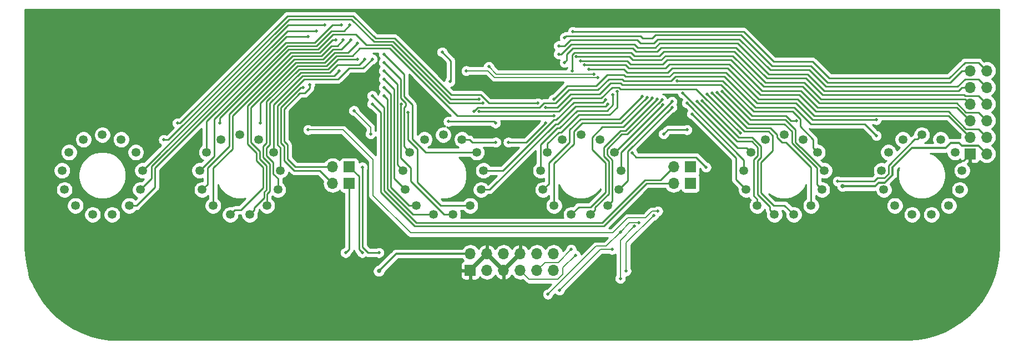
<source format=gbr>
G04 #@! TF.GenerationSoftware,KiCad,Pcbnew,(5.1.0-0)*
G04 #@! TF.CreationDate,2019-04-07T22:11:40-05:00*
G04 #@! TF.ProjectId,IN-14,494e2d31-342e-46b6-9963-61645f706362,rev?*
G04 #@! TF.SameCoordinates,Original*
G04 #@! TF.FileFunction,Copper,L1,Top*
G04 #@! TF.FilePolarity,Positive*
%FSLAX46Y46*%
G04 Gerber Fmt 4.6, Leading zero omitted, Abs format (unit mm)*
G04 Created by KiCad (PCBNEW (5.1.0-0)) date 2019-04-07 22:11:40*
%MOMM*%
%LPD*%
G04 APERTURE LIST*
%ADD10O,1.700000X1.700000*%
%ADD11R,1.700000X1.700000*%
%ADD12C,1.346200*%
%ADD13C,0.800000*%
%ADD14C,6.400000*%
%ADD15C,0.508000*%
%ADD16C,0.635000*%
%ADD17C,0.254000*%
%ADD18C,0.635000*%
%ADD19C,0.304800*%
%ADD20C,0.203200*%
G04 APERTURE END LIST*
D10*
X173412000Y-101020000D03*
D11*
X175952000Y-101020000D03*
D12*
X162117680Y-96835820D03*
X156367120Y-96835820D03*
X159242400Y-96127160D03*
X153098140Y-101570380D03*
X153456280Y-104509160D03*
X155137760Y-106947560D03*
X157761580Y-108324240D03*
X160723220Y-108324240D03*
X163347040Y-106947560D03*
X165028520Y-104509160D03*
X165386660Y-101570380D03*
X164335100Y-98799240D03*
X154149700Y-98799240D03*
D10*
X221132400Y-86334600D03*
X218592400Y-86334600D03*
X221132400Y-88874600D03*
X218592400Y-88874600D03*
X221132400Y-91414600D03*
X218592400Y-91414600D03*
X221132400Y-93954600D03*
X218592400Y-93954600D03*
X221132400Y-96494600D03*
X218592400Y-96494600D03*
X221132400Y-99034600D03*
D11*
X218592400Y-99034600D03*
D10*
X155067000Y-114300000D03*
X155067000Y-116840000D03*
X152527000Y-114300000D03*
X152527000Y-116840000D03*
X149987000Y-114300000D03*
X149987000Y-116840000D03*
X147447000Y-114300000D03*
X147447000Y-116840000D03*
X144907000Y-114300000D03*
X144907000Y-116840000D03*
X142367000Y-114300000D03*
D11*
X142367000Y-116840000D03*
D12*
X141117680Y-96835820D03*
X135367120Y-96835820D03*
X138242400Y-96127160D03*
X132098140Y-101570380D03*
X132456280Y-104509160D03*
X134137760Y-106947560D03*
X136761580Y-108324240D03*
X139723220Y-108324240D03*
X142347040Y-106947560D03*
X144028520Y-104509160D03*
X144386660Y-101570380D03*
X143335100Y-98799240D03*
X133149700Y-98799240D03*
X110117680Y-96835820D03*
X104367120Y-96835820D03*
X107242400Y-96127160D03*
X101098140Y-101570380D03*
X101456280Y-104509160D03*
X103137760Y-106947560D03*
X105761580Y-108324240D03*
X108723220Y-108324240D03*
X111347040Y-106947560D03*
X113028520Y-104509160D03*
X113386660Y-101570380D03*
X112335100Y-98799240D03*
X102149700Y-98799240D03*
X89117680Y-96835820D03*
X83367120Y-96835820D03*
X86242400Y-96127160D03*
X80098140Y-101570380D03*
X80456280Y-104509160D03*
X82137760Y-106947560D03*
X84761580Y-108324240D03*
X87723220Y-108324240D03*
X90347040Y-106947560D03*
X92028520Y-104509160D03*
X92386660Y-101570380D03*
X91335100Y-98799240D03*
X81149700Y-98799240D03*
X193117680Y-96835820D03*
X187367120Y-96835820D03*
X190242400Y-96127160D03*
X184098140Y-101570380D03*
X184456280Y-104509160D03*
X186137760Y-106947560D03*
X188761580Y-108324240D03*
X191723220Y-108324240D03*
X194347040Y-106947560D03*
X196028520Y-104509160D03*
X196386660Y-101570380D03*
X195335100Y-98799240D03*
X185149700Y-98799240D03*
X214117680Y-96835820D03*
X208367120Y-96835820D03*
X211242400Y-96127160D03*
X205098140Y-101570380D03*
X205456280Y-104509160D03*
X207137760Y-106947560D03*
X209761580Y-108324240D03*
X212723220Y-108324240D03*
X215347040Y-106947560D03*
X217028520Y-104509160D03*
X217386660Y-101570380D03*
X216335100Y-98799240D03*
X206149700Y-98799240D03*
D13*
X79802056Y-115142944D03*
X78105000Y-114440000D03*
X76407944Y-115142944D03*
X75705000Y-116840000D03*
X76407944Y-118537056D03*
X78105000Y-119240000D03*
X79802056Y-118537056D03*
X80505000Y-116840000D03*
D14*
X78105000Y-116840000D03*
D13*
X221026056Y-115142944D03*
X219329000Y-114440000D03*
X217631944Y-115142944D03*
X216929000Y-116840000D03*
X217631944Y-118537056D03*
X219329000Y-119240000D03*
X221026056Y-118537056D03*
X221729000Y-116840000D03*
D14*
X219329000Y-116840000D03*
D13*
X79802056Y-78947944D03*
X78105000Y-78245000D03*
X76407944Y-78947944D03*
X75705000Y-80645000D03*
X76407944Y-82342056D03*
X78105000Y-83045000D03*
X79802056Y-82342056D03*
X80505000Y-80645000D03*
D14*
X78105000Y-80645000D03*
D13*
X221026056Y-78947944D03*
X219329000Y-78245000D03*
X217631944Y-78947944D03*
X216929000Y-80645000D03*
X217631944Y-82342056D03*
X219329000Y-83045000D03*
X221026056Y-82342056D03*
X221729000Y-80645000D03*
D14*
X219329000Y-80645000D03*
D10*
X173412000Y-103560000D03*
D11*
X175952000Y-103560000D03*
D10*
X121355000Y-103560000D03*
D11*
X123895000Y-103560000D03*
D10*
X121355000Y-101020000D03*
D11*
X123895000Y-101020000D03*
D15*
X117627400Y-81127600D03*
X118897400Y-80238600D03*
X120167400Y-79349600D03*
X127406400Y-84556600D03*
X126263400Y-84556600D03*
X125120400Y-84556600D03*
X125120400Y-82143600D03*
X124104400Y-81635600D03*
X122961400Y-81635600D03*
X121818400Y-81635600D03*
X123977400Y-79349600D03*
X122707400Y-79349600D03*
X122326400Y-86334600D03*
X129184400Y-83794600D03*
X129184400Y-85064600D03*
X129184400Y-86334600D03*
X129184400Y-87604600D03*
X129184400Y-88874600D03*
X129184400Y-90144600D03*
X131851400Y-91414600D03*
X132867400Y-92684600D03*
X163347400Y-91414600D03*
X162966400Y-90779600D03*
X173126400Y-91033600D03*
X173126400Y-91922600D03*
X171602400Y-90779600D03*
X170840400Y-90652600D03*
X170078400Y-90525600D03*
X169316400Y-90398600D03*
X168554400Y-90271600D03*
X164109400Y-90017600D03*
X164744400Y-89509600D03*
X171729400Y-91541600D03*
X173888400Y-87858600D03*
X174777400Y-89763600D03*
X175412400Y-91287600D03*
X176174400Y-92938600D03*
X176936400Y-91033600D03*
X177698400Y-90906600D03*
X178460400Y-89890600D03*
X179222400Y-89763600D03*
X179984400Y-89636600D03*
X180746400Y-89509600D03*
X175412400Y-95351600D03*
X171856400Y-95986600D03*
X138074400Y-83492100D03*
X139267840Y-87998610D03*
X158902400Y-121005600D03*
X173174900Y-97002600D03*
X138074400Y-85367100D03*
X121588650Y-96978350D03*
X144932400Y-107543600D03*
X170332400Y-110972600D03*
X122707400Y-88874600D03*
X180492400Y-102209600D03*
X136042400Y-79349600D03*
X152552400Y-107289600D03*
X163982400Y-110083600D03*
X148742400Y-83159600D03*
X161442400Y-79349600D03*
X214909400Y-100050600D03*
X113182400Y-106654600D03*
D16*
X128422400Y-116944600D03*
X199161400Y-103987600D03*
D15*
X125882400Y-114144600D03*
X123342400Y-114144600D03*
X178333400Y-101066600D03*
X167030400Y-98907600D03*
X127152400Y-95986600D03*
X124612400Y-92430600D03*
X165252400Y-110972600D03*
X168046400Y-109575600D03*
X154203400Y-120497600D03*
X163982400Y-113639600D03*
X155981400Y-119862600D03*
X145186400Y-85699600D03*
X161188400Y-86842600D03*
X167411400Y-110083600D03*
X165252400Y-118084600D03*
X141757400Y-86334600D03*
X166141400Y-116941600D03*
X170332400Y-108432600D03*
X161823400Y-87350600D03*
X127406400Y-91414600D03*
X127406400Y-90144600D03*
X117881400Y-88493600D03*
X116865400Y-88874600D03*
X157759400Y-113639600D03*
X158394400Y-114528600D03*
X198399400Y-103225600D03*
X128422400Y-114144600D03*
X125882400Y-101066600D03*
X146280900Y-97256600D03*
X117627400Y-95351600D03*
X170967400Y-107797600D03*
X204319900Y-96240600D03*
X142900400Y-92557600D03*
X183540400Y-95859600D03*
X143662400Y-92557600D03*
X139011900Y-94081600D03*
X146202400Y-94334600D03*
X104195400Y-94335600D03*
X144297400Y-91287600D03*
X95577900Y-96875600D03*
X143662400Y-90652600D03*
X204319900Y-93827600D03*
X155092400Y-90652600D03*
X192097900Y-93954600D03*
X153822400Y-91922600D03*
X148155900Y-97256600D03*
X153822400Y-94334600D03*
X110309900Y-94335600D03*
X155092400Y-93192600D03*
X97688400Y-94335600D03*
X152679400Y-91287600D03*
X158013400Y-80365600D03*
X156742400Y-81254600D03*
X155854400Y-82524600D03*
X155854400Y-83794600D03*
X156742400Y-85064600D03*
X157886400Y-86334600D03*
X158521400Y-84175600D03*
X159156400Y-84810600D03*
X159791400Y-85445600D03*
X160426400Y-86080600D03*
D17*
X90347040Y-106947560D02*
X91426440Y-106947560D01*
X91426440Y-106947560D02*
X94259400Y-104114600D01*
X94259400Y-104114600D02*
X94259400Y-101193600D01*
X114325400Y-81127600D02*
X117627400Y-81127600D01*
X94259400Y-101193600D02*
X114325400Y-81127600D01*
X92028520Y-104509160D02*
X93751400Y-102786280D01*
X93751400Y-102786280D02*
X93751400Y-100939600D01*
X114452400Y-80238600D02*
X118897400Y-80238600D01*
X93751400Y-100939600D02*
X114452400Y-80238600D01*
X114607440Y-79349600D02*
X120167400Y-79349600D01*
X92386660Y-101570380D02*
X114607440Y-79349600D01*
X113386660Y-101570380D02*
X113386660Y-98095860D01*
X113386660Y-98095860D02*
X112928400Y-97637600D01*
X112928400Y-97637600D02*
X112928400Y-91668600D01*
X112928400Y-91668600D02*
X116992400Y-87604600D01*
X116992400Y-87604600D02*
X122199400Y-87604600D01*
X122199400Y-87604600D02*
X123850400Y-85953600D01*
X126009400Y-85953600D02*
X127406400Y-84556600D01*
X123850400Y-85953600D02*
X126009400Y-85953600D01*
X111785400Y-97637600D02*
X111785400Y-91287600D01*
X111785400Y-91287600D02*
X116484400Y-86588600D01*
X116484400Y-86588600D02*
X120929400Y-86588600D01*
X120929400Y-86588600D02*
X122072400Y-85445600D01*
X125374400Y-85445600D02*
X126263400Y-84556600D01*
X122072400Y-85445600D02*
X125374400Y-85445600D01*
X113028520Y-104509160D02*
X113028520Y-102817720D01*
X113028520Y-102817720D02*
X112293400Y-102082600D01*
X112293400Y-102082600D02*
X112293400Y-100304600D01*
X112293400Y-100304600D02*
X111277400Y-99288600D01*
X111277400Y-98145600D02*
X111785400Y-97637600D01*
X111277400Y-99288600D02*
X111277400Y-98145600D01*
X111785400Y-100558600D02*
X111785400Y-104749600D01*
X110769400Y-99542600D02*
X111785400Y-100558600D01*
X110769400Y-97891600D02*
X110769400Y-99542600D01*
X111347040Y-105187960D02*
X111347040Y-106947560D01*
X111277400Y-97383600D02*
X110769400Y-97891600D01*
X111785400Y-104749600D02*
X111347040Y-105187960D01*
X111277400Y-91033600D02*
X111277400Y-97383600D01*
X122199400Y-84556600D02*
X120675400Y-86080600D01*
X125120400Y-84556600D02*
X122199400Y-84556600D01*
X116230400Y-86080600D02*
X111277400Y-91033600D01*
X120675400Y-86080600D02*
X116230400Y-86080600D01*
X108864400Y-91922600D02*
X115722400Y-85064600D01*
X115722400Y-85064600D02*
X120167400Y-85064600D01*
X120167400Y-85064600D02*
X121691400Y-83540600D01*
X123723400Y-83540600D02*
X125120400Y-82143600D01*
X121691400Y-83540600D02*
X123723400Y-83540600D01*
X109396319Y-107651141D02*
X109396319Y-107265681D01*
X108723220Y-108324240D02*
X109396319Y-107651141D01*
X109396319Y-107265681D02*
X110896400Y-105765600D01*
X110896400Y-105765600D02*
X110896400Y-104876600D01*
X110896400Y-104876600D02*
X111277400Y-104495600D01*
X111277400Y-104495600D02*
X111277400Y-100812600D01*
X111277400Y-100812600D02*
X110261400Y-99796600D01*
X110261400Y-99796600D02*
X110261400Y-98653600D01*
X108864400Y-97256600D02*
X108864400Y-91922600D01*
X110261400Y-98653600D02*
X108864400Y-97256600D01*
X108356400Y-91668600D02*
X115468400Y-84556600D01*
X115468400Y-84556600D02*
X119913400Y-84556600D01*
X119913400Y-84556600D02*
X121437400Y-83032600D01*
X122707400Y-83032600D02*
X124104400Y-81635600D01*
X121437400Y-83032600D02*
X122707400Y-83032600D01*
X108356400Y-91668600D02*
X108356400Y-97510600D01*
X108356400Y-97510600D02*
X109753400Y-98907600D01*
X109753400Y-98907600D02*
X109753400Y-100050600D01*
X109753400Y-100050600D02*
X110769400Y-101066600D01*
X110769400Y-101066600D02*
X110769400Y-104241600D01*
X106434679Y-107651141D02*
X105761580Y-108324240D01*
X107359859Y-107651141D02*
X106434679Y-107651141D01*
X110769400Y-104241600D02*
X107359859Y-107651141D01*
X106070400Y-93192600D02*
X115214400Y-84048600D01*
X115214400Y-84048600D02*
X119659400Y-84048600D01*
X119659400Y-84048600D02*
X121183400Y-82524600D01*
X122072400Y-82524600D02*
X122961400Y-81635600D01*
X121183400Y-82524600D02*
X122072400Y-82524600D01*
X103137760Y-106947560D02*
X103137760Y-101205240D01*
X106070400Y-98272600D02*
X106070400Y-93192600D01*
X103137760Y-101205240D02*
X106070400Y-98272600D01*
X102260400Y-103705040D02*
X101456280Y-104509160D01*
X105562400Y-97891600D02*
X102260400Y-101193600D01*
X105562400Y-92938600D02*
X105562400Y-97891600D01*
X114960400Y-83540600D02*
X105562400Y-92938600D01*
X119405400Y-83540600D02*
X114960400Y-83540600D01*
X121310400Y-81635600D02*
X119405400Y-83540600D01*
X102260400Y-101193600D02*
X102260400Y-103705040D01*
X121818400Y-81635600D02*
X121310400Y-81635600D01*
X101098140Y-101570380D02*
X103276400Y-99392120D01*
X103276400Y-99392120D02*
X103276400Y-93700600D01*
X103276400Y-93700600D02*
X114452400Y-82524600D01*
X114452400Y-82524600D02*
X118897400Y-82524600D01*
X118897400Y-82524600D02*
X121183400Y-80238600D01*
X123088400Y-80238600D02*
X123977400Y-79349600D01*
X121183400Y-80238600D02*
X123088400Y-80238600D01*
X102149700Y-98799240D02*
X102149700Y-94065300D01*
X102149700Y-94065300D02*
X114198400Y-82016600D01*
X114198400Y-82016600D02*
X118643400Y-82016600D01*
X121310400Y-79349600D02*
X122707400Y-79349600D01*
X118643400Y-82016600D02*
X121310400Y-79349600D01*
X112335100Y-98799240D02*
X112335100Y-91499900D01*
X112335100Y-91499900D02*
X116738400Y-87096600D01*
X121564400Y-87096600D02*
X122326400Y-86334600D01*
X116738400Y-87096600D02*
X121564400Y-87096600D01*
X143335100Y-98799240D02*
X135553040Y-98799240D01*
X135553040Y-98799240D02*
X133502400Y-96748600D01*
X133502400Y-96748600D02*
X133502400Y-91541600D01*
X133502400Y-91541600D02*
X132232400Y-90271600D01*
X132232400Y-86842600D02*
X129184400Y-83794600D01*
X132232400Y-90271600D02*
X132232400Y-86842600D01*
X129184400Y-85064600D02*
X131724400Y-87604600D01*
X131724400Y-87604600D02*
X131724400Y-90525600D01*
X131724400Y-90525600D02*
X132486400Y-91287600D01*
X132486400Y-91287600D02*
X132486400Y-91668600D01*
X132486400Y-91668600D02*
X132232400Y-91922600D01*
X132232400Y-97881940D02*
X133149700Y-98799240D01*
X132232400Y-91922600D02*
X132232400Y-97881940D01*
X132098140Y-101570380D02*
X131216400Y-100688640D01*
X131216400Y-88366600D02*
X129184400Y-86334600D01*
X131216400Y-100688640D02*
X131216400Y-88366600D01*
X130708400Y-102761280D02*
X130708400Y-89128600D01*
X130708400Y-89128600D02*
X129184400Y-87604600D01*
X132456280Y-104509160D02*
X130708400Y-102761280D01*
X130200400Y-89890600D02*
X129184400Y-88874600D01*
X130200400Y-104114600D02*
X130200400Y-89890600D01*
X133033360Y-106947560D02*
X130200400Y-104114600D01*
X134137760Y-106947560D02*
X133033360Y-106947560D01*
X129692400Y-90652600D02*
X129184400Y-90144600D01*
X129692400Y-104368600D02*
X129692400Y-90652600D01*
X133648040Y-108324240D02*
X129692400Y-104368600D01*
X136761580Y-108324240D02*
X133648040Y-108324240D01*
X139723220Y-108324240D02*
X138347040Y-108324240D01*
X138347040Y-108324240D02*
X133248400Y-103225600D01*
X133248400Y-103225600D02*
X133248400Y-101193600D01*
X133248400Y-101193600D02*
X131724400Y-99669600D01*
X131724400Y-91541600D02*
X131851400Y-91414600D01*
X131724400Y-99669600D02*
X131724400Y-91541600D01*
X142347040Y-106947560D02*
X137859360Y-106947560D01*
X137859360Y-106947560D02*
X134264400Y-103352600D01*
X132867400Y-92684600D02*
X132867400Y-96875600D01*
X132867400Y-96875600D02*
X134264400Y-98272600D01*
X134264400Y-103352600D02*
X134264400Y-98272600D01*
X162966400Y-91795600D02*
X163347400Y-91414600D01*
X155727400Y-94462600D02*
X158394400Y-91795600D01*
X155346400Y-94462600D02*
X155727400Y-94462600D01*
X158394400Y-91795600D02*
X162966400Y-91795600D01*
X145299840Y-104509160D02*
X155346400Y-94462600D01*
X144028520Y-104509160D02*
X145299840Y-104509160D01*
X162585400Y-91160600D02*
X162966400Y-90779600D01*
X147349620Y-101570380D02*
X155092400Y-93827600D01*
X158140400Y-91160600D02*
X162585400Y-91160600D01*
X155092400Y-93827600D02*
X155473400Y-93827600D01*
X155473400Y-93827600D02*
X158140400Y-91160600D01*
X144386660Y-101570380D02*
X147349620Y-101570380D01*
X165386660Y-101570380D02*
X165386660Y-98773340D01*
X165386660Y-98773340D02*
X173126400Y-91033600D01*
X173126400Y-91922600D02*
X166395400Y-98653600D01*
X166395400Y-103142280D02*
X165028520Y-104509160D01*
X166395400Y-98653600D02*
X166395400Y-103142280D01*
X165442900Y-96050100D02*
X166331900Y-96050100D01*
X163220400Y-99161600D02*
X163220400Y-98272600D01*
X163220400Y-98272600D02*
X165442900Y-96050100D01*
X164020139Y-106274461D02*
X164020139Y-99961339D01*
X164020139Y-99961339D02*
X163220400Y-99161600D01*
X163347040Y-106947560D02*
X164020139Y-106274461D01*
X171602400Y-90779600D02*
X166331900Y-96050100D01*
X161396319Y-107651141D02*
X160723220Y-108324240D01*
X161396319Y-107208681D02*
X161396319Y-107651141D01*
X163474400Y-105130600D02*
X161396319Y-107208681D01*
X162712400Y-99415600D02*
X163474400Y-100177600D01*
X162712400Y-98018600D02*
X162712400Y-99415600D01*
X163474400Y-100177600D02*
X163474400Y-105130600D01*
X162712400Y-98018600D02*
X165252400Y-95478600D01*
X165252400Y-95478600D02*
X166014400Y-95478600D01*
X170840400Y-90652600D02*
X166014400Y-95478600D01*
X160680400Y-107162600D02*
X158923220Y-107162600D01*
X162966400Y-104876600D02*
X160680400Y-107162600D01*
X162966400Y-100431600D02*
X162966400Y-104876600D01*
X160934400Y-96494600D02*
X160934400Y-98399600D01*
X160934400Y-98399600D02*
X162966400Y-100431600D01*
X158923220Y-107162600D02*
X157761580Y-108324240D01*
X160934400Y-96494600D02*
X162521900Y-94907100D01*
X162521900Y-94907100D02*
X165696900Y-94907100D01*
X170078400Y-90525600D02*
X165696900Y-94907100D01*
X159410400Y-94335600D02*
X158140400Y-95605600D01*
X165379400Y-94335600D02*
X159410400Y-94335600D01*
X169316400Y-90398600D02*
X165379400Y-94335600D01*
X155137760Y-106947560D02*
X155137760Y-100513240D01*
X158140400Y-97510600D02*
X158140400Y-95605600D01*
X155137760Y-100513240D02*
X158140400Y-97510600D01*
X159156400Y-93700600D02*
X157505400Y-95351600D01*
X165125400Y-93700600D02*
X159156400Y-93700600D01*
X168554400Y-90271600D02*
X165125400Y-93700600D01*
X153456280Y-104509160D02*
X154330400Y-103635040D01*
X154330400Y-103635040D02*
X154330400Y-100431600D01*
X157505400Y-97256600D02*
X157505400Y-95351600D01*
X154330400Y-100431600D02*
X157505400Y-97256600D01*
X155981400Y-95097600D02*
X155600400Y-95097600D01*
X153098140Y-97599860D02*
X153098140Y-101570380D01*
X158648400Y-92430600D02*
X155981400Y-95097600D01*
X164109400Y-91541600D02*
X163220400Y-92430600D01*
X155600400Y-95097600D02*
X153098140Y-97599860D01*
X163220400Y-92430600D02*
X158648400Y-92430600D01*
X164109400Y-90017600D02*
X164109400Y-91541600D01*
X154149700Y-97437300D02*
X154149700Y-98799240D01*
X156235400Y-95732600D02*
X155854400Y-95732600D01*
X158902400Y-93065600D02*
X156235400Y-95732600D01*
X163601400Y-93065600D02*
X158902400Y-93065600D01*
X164744400Y-91922600D02*
X163601400Y-93065600D01*
X155854400Y-95732600D02*
X154149700Y-97437300D01*
X164744400Y-89509600D02*
X164744400Y-91922600D01*
X171592740Y-91541600D02*
X171602400Y-91541600D01*
X164471760Y-98799240D02*
X164335100Y-98799240D01*
X171729400Y-91541600D02*
X164471760Y-98799240D01*
X194662001Y-96821201D02*
X194662001Y-98126141D01*
X192684400Y-94843600D02*
X194662001Y-96821201D01*
X192684400Y-93700600D02*
X192684400Y-94843600D01*
X185572400Y-92557600D02*
X191541400Y-92557600D01*
X191541400Y-92557600D02*
X192684400Y-93700600D01*
X194662001Y-98126141D02*
X195335100Y-98799240D01*
X180873400Y-87858600D02*
X185572400Y-92557600D01*
X173888400Y-87858600D02*
X180873400Y-87858600D01*
X184476601Y-98126141D02*
X183139941Y-98126141D01*
X185149700Y-98799240D02*
X184476601Y-98126141D01*
X183139941Y-98126141D02*
X174777400Y-89763600D01*
X184098140Y-101570380D02*
X184098140Y-99973340D01*
X184098140Y-99973340D02*
X175412400Y-91287600D01*
X184456280Y-104509160D02*
X182905400Y-102958280D01*
X182905400Y-102958280D02*
X182905400Y-99669600D01*
X182905400Y-99669600D02*
X176174400Y-92938600D01*
X183032400Y-97129600D02*
X176936400Y-91033600D01*
X186137760Y-105995653D02*
X185572400Y-105430293D01*
X186137760Y-106947560D02*
X186137760Y-105995653D01*
X185572400Y-105430293D02*
X185572400Y-99923600D01*
X185572400Y-99923600D02*
X186207400Y-99288600D01*
X186207400Y-99288600D02*
X186207400Y-98018600D01*
X185318400Y-97129600D02*
X183032400Y-97129600D01*
X186207400Y-98018600D02*
X185318400Y-97129600D01*
X183286400Y-96494600D02*
X185318400Y-96494600D01*
X177698400Y-90906600D02*
X183286400Y-96494600D01*
X188088481Y-107651141D02*
X188088481Y-107138681D01*
X188761580Y-108324240D02*
X188088481Y-107651141D01*
X188088481Y-107138681D02*
X186207400Y-105257600D01*
X186207400Y-105257600D02*
X186207400Y-100050600D01*
X186207400Y-100050600D02*
X186715400Y-99542600D01*
X186715400Y-97891600D02*
X185318400Y-96494600D01*
X186715400Y-99542600D02*
X186715400Y-97891600D01*
X187858400Y-95605600D02*
X184175400Y-95605600D01*
X184175400Y-95605600D02*
X178460400Y-89890600D01*
X191723220Y-108324240D02*
X190307580Y-106908600D01*
X190307580Y-106908600D02*
X188620400Y-106908600D01*
X188620400Y-106908600D02*
X186715400Y-105003600D01*
X186715400Y-105003600D02*
X186715400Y-100304600D01*
X186715400Y-100304600D02*
X188493400Y-98526600D01*
X188493400Y-96240600D02*
X187858400Y-95605600D01*
X188493400Y-98526600D02*
X188493400Y-96240600D01*
X184556400Y-95097600D02*
X179222400Y-89763600D01*
X188112400Y-95097600D02*
X184556400Y-95097600D01*
X189128400Y-96113600D02*
X188112400Y-95097600D01*
X189128400Y-96494600D02*
X189128400Y-96113600D01*
X194347040Y-101078240D02*
X190525400Y-97256600D01*
X189890400Y-97256600D02*
X189128400Y-96494600D01*
X190525400Y-97256600D02*
X189890400Y-97256600D01*
X194347040Y-106947560D02*
X194347040Y-101078240D01*
X190271400Y-94462600D02*
X191414400Y-95605600D01*
X184810400Y-94462600D02*
X190271400Y-94462600D01*
X179984400Y-89636600D02*
X184810400Y-94462600D01*
X191414400Y-95605600D02*
X191414400Y-97383600D01*
X191414400Y-97383600D02*
X195224400Y-101193600D01*
X195224400Y-103705040D02*
X196028520Y-104509160D01*
X195224400Y-101193600D02*
X195224400Y-103705040D01*
X191922400Y-95351600D02*
X190398400Y-93827600D01*
X185064400Y-93827600D02*
X180746400Y-89509600D01*
X190398400Y-93827600D02*
X185064400Y-93827600D01*
X191922400Y-95351600D02*
X191922400Y-97256600D01*
X191922400Y-97256600D02*
X192684400Y-98018600D01*
X192834880Y-98018600D02*
X196386660Y-101570380D01*
X192684400Y-98018600D02*
X192834880Y-98018600D01*
X172491400Y-95351600D02*
X171856400Y-95986600D01*
X175412400Y-95351600D02*
X172491400Y-95351600D01*
X138074400Y-83492100D02*
X139394754Y-84812454D01*
X139394754Y-84812454D02*
X139394754Y-87871696D01*
X139394754Y-87871696D02*
X139267840Y-87998610D01*
D18*
X144907000Y-114300000D02*
X147447000Y-116840000D01*
X142367000Y-116840000D02*
X144907000Y-114300000D01*
X149987000Y-114300000D02*
X147447000Y-116840000D01*
D17*
X218592400Y-99034600D02*
X218592400Y-99161600D01*
X218592400Y-99034600D02*
X217576400Y-100050600D01*
X217576400Y-100050600D02*
X214909400Y-100050600D01*
D19*
X131067000Y-114300000D02*
X128422400Y-116944600D01*
X142367000Y-114300000D02*
X131067000Y-114300000D01*
X204114400Y-103987600D02*
X204672341Y-103429659D01*
X199161400Y-103987600D02*
X204114400Y-103987600D01*
X206781400Y-101066600D02*
X206781400Y-102236718D01*
X209702400Y-98145600D02*
X206781400Y-101066600D01*
X214909400Y-98145600D02*
X209702400Y-98145600D01*
X215671400Y-97383600D02*
X214909400Y-98145600D01*
X216941400Y-97383600D02*
X215671400Y-97383600D01*
X219862400Y-97764600D02*
X217322400Y-97764600D01*
X221132400Y-99034600D02*
X219862400Y-97764600D01*
X217322400Y-97764600D02*
X216941400Y-97383600D01*
X206781400Y-102236718D02*
X205588459Y-103429659D01*
X204672341Y-103429659D02*
X205588459Y-103429659D01*
D17*
X123895000Y-101020000D02*
X123930800Y-101020000D01*
X123930800Y-101020000D02*
X125374400Y-102463600D01*
X125374400Y-113636600D02*
X125882400Y-114144600D01*
X125374400Y-102463600D02*
X125374400Y-113636600D01*
X123895000Y-113592000D02*
X123342400Y-114144600D01*
X123895000Y-103560000D02*
X123895000Y-113592000D01*
X178333400Y-101066600D02*
X176809400Y-99542600D01*
X176809400Y-99542600D02*
X172491400Y-99542600D01*
X167665400Y-99542600D02*
X167030400Y-98907600D01*
X172491400Y-99542600D02*
X167665400Y-99542600D01*
D20*
X127152400Y-94970600D02*
X124612400Y-92430600D01*
X127152400Y-95986600D02*
X127152400Y-94970600D01*
X168046400Y-109575600D02*
X166649400Y-109575600D01*
X165252400Y-110972600D02*
X166649400Y-109575600D01*
X163093400Y-113131600D02*
X165252400Y-110972600D01*
X161569400Y-113131600D02*
X163093400Y-113131600D01*
X154203400Y-120497600D02*
X161569400Y-113131600D01*
X162204400Y-113639600D02*
X163982400Y-113639600D01*
X155981400Y-119862600D02*
X162204400Y-113639600D01*
X146329400Y-86842600D02*
X145186400Y-85699600D01*
X161188400Y-86842600D02*
X146329400Y-86842600D01*
X165252400Y-112242600D02*
X167411400Y-110083600D01*
X165252400Y-118084600D02*
X165252400Y-112242600D01*
X166141400Y-112623600D02*
X170332400Y-108432600D01*
X166141400Y-116941600D02*
X166141400Y-112623600D01*
X145059400Y-86334600D02*
X146075400Y-87350600D01*
X141757400Y-86334600D02*
X145059400Y-86334600D01*
X161823400Y-87350600D02*
X146075400Y-87350600D01*
D17*
X169236000Y-103560000D02*
X173412000Y-103560000D01*
X127406400Y-91414600D02*
X128676400Y-92684600D01*
X133883400Y-110083600D02*
X162712400Y-110083600D01*
X162712400Y-110083600D02*
X169236000Y-103560000D01*
X128676400Y-104876600D02*
X133883400Y-110083600D01*
X128676400Y-92684600D02*
X128676400Y-104876600D01*
X134137400Y-109575600D02*
X162458400Y-109575600D01*
X129184400Y-104622600D02*
X134137400Y-109575600D01*
X171396900Y-103035100D02*
X168998900Y-103035100D01*
X173412000Y-101020000D02*
X171396900Y-103035100D01*
X162458400Y-109575600D02*
X168998900Y-103035100D01*
X129184400Y-91922600D02*
X129184400Y-104622600D01*
X127406400Y-90144600D02*
X129184400Y-91922600D01*
X121355000Y-101020000D02*
X115675800Y-101020000D01*
X115675800Y-101020000D02*
X114452400Y-99796600D01*
X114452400Y-99796600D02*
X114452400Y-97637600D01*
X114452400Y-97637600D02*
X113944400Y-97129600D01*
X113944400Y-97129600D02*
X113944400Y-92176600D01*
X113944400Y-92176600D02*
X116357400Y-89763600D01*
X116357400Y-89763600D02*
X117119400Y-89763600D01*
X117881400Y-89001600D02*
X117881400Y-88493600D01*
X117119400Y-89763600D02*
X117881400Y-89001600D01*
X113944400Y-97891600D02*
X113436400Y-97383600D01*
X113436400Y-97383600D02*
X113436400Y-91922600D01*
X116484400Y-88874600D02*
X116865400Y-88874600D01*
X113436400Y-91922600D02*
X116484400Y-88874600D01*
X113944400Y-97891600D02*
X113944400Y-100050600D01*
X113944400Y-100050600D02*
X115468400Y-101574600D01*
X119369600Y-101574600D02*
X121355000Y-103560000D01*
X115468400Y-101574600D02*
X119369600Y-101574600D01*
D20*
X153752001Y-115614999D02*
X155784001Y-115614999D01*
X152527000Y-116840000D02*
X153752001Y-115614999D01*
X155784001Y-115614999D02*
X157759400Y-113639600D01*
X149987000Y-116840000D02*
X151358600Y-118211600D01*
X151358600Y-118211600D02*
X155727400Y-118211600D01*
X155727400Y-118211600D02*
X156489400Y-117449600D01*
X156489400Y-116433600D02*
X158394400Y-114528600D01*
X156489400Y-117449600D02*
X156489400Y-116433600D01*
D17*
X198399400Y-103225600D02*
X203987400Y-103225600D01*
X203987400Y-103225600D02*
X204495400Y-102717600D01*
X210569301Y-96800259D02*
X210158741Y-96800259D01*
X211242400Y-96127160D02*
X210569301Y-96800259D01*
X210158741Y-96800259D02*
X206146400Y-100812600D01*
X206146400Y-100812600D02*
X206146400Y-102082600D01*
X205511400Y-102717600D02*
X204495400Y-102717600D01*
X206146400Y-102082600D02*
X205511400Y-102717600D01*
X128422400Y-114144600D02*
X126768400Y-114144600D01*
X125882400Y-113258600D02*
X125882400Y-101066600D01*
X126768400Y-114144600D02*
X125882400Y-113258600D01*
X146280900Y-97256600D02*
X142646400Y-97256600D01*
X142225620Y-96835820D02*
X141117680Y-96835820D01*
X142646400Y-97256600D02*
X142225620Y-96835820D01*
D20*
X127533400Y-105384600D02*
X133248400Y-111099600D01*
X117627400Y-95351600D02*
X122961400Y-95351600D01*
X127533400Y-99923600D02*
X127533400Y-105384600D01*
X133248400Y-111099600D02*
X163474400Y-111099600D01*
X122961400Y-95351600D02*
X127533400Y-99923600D01*
X163474400Y-111099600D02*
X164109400Y-111099600D01*
X164109400Y-111099600D02*
X166395400Y-108813600D01*
X166395400Y-108813600D02*
X169062400Y-108813600D01*
X170078400Y-107797600D02*
X170967400Y-107797600D01*
X169062400Y-108813600D02*
X170078400Y-107797600D01*
D17*
X172999400Y-87858600D02*
X165760400Y-87858600D01*
X165506400Y-87604600D02*
X163474400Y-87604600D01*
X163474400Y-87604600D02*
X161823400Y-89255600D01*
X165760400Y-87858600D02*
X165506400Y-87604600D01*
X173634400Y-87223600D02*
X172999400Y-87858600D01*
X185826400Y-91922600D02*
X181127400Y-87223600D01*
X194335400Y-94462600D02*
X191795400Y-91922600D01*
X191795400Y-91922600D02*
X185826400Y-91922600D01*
X181127400Y-87223600D02*
X173634400Y-87223600D01*
X202541900Y-94462600D02*
X194335400Y-94462600D01*
X204319900Y-96240600D02*
X202541900Y-94462600D01*
X161823400Y-89255600D02*
X157378400Y-89255600D01*
X157378400Y-89255600D02*
X155346400Y-91287600D01*
X155346400Y-91287600D02*
X153568400Y-91287600D01*
X153568400Y-91287600D02*
X152933400Y-91922600D01*
X143535400Y-91922600D02*
X142900400Y-92557600D01*
X152933400Y-91922600D02*
X143535400Y-91922600D01*
X183540400Y-95859600D02*
X183540400Y-95859600D01*
X165252400Y-89128600D02*
X176809400Y-89128600D01*
X164998400Y-88874600D02*
X165252400Y-89128600D01*
X162331400Y-90525600D02*
X163982400Y-88874600D01*
X177825400Y-90144600D02*
X183540400Y-95859600D01*
X176809400Y-89128600D02*
X177825400Y-90144600D01*
X163982400Y-88874600D02*
X164998400Y-88874600D01*
X162331400Y-90525600D02*
X157886400Y-90525600D01*
X157886400Y-90525600D02*
X155854400Y-92557600D01*
X155854400Y-92557600D02*
X143662400Y-92557600D01*
X145949400Y-94081600D02*
X146202400Y-94334600D01*
X139011900Y-94081600D02*
X145949400Y-94081600D01*
X114698400Y-83032600D02*
X119151400Y-83032600D01*
X124866400Y-80746600D02*
X126517400Y-82397600D01*
X121437400Y-80746600D02*
X124866400Y-80746600D01*
X104195400Y-93535600D02*
X114698400Y-83032600D01*
X119151400Y-83032600D02*
X121437400Y-80746600D01*
X104195400Y-94335600D02*
X104195400Y-93535600D01*
X126517400Y-82397600D02*
X130327400Y-82397600D01*
X138328400Y-90398600D02*
X130327400Y-82397600D01*
X138328400Y-90398600D02*
X138836400Y-90906600D01*
X139217400Y-91287600D02*
X144297400Y-91287600D01*
X138836400Y-90906600D02*
X139217400Y-91287600D01*
X114706400Y-78460600D02*
X96291400Y-96875600D01*
X124231400Y-78460600D02*
X114706400Y-78460600D01*
X127660400Y-81889600D02*
X124231400Y-78460600D01*
X96291400Y-96875600D02*
X95577900Y-96875600D01*
X138582400Y-89890600D02*
X130581400Y-81889600D01*
X130581400Y-81889600D02*
X127660400Y-81889600D01*
X138582400Y-89890600D02*
X138963400Y-90271600D01*
X139344400Y-90652600D02*
X143662400Y-90652600D01*
X138963400Y-90271600D02*
X139344400Y-90652600D01*
X192049400Y-91287600D02*
X186080400Y-91287600D01*
X173380400Y-86588600D02*
X172745400Y-87223600D01*
X166014400Y-87223600D02*
X165760400Y-86969600D01*
X186080400Y-91287600D02*
X181381400Y-86588600D01*
X194589400Y-93827600D02*
X192049400Y-91287600D01*
X165760400Y-86969600D02*
X163220400Y-86969600D01*
X204319900Y-93827600D02*
X194589400Y-93827600D01*
X172745400Y-87223600D02*
X166014400Y-87223600D01*
X181381400Y-86588600D02*
X173380400Y-86588600D01*
X163220400Y-86969600D02*
X161569400Y-88620600D01*
X161569400Y-88620600D02*
X157124400Y-88620600D01*
X157124400Y-88620600D02*
X155092400Y-90652600D01*
X165252400Y-88239600D02*
X163728400Y-88239600D01*
X180619400Y-88493600D02*
X165506400Y-88493600D01*
X185318400Y-93192600D02*
X180619400Y-88493600D01*
X192097900Y-93954600D02*
X191287400Y-93954600D01*
X163728400Y-88239600D02*
X162077400Y-89890600D01*
X190525400Y-93192600D02*
X185318400Y-93192600D01*
X165506400Y-88493600D02*
X165252400Y-88239600D01*
X191287400Y-93954600D02*
X190525400Y-93192600D01*
X162077400Y-89890600D02*
X157632400Y-89890600D01*
X157632400Y-89890600D02*
X155600400Y-91922600D01*
X155600400Y-91922600D02*
X153822400Y-91922600D01*
X150900400Y-97256600D02*
X153822400Y-94334600D01*
X148155900Y-97256600D02*
X150900400Y-97256600D01*
X125501400Y-82905600D02*
X130073400Y-82905600D01*
X124358400Y-84048600D02*
X125501400Y-82905600D01*
X121945400Y-84048600D02*
X124358400Y-84048600D01*
X120421400Y-85572600D02*
X121945400Y-84048600D01*
X115976400Y-85572600D02*
X120421400Y-85572600D01*
X110309900Y-91239100D02*
X115976400Y-85572600D01*
X110309900Y-94335600D02*
X110309900Y-91239100D01*
X130073400Y-82905600D02*
X133502400Y-86334600D01*
X133502400Y-86334600D02*
X138074400Y-90906600D01*
X138074400Y-90906600D02*
X140106400Y-92938600D01*
X140360400Y-93192600D02*
X155092400Y-93192600D01*
X140106400Y-92938600D02*
X140360400Y-93192600D01*
X98069400Y-94335600D02*
X97688400Y-94335600D01*
X114452400Y-77952600D02*
X98069400Y-94335600D01*
X124485400Y-77952600D02*
X114452400Y-77952600D01*
X138836400Y-89382600D02*
X130835400Y-81381600D01*
X130835400Y-81381600D02*
X127914400Y-81381600D01*
X127914400Y-81381600D02*
X124485400Y-77952600D01*
X138836400Y-89382600D02*
X139090400Y-89636600D01*
X139090400Y-89636600D02*
X139471400Y-90017600D01*
X139471400Y-90017600D02*
X143916400Y-90017600D01*
X145186400Y-91287600D02*
X152679400Y-91287600D01*
X143916400Y-90017600D02*
X145186400Y-91287600D01*
X219862400Y-85064600D02*
X221132400Y-86334600D01*
X217830400Y-85064600D02*
X219862400Y-85064600D01*
X215417400Y-87477600D02*
X217830400Y-85064600D01*
X197129400Y-87477600D02*
X215417400Y-87477600D01*
X194589400Y-84937600D02*
X197129400Y-87477600D01*
X188620400Y-84937600D02*
X194589400Y-84937600D01*
X184048400Y-80365600D02*
X188620400Y-84937600D01*
X158013400Y-80365600D02*
X184048400Y-80365600D01*
X217390319Y-86334600D02*
X218592400Y-86334600D01*
X183667400Y-80873600D02*
X188366400Y-85572600D01*
X188366400Y-85572600D02*
X194335400Y-85572600D01*
X196875400Y-88112600D02*
X215612320Y-88112599D01*
X170586400Y-80873600D02*
X183667400Y-80873600D01*
X170078400Y-81381600D02*
X170586400Y-80873600D01*
X215612320Y-88112599D02*
X217390319Y-86334600D01*
X194335400Y-85572600D02*
X196875400Y-88112600D01*
X168300400Y-81000600D02*
X168681400Y-81381600D01*
X156996400Y-81000600D02*
X168300400Y-81000600D01*
X168681400Y-81381600D02*
X170078400Y-81381600D01*
X156742400Y-81254600D02*
X156996400Y-81000600D01*
X219862400Y-87604600D02*
X221132400Y-88874600D01*
X217830400Y-87604600D02*
X219862400Y-87604600D01*
X216687400Y-88747600D02*
X217830400Y-87604600D01*
X157632400Y-81635600D02*
X167792400Y-81635600D01*
X167792400Y-81635600D02*
X168300400Y-82143600D01*
X196621400Y-88747600D02*
X216687400Y-88747600D01*
X183413400Y-81508600D02*
X188112400Y-86207600D01*
X188112400Y-86207600D02*
X194081400Y-86207600D01*
X170332400Y-82143600D02*
X170967400Y-81508600D01*
X170967400Y-81508600D02*
X183413400Y-81508600D01*
X194081400Y-86207600D02*
X196621400Y-88747600D01*
X156743400Y-82524600D02*
X157632400Y-81635600D01*
X168300400Y-82143600D02*
X170332400Y-82143600D01*
X155854400Y-82524600D02*
X156743400Y-82524600D01*
X156235400Y-83794600D02*
X155854400Y-83794600D01*
X157759400Y-82270600D02*
X156235400Y-83794600D01*
X170586400Y-82778600D02*
X167919400Y-82778600D01*
X183159400Y-82143600D02*
X171221400Y-82143600D01*
X167919400Y-82778600D02*
X167411400Y-82270600D01*
X171221400Y-82143600D02*
X170586400Y-82778600D01*
X187858400Y-86842600D02*
X183159400Y-82143600D01*
X218592400Y-88874600D02*
X217390319Y-88874601D01*
X167411400Y-82270600D02*
X157759400Y-82270600D01*
X193827400Y-86842600D02*
X187858400Y-86842600D01*
X216882320Y-89382600D02*
X196367400Y-89382600D01*
X217390319Y-88874601D02*
X216882320Y-89382600D01*
X196367400Y-89382600D02*
X193827400Y-86842600D01*
X219862400Y-90144600D02*
X221132400Y-91414600D01*
X217830400Y-90144600D02*
X219862400Y-90144600D01*
X217703400Y-90017600D02*
X217830400Y-90144600D01*
X171475400Y-82778600D02*
X182905400Y-82778600D01*
X193573400Y-87477600D02*
X196113400Y-90017600D01*
X167665400Y-83413600D02*
X170840400Y-83413600D01*
X187604400Y-87477600D02*
X193573400Y-87477600D01*
X196113400Y-90017600D02*
X217703400Y-90017600D01*
X182905400Y-82778600D02*
X187604400Y-87477600D01*
X170840400Y-83413600D02*
X171475400Y-82778600D01*
X156742400Y-85064600D02*
X157113110Y-84693890D01*
X158013400Y-82905600D02*
X167157400Y-82905600D01*
X157113110Y-83805890D02*
X158013400Y-82905600D01*
X157113110Y-84693890D02*
X157113110Y-83805890D01*
X167157400Y-82905600D02*
X167665400Y-83413600D01*
X195859400Y-90652600D02*
X217830400Y-90652600D01*
X171856400Y-83413600D02*
X182651400Y-83413600D01*
X157886400Y-83921600D02*
X158267400Y-83540600D01*
X171221400Y-84048600D02*
X171856400Y-83413600D01*
X166903400Y-83540600D02*
X167411400Y-84048600D01*
X167411400Y-84048600D02*
X171221400Y-84048600D01*
X217830400Y-90652600D02*
X218592400Y-91414600D01*
X182651400Y-83413600D02*
X187350400Y-88112600D01*
X193319400Y-88112600D02*
X195859400Y-90652600D01*
X157886400Y-86334600D02*
X157886400Y-83921600D01*
X158267400Y-83540600D02*
X166903400Y-83540600D01*
X187350400Y-88112600D02*
X193319400Y-88112600D01*
X219862400Y-92684600D02*
X221132400Y-93954600D01*
X172110400Y-84048600D02*
X182397400Y-84048600D01*
X217957400Y-92684600D02*
X219862400Y-92684600D01*
X216560400Y-91287600D02*
X217957400Y-92684600D01*
X193065400Y-88747600D02*
X195605400Y-91287600D01*
X187096400Y-88747600D02*
X193065400Y-88747600D01*
X182397400Y-84048600D02*
X187096400Y-88747600D01*
X171475400Y-84683600D02*
X172110400Y-84048600D01*
X166649400Y-84175600D02*
X167157400Y-84683600D01*
X195605400Y-91287600D02*
X216560400Y-91287600D01*
X167157400Y-84683600D02*
X171475400Y-84683600D01*
X158521400Y-84175600D02*
X166649400Y-84175600D01*
X195351400Y-91922600D02*
X216560400Y-91922600D01*
X192811400Y-89382600D02*
X195351400Y-91922600D01*
X186842400Y-89382600D02*
X192811400Y-89382600D01*
X216560400Y-91922600D02*
X218592400Y-93954600D01*
X171729400Y-85318600D02*
X172364400Y-84683600D01*
X172364400Y-84683600D02*
X182143400Y-84683600D01*
X182143400Y-84683600D02*
X186842400Y-89382600D01*
X166776400Y-85318600D02*
X171729400Y-85318600D01*
X166268400Y-84810600D02*
X166776400Y-85318600D01*
X159156400Y-84810600D02*
X166268400Y-84810600D01*
X159791400Y-85445600D02*
X166014400Y-85445600D01*
X215290400Y-92557600D02*
X217957400Y-95224600D01*
X195097400Y-92557600D02*
X215290400Y-92557600D01*
X192557400Y-90017600D02*
X195097400Y-92557600D01*
X186588400Y-90017600D02*
X192557400Y-90017600D01*
X166522400Y-85953600D02*
X172110400Y-85953600D01*
X166014400Y-85445600D02*
X166522400Y-85953600D01*
X172110400Y-85953600D02*
X172745400Y-85318600D01*
X181889400Y-85318600D02*
X186588400Y-90017600D01*
X219862400Y-95224600D02*
X221132400Y-96494600D01*
X172745400Y-85318600D02*
X181889400Y-85318600D01*
X217957400Y-95224600D02*
X219862400Y-95224600D01*
X215290400Y-93192600D02*
X218592400Y-96494600D01*
X194843400Y-93192600D02*
X215290400Y-93192600D01*
X173126400Y-85953600D02*
X181635400Y-85953600D01*
X172491400Y-86588600D02*
X173126400Y-85953600D01*
X186334400Y-90652600D02*
X192303400Y-90652600D01*
X165760400Y-86080600D02*
X166268400Y-86588600D01*
X192303400Y-90652600D02*
X194843400Y-93192600D01*
X181635400Y-85953600D02*
X186334400Y-90652600D01*
X166268400Y-86588600D02*
X172491400Y-86588600D01*
X160426400Y-86080600D02*
X165760400Y-86080600D01*
G36*
X223010801Y-113181036D02*
G01*
X222934264Y-114666232D01*
X222708390Y-116116930D01*
X222334585Y-117536738D01*
X221816817Y-118910595D01*
X221160576Y-120223940D01*
X220372804Y-121462878D01*
X219461848Y-122614281D01*
X218437367Y-123665940D01*
X217310207Y-124606723D01*
X216092315Y-125426656D01*
X214796591Y-126117056D01*
X213436763Y-126670607D01*
X212027236Y-127081447D01*
X210582937Y-127345222D01*
X209105099Y-127460234D01*
X208740992Y-127465000D01*
X88764706Y-127465000D01*
X87279568Y-127388466D01*
X85828870Y-127162592D01*
X84409062Y-126788787D01*
X83035206Y-126271019D01*
X81721860Y-125614777D01*
X80482922Y-124827005D01*
X79331518Y-123916049D01*
X78279859Y-122891569D01*
X77339078Y-121764409D01*
X76519144Y-120546516D01*
X75828744Y-119250791D01*
X75275193Y-117890964D01*
X74864351Y-116481428D01*
X74600577Y-115037145D01*
X74485566Y-113559299D01*
X74480800Y-113195192D01*
X74480800Y-106818723D01*
X80829660Y-106818723D01*
X80829660Y-107076397D01*
X80879930Y-107329119D01*
X80978537Y-107567178D01*
X81121693Y-107781425D01*
X81303895Y-107963627D01*
X81518142Y-108106783D01*
X81756201Y-108205390D01*
X82008923Y-108255660D01*
X82266597Y-108255660D01*
X82519319Y-108205390D01*
X82543429Y-108195403D01*
X83453480Y-108195403D01*
X83453480Y-108453077D01*
X83503750Y-108705799D01*
X83602357Y-108943858D01*
X83745513Y-109158105D01*
X83927715Y-109340307D01*
X84141962Y-109483463D01*
X84380021Y-109582070D01*
X84632743Y-109632340D01*
X84890417Y-109632340D01*
X85143139Y-109582070D01*
X85381198Y-109483463D01*
X85595445Y-109340307D01*
X85777647Y-109158105D01*
X85920803Y-108943858D01*
X86019410Y-108705799D01*
X86069680Y-108453077D01*
X86069680Y-108195403D01*
X86415120Y-108195403D01*
X86415120Y-108453077D01*
X86465390Y-108705799D01*
X86563997Y-108943858D01*
X86707153Y-109158105D01*
X86889355Y-109340307D01*
X87103602Y-109483463D01*
X87341661Y-109582070D01*
X87594383Y-109632340D01*
X87852057Y-109632340D01*
X88104779Y-109582070D01*
X88342838Y-109483463D01*
X88557085Y-109340307D01*
X88739287Y-109158105D01*
X88882443Y-108943858D01*
X88981050Y-108705799D01*
X89031320Y-108453077D01*
X89031320Y-108195403D01*
X88981050Y-107942681D01*
X88882443Y-107704622D01*
X88739287Y-107490375D01*
X88557085Y-107308173D01*
X88342838Y-107165017D01*
X88104779Y-107066410D01*
X87852057Y-107016140D01*
X87594383Y-107016140D01*
X87341661Y-107066410D01*
X87103602Y-107165017D01*
X86889355Y-107308173D01*
X86707153Y-107490375D01*
X86563997Y-107704622D01*
X86465390Y-107942681D01*
X86415120Y-108195403D01*
X86069680Y-108195403D01*
X86019410Y-107942681D01*
X85920803Y-107704622D01*
X85777647Y-107490375D01*
X85595445Y-107308173D01*
X85381198Y-107165017D01*
X85143139Y-107066410D01*
X84890417Y-107016140D01*
X84632743Y-107016140D01*
X84380021Y-107066410D01*
X84141962Y-107165017D01*
X83927715Y-107308173D01*
X83745513Y-107490375D01*
X83602357Y-107704622D01*
X83503750Y-107942681D01*
X83453480Y-108195403D01*
X82543429Y-108195403D01*
X82757378Y-108106783D01*
X82971625Y-107963627D01*
X83153827Y-107781425D01*
X83296983Y-107567178D01*
X83395590Y-107329119D01*
X83445860Y-107076397D01*
X83445860Y-106818723D01*
X89038940Y-106818723D01*
X89038940Y-107076397D01*
X89089210Y-107329119D01*
X89187817Y-107567178D01*
X89330973Y-107781425D01*
X89513175Y-107963627D01*
X89727422Y-108106783D01*
X89965481Y-108205390D01*
X90218203Y-108255660D01*
X90475877Y-108255660D01*
X90728599Y-108205390D01*
X90966658Y-108106783D01*
X91180905Y-107963627D01*
X91363107Y-107781425D01*
X91409761Y-107711603D01*
X91426440Y-107713246D01*
X91463863Y-107709560D01*
X91463866Y-107709560D01*
X91575818Y-107698534D01*
X91719455Y-107654962D01*
X91851832Y-107584205D01*
X91967862Y-107488982D01*
X91991724Y-107459906D01*
X94771753Y-104679878D01*
X94800822Y-104656022D01*
X94896045Y-104539992D01*
X94966802Y-104407615D01*
X95010374Y-104263978D01*
X95021400Y-104152026D01*
X95021400Y-104152024D01*
X95025086Y-104114601D01*
X95021400Y-104077178D01*
X95021400Y-101509230D01*
X101387701Y-95142930D01*
X101387700Y-97735154D01*
X101315835Y-97783173D01*
X101133633Y-97965375D01*
X100990477Y-98179622D01*
X100891870Y-98417681D01*
X100841600Y-98670403D01*
X100841600Y-98928077D01*
X100891870Y-99180799D01*
X100990477Y-99418858D01*
X101133633Y-99633105D01*
X101315835Y-99815307D01*
X101530082Y-99958463D01*
X101602451Y-99988439D01*
X101311748Y-100279142D01*
X101226977Y-100262280D01*
X100969303Y-100262280D01*
X100716581Y-100312550D01*
X100478522Y-100411157D01*
X100264275Y-100554313D01*
X100082073Y-100736515D01*
X99938917Y-100950762D01*
X99840310Y-101188821D01*
X99790040Y-101441543D01*
X99790040Y-101699217D01*
X99840310Y-101951939D01*
X99938917Y-102189998D01*
X100082073Y-102404245D01*
X100264275Y-102586447D01*
X100478522Y-102729603D01*
X100716581Y-102828210D01*
X100969303Y-102878480D01*
X101226977Y-102878480D01*
X101479699Y-102828210D01*
X101498401Y-102820464D01*
X101498401Y-103201060D01*
X101327443Y-103201060D01*
X101074721Y-103251330D01*
X100836662Y-103349937D01*
X100622415Y-103493093D01*
X100440213Y-103675295D01*
X100297057Y-103889542D01*
X100198450Y-104127601D01*
X100148180Y-104380323D01*
X100148180Y-104637997D01*
X100198450Y-104890719D01*
X100297057Y-105128778D01*
X100440213Y-105343025D01*
X100622415Y-105525227D01*
X100836662Y-105668383D01*
X101074721Y-105766990D01*
X101327443Y-105817260D01*
X101585117Y-105817260D01*
X101837839Y-105766990D01*
X102075898Y-105668383D01*
X102290145Y-105525227D01*
X102375760Y-105439612D01*
X102375760Y-105883474D01*
X102303895Y-105931493D01*
X102121693Y-106113695D01*
X101978537Y-106327942D01*
X101879930Y-106566001D01*
X101829660Y-106818723D01*
X101829660Y-107076397D01*
X101879930Y-107329119D01*
X101978537Y-107567178D01*
X102121693Y-107781425D01*
X102303895Y-107963627D01*
X102518142Y-108106783D01*
X102756201Y-108205390D01*
X103008923Y-108255660D01*
X103266597Y-108255660D01*
X103519319Y-108205390D01*
X103757378Y-108106783D01*
X103971625Y-107963627D01*
X104153827Y-107781425D01*
X104296983Y-107567178D01*
X104395590Y-107329119D01*
X104445860Y-107076397D01*
X104445860Y-106818723D01*
X104395590Y-106566001D01*
X104296983Y-106327942D01*
X104153827Y-106113695D01*
X103971625Y-105931493D01*
X103899760Y-105883474D01*
X103899760Y-103743465D01*
X104021105Y-104036418D01*
X104418911Y-104631777D01*
X104925223Y-105138089D01*
X105520582Y-105535895D01*
X106182110Y-105809909D01*
X106884384Y-105949600D01*
X107600416Y-105949600D01*
X108078957Y-105854412D01*
X107044229Y-106889141D01*
X106472102Y-106889141D01*
X106434679Y-106885455D01*
X106397256Y-106889141D01*
X106397253Y-106889141D01*
X106285301Y-106900167D01*
X106141664Y-106943739D01*
X106080043Y-106976676D01*
X106009286Y-107014496D01*
X105984483Y-107034851D01*
X105890417Y-107016140D01*
X105632743Y-107016140D01*
X105380021Y-107066410D01*
X105141962Y-107165017D01*
X104927715Y-107308173D01*
X104745513Y-107490375D01*
X104602357Y-107704622D01*
X104503750Y-107942681D01*
X104453480Y-108195403D01*
X104453480Y-108453077D01*
X104503750Y-108705799D01*
X104602357Y-108943858D01*
X104745513Y-109158105D01*
X104927715Y-109340307D01*
X105141962Y-109483463D01*
X105380021Y-109582070D01*
X105632743Y-109632340D01*
X105890417Y-109632340D01*
X106143139Y-109582070D01*
X106381198Y-109483463D01*
X106595445Y-109340307D01*
X106777647Y-109158105D01*
X106920803Y-108943858D01*
X107019410Y-108705799D01*
X107069680Y-108453077D01*
X107069680Y-108413141D01*
X107322436Y-108413141D01*
X107359859Y-108416827D01*
X107397282Y-108413141D01*
X107397285Y-108413141D01*
X107415120Y-108411384D01*
X107415120Y-108453077D01*
X107465390Y-108705799D01*
X107563997Y-108943858D01*
X107707153Y-109158105D01*
X107889355Y-109340307D01*
X108103602Y-109483463D01*
X108341661Y-109582070D01*
X108594383Y-109632340D01*
X108852057Y-109632340D01*
X109104779Y-109582070D01*
X109342838Y-109483463D01*
X109557085Y-109340307D01*
X109739287Y-109158105D01*
X109882443Y-108943858D01*
X109981050Y-108705799D01*
X110031320Y-108453077D01*
X110031320Y-108195403D01*
X110012609Y-108101337D01*
X110032964Y-108076534D01*
X110087573Y-107974367D01*
X110103721Y-107944156D01*
X110147293Y-107800519D01*
X110158319Y-107688567D01*
X110158319Y-107688564D01*
X110162005Y-107651141D01*
X110158319Y-107613718D01*
X110158319Y-107581311D01*
X110183317Y-107556313D01*
X110187817Y-107567178D01*
X110330973Y-107781425D01*
X110513175Y-107963627D01*
X110727422Y-108106783D01*
X110965481Y-108205390D01*
X111218203Y-108255660D01*
X111475877Y-108255660D01*
X111728599Y-108205390D01*
X111966658Y-108106783D01*
X112180905Y-107963627D01*
X112363107Y-107781425D01*
X112506263Y-107567178D01*
X112604870Y-107329119D01*
X112655140Y-107076397D01*
X112655140Y-106818723D01*
X112604870Y-106566001D01*
X112506263Y-106327942D01*
X112363107Y-106113695D01*
X112180905Y-105931493D01*
X112109040Y-105883474D01*
X112109040Y-105503589D01*
X112141029Y-105471601D01*
X112194655Y-105525227D01*
X112408902Y-105668383D01*
X112646961Y-105766990D01*
X112899683Y-105817260D01*
X113157357Y-105817260D01*
X113410079Y-105766990D01*
X113648138Y-105668383D01*
X113862385Y-105525227D01*
X114044587Y-105343025D01*
X114187743Y-105128778D01*
X114286350Y-104890719D01*
X114336620Y-104637997D01*
X114336620Y-104380323D01*
X114286350Y-104127601D01*
X114187743Y-103889542D01*
X114044587Y-103675295D01*
X113862385Y-103493093D01*
X113790520Y-103445074D01*
X113790520Y-102855143D01*
X113794206Y-102817720D01*
X113794180Y-102817457D01*
X114006278Y-102729603D01*
X114220525Y-102586447D01*
X114402727Y-102404245D01*
X114545883Y-102189998D01*
X114644490Y-101951939D01*
X114665000Y-101848831D01*
X114903120Y-102086951D01*
X114926978Y-102116022D01*
X115043008Y-102211245D01*
X115175385Y-102282002D01*
X115319022Y-102325574D01*
X115430974Y-102336600D01*
X115430976Y-102336600D01*
X115468399Y-102340286D01*
X115505822Y-102336600D01*
X119053970Y-102336600D01*
X119913545Y-103196175D01*
X119891487Y-103268889D01*
X119862815Y-103560000D01*
X119891487Y-103851111D01*
X119976401Y-104131034D01*
X120114294Y-104389014D01*
X120299866Y-104615134D01*
X120525986Y-104800706D01*
X120783966Y-104938599D01*
X121063889Y-105023513D01*
X121282050Y-105045000D01*
X121427950Y-105045000D01*
X121646111Y-105023513D01*
X121926034Y-104938599D01*
X122184014Y-104800706D01*
X122410134Y-104615134D01*
X122434607Y-104585313D01*
X122455498Y-104654180D01*
X122514463Y-104764494D01*
X122593815Y-104861185D01*
X122690506Y-104940537D01*
X122800820Y-104999502D01*
X122920518Y-105035812D01*
X123045000Y-105048072D01*
X123133000Y-105048072D01*
X123133001Y-113276368D01*
X123128673Y-113280697D01*
X123083088Y-113289764D01*
X122921301Y-113356779D01*
X122775696Y-113454069D01*
X122651869Y-113577896D01*
X122554579Y-113723501D01*
X122487564Y-113885288D01*
X122453400Y-114057041D01*
X122453400Y-114232159D01*
X122487564Y-114403912D01*
X122554579Y-114565699D01*
X122651869Y-114711304D01*
X122775696Y-114835131D01*
X122921301Y-114932421D01*
X123083088Y-114999436D01*
X123254841Y-115033600D01*
X123429959Y-115033600D01*
X123601712Y-114999436D01*
X123763499Y-114932421D01*
X123909104Y-114835131D01*
X124032931Y-114711304D01*
X124130221Y-114565699D01*
X124197236Y-114403912D01*
X124206303Y-114358327D01*
X124407351Y-114157280D01*
X124436422Y-114133422D01*
X124531645Y-114017392D01*
X124602402Y-113885015D01*
X124627936Y-113800842D01*
X124666999Y-113929615D01*
X124737755Y-114061992D01*
X124805550Y-114144600D01*
X124832979Y-114178022D01*
X124862049Y-114201879D01*
X125018496Y-114358326D01*
X125027564Y-114403912D01*
X125094579Y-114565699D01*
X125191869Y-114711304D01*
X125315696Y-114835131D01*
X125461301Y-114932421D01*
X125623088Y-114999436D01*
X125794841Y-115033600D01*
X125969959Y-115033600D01*
X126141712Y-114999436D01*
X126303499Y-114932421D01*
X126446756Y-114836700D01*
X126475385Y-114852002D01*
X126619022Y-114895574D01*
X126730974Y-114906600D01*
X126730976Y-114906600D01*
X126768399Y-114910286D01*
X126805822Y-114906600D01*
X127962657Y-114906600D01*
X128001301Y-114932421D01*
X128163088Y-114999436D01*
X128334841Y-115033600D01*
X128509959Y-115033600D01*
X128681712Y-114999436D01*
X128843499Y-114932421D01*
X128989104Y-114835131D01*
X129112931Y-114711304D01*
X129210221Y-114565699D01*
X129277236Y-114403912D01*
X129311400Y-114232159D01*
X129311400Y-114057041D01*
X129277236Y-113885288D01*
X129210221Y-113723501D01*
X129112931Y-113577896D01*
X128989104Y-113454069D01*
X128843499Y-113356779D01*
X128681712Y-113289764D01*
X128509959Y-113255600D01*
X128334841Y-113255600D01*
X128163088Y-113289764D01*
X128001301Y-113356779D01*
X127962657Y-113382600D01*
X127084031Y-113382600D01*
X126644400Y-112942970D01*
X126644400Y-101526343D01*
X126670221Y-101487699D01*
X126737236Y-101325912D01*
X126771400Y-101154159D01*
X126771400Y-100979041D01*
X126737236Y-100807288D01*
X126670221Y-100645501D01*
X126572931Y-100499896D01*
X126449104Y-100376069D01*
X126303499Y-100278779D01*
X126141712Y-100211764D01*
X125969959Y-100177600D01*
X125794841Y-100177600D01*
X125623088Y-100211764D01*
X125461301Y-100278779D01*
X125383072Y-100331050D01*
X125383072Y-100170000D01*
X125370812Y-100045518D01*
X125334502Y-99925820D01*
X125275537Y-99815506D01*
X125196185Y-99718815D01*
X125099494Y-99639463D01*
X124989180Y-99580498D01*
X124869482Y-99544188D01*
X124745000Y-99531928D01*
X123045000Y-99531928D01*
X122920518Y-99544188D01*
X122800820Y-99580498D01*
X122690506Y-99639463D01*
X122593815Y-99718815D01*
X122514463Y-99815506D01*
X122455498Y-99925820D01*
X122434607Y-99994687D01*
X122410134Y-99964866D01*
X122184014Y-99779294D01*
X121926034Y-99641401D01*
X121646111Y-99556487D01*
X121427950Y-99535000D01*
X121282050Y-99535000D01*
X121063889Y-99556487D01*
X120783966Y-99641401D01*
X120525986Y-99779294D01*
X120299866Y-99964866D01*
X120114294Y-100190986D01*
X120078474Y-100258000D01*
X115991431Y-100258000D01*
X115214400Y-99480970D01*
X115214400Y-97675015D01*
X115218085Y-97637599D01*
X115214400Y-97600183D01*
X115214400Y-97600174D01*
X115203374Y-97488222D01*
X115159802Y-97344585D01*
X115089045Y-97212208D01*
X114993822Y-97096178D01*
X114964746Y-97072316D01*
X114706400Y-96813970D01*
X114706400Y-92492230D01*
X116673031Y-90525600D01*
X117081977Y-90525600D01*
X117119400Y-90529286D01*
X117156823Y-90525600D01*
X117156826Y-90525600D01*
X117268778Y-90514574D01*
X117412415Y-90471002D01*
X117544792Y-90400245D01*
X117660822Y-90305022D01*
X117684684Y-90275947D01*
X118393753Y-89566878D01*
X118422822Y-89543022D01*
X118454610Y-89504288D01*
X118518045Y-89426993D01*
X118562627Y-89343585D01*
X118588802Y-89294615D01*
X118632374Y-89150978D01*
X118643400Y-89039026D01*
X118643400Y-89039023D01*
X118647086Y-89001600D01*
X118643400Y-88964177D01*
X118643400Y-88953343D01*
X118669221Y-88914699D01*
X118736236Y-88752912D01*
X118770400Y-88581159D01*
X118770400Y-88406041D01*
X118762555Y-88366600D01*
X122161977Y-88366600D01*
X122199400Y-88370286D01*
X122236823Y-88366600D01*
X122236826Y-88366600D01*
X122348778Y-88355574D01*
X122492415Y-88312002D01*
X122624792Y-88241245D01*
X122740822Y-88146022D01*
X122764684Y-88116946D01*
X124166030Y-86715600D01*
X125971977Y-86715600D01*
X126009400Y-86719286D01*
X126046823Y-86715600D01*
X126046826Y-86715600D01*
X126158778Y-86704574D01*
X126302415Y-86661002D01*
X126434792Y-86590245D01*
X126550822Y-86495022D01*
X126574684Y-86465946D01*
X127620127Y-85420503D01*
X127665712Y-85411436D01*
X127827499Y-85344421D01*
X127973104Y-85247131D01*
X128096931Y-85123304D01*
X128194221Y-84977699D01*
X128261236Y-84815912D01*
X128295400Y-84644159D01*
X128295400Y-84469041D01*
X128261236Y-84297288D01*
X128194221Y-84135501D01*
X128096931Y-83989896D01*
X127973104Y-83866069D01*
X127827499Y-83768779D01*
X127665712Y-83701764D01*
X127493959Y-83667600D01*
X128303245Y-83667600D01*
X128295400Y-83707041D01*
X128295400Y-83882159D01*
X128329564Y-84053912D01*
X128396579Y-84215699D01*
X128493869Y-84361304D01*
X128562165Y-84429600D01*
X128493869Y-84497896D01*
X128396579Y-84643501D01*
X128329564Y-84805288D01*
X128295400Y-84977041D01*
X128295400Y-85152159D01*
X128329564Y-85323912D01*
X128396579Y-85485699D01*
X128493869Y-85631304D01*
X128562165Y-85699600D01*
X128493869Y-85767896D01*
X128396579Y-85913501D01*
X128329564Y-86075288D01*
X128295400Y-86247041D01*
X128295400Y-86422159D01*
X128329564Y-86593912D01*
X128396579Y-86755699D01*
X128493869Y-86901304D01*
X128562165Y-86969600D01*
X128493869Y-87037896D01*
X128396579Y-87183501D01*
X128329564Y-87345288D01*
X128295400Y-87517041D01*
X128295400Y-87692159D01*
X128329564Y-87863912D01*
X128396579Y-88025699D01*
X128493869Y-88171304D01*
X128562165Y-88239600D01*
X128493869Y-88307896D01*
X128396579Y-88453501D01*
X128329564Y-88615288D01*
X128295400Y-88787041D01*
X128295400Y-88962159D01*
X128329564Y-89133912D01*
X128396579Y-89295699D01*
X128493869Y-89441304D01*
X128562165Y-89509600D01*
X128493869Y-89577896D01*
X128396579Y-89723501D01*
X128329564Y-89885288D01*
X128312169Y-89972739D01*
X128270304Y-89930874D01*
X128261236Y-89885288D01*
X128194221Y-89723501D01*
X128096931Y-89577896D01*
X127973104Y-89454069D01*
X127827499Y-89356779D01*
X127665712Y-89289764D01*
X127493959Y-89255600D01*
X127318841Y-89255600D01*
X127147088Y-89289764D01*
X126985301Y-89356779D01*
X126839696Y-89454069D01*
X126715869Y-89577896D01*
X126618579Y-89723501D01*
X126551564Y-89885288D01*
X126517400Y-90057041D01*
X126517400Y-90232159D01*
X126551564Y-90403912D01*
X126618579Y-90565699D01*
X126715869Y-90711304D01*
X126784165Y-90779600D01*
X126715869Y-90847896D01*
X126618579Y-90993501D01*
X126551564Y-91155288D01*
X126517400Y-91327041D01*
X126517400Y-91502159D01*
X126551564Y-91673912D01*
X126618579Y-91835699D01*
X126715869Y-91981304D01*
X126839696Y-92105131D01*
X126985301Y-92202421D01*
X127147088Y-92269436D01*
X127192673Y-92278504D01*
X127914400Y-93000231D01*
X127914400Y-95526857D01*
X127889000Y-95488843D01*
X127889000Y-95006775D01*
X127892563Y-94970599D01*
X127889000Y-94934423D01*
X127889000Y-94934414D01*
X127878342Y-94826201D01*
X127836222Y-94687351D01*
X127767824Y-94559387D01*
X127675775Y-94447225D01*
X127647663Y-94424154D01*
X125485223Y-92261714D01*
X125467236Y-92171288D01*
X125400221Y-92009501D01*
X125302931Y-91863896D01*
X125179104Y-91740069D01*
X125033499Y-91642779D01*
X124871712Y-91575764D01*
X124699959Y-91541600D01*
X124524841Y-91541600D01*
X124353088Y-91575764D01*
X124191301Y-91642779D01*
X124045696Y-91740069D01*
X123921869Y-91863896D01*
X123824579Y-92009501D01*
X123757564Y-92171288D01*
X123723400Y-92343041D01*
X123723400Y-92518159D01*
X123757564Y-92689912D01*
X123824579Y-92851699D01*
X123921869Y-92997304D01*
X124045696Y-93121131D01*
X124191301Y-93218421D01*
X124353088Y-93285436D01*
X124443514Y-93303423D01*
X126415801Y-95275710D01*
X126415800Y-95488843D01*
X126364579Y-95565501D01*
X126297564Y-95727288D01*
X126263400Y-95899041D01*
X126263400Y-96074159D01*
X126297564Y-96245912D01*
X126364579Y-96407699D01*
X126461869Y-96553304D01*
X126585696Y-96677131D01*
X126731301Y-96774421D01*
X126893088Y-96841436D01*
X127064841Y-96875600D01*
X127239959Y-96875600D01*
X127411712Y-96841436D01*
X127573499Y-96774421D01*
X127719104Y-96677131D01*
X127842931Y-96553304D01*
X127914400Y-96446342D01*
X127914401Y-99262892D01*
X123507846Y-94856337D01*
X123484775Y-94828225D01*
X123372613Y-94736176D01*
X123244649Y-94667778D01*
X123105799Y-94625658D01*
X122997586Y-94615000D01*
X122997583Y-94615000D01*
X122961400Y-94611436D01*
X122925217Y-94615000D01*
X118125157Y-94615000D01*
X118048499Y-94563779D01*
X117886712Y-94496764D01*
X117714959Y-94462600D01*
X117539841Y-94462600D01*
X117368088Y-94496764D01*
X117206301Y-94563779D01*
X117060696Y-94661069D01*
X116936869Y-94784896D01*
X116839579Y-94930501D01*
X116772564Y-95092288D01*
X116738400Y-95264041D01*
X116738400Y-95439159D01*
X116772564Y-95610912D01*
X116839579Y-95772699D01*
X116936869Y-95918304D01*
X117060696Y-96042131D01*
X117206301Y-96139421D01*
X117368088Y-96206436D01*
X117539841Y-96240600D01*
X117714959Y-96240600D01*
X117886712Y-96206436D01*
X118048499Y-96139421D01*
X118125157Y-96088200D01*
X122656291Y-96088200D01*
X126796800Y-100228709D01*
X126796801Y-105348407D01*
X126793236Y-105384600D01*
X126802729Y-105480975D01*
X126807459Y-105528999D01*
X126819976Y-105570261D01*
X126849578Y-105667847D01*
X126917976Y-105795812D01*
X126967113Y-105855685D01*
X127010026Y-105907975D01*
X127038132Y-105931041D01*
X132701959Y-111594869D01*
X132725025Y-111622975D01*
X132837187Y-111715024D01*
X132965151Y-111783422D01*
X133103998Y-111825541D01*
X133104001Y-111825542D01*
X133248400Y-111839764D01*
X133284586Y-111836200D01*
X163347091Y-111836200D01*
X162788291Y-112395000D01*
X161605575Y-112395000D01*
X161569399Y-112391437D01*
X161533223Y-112395000D01*
X161533214Y-112395000D01*
X161425001Y-112405658D01*
X161286151Y-112447778D01*
X161158187Y-112516176D01*
X161046025Y-112608225D01*
X161022959Y-112636331D01*
X159272591Y-114386700D01*
X159249236Y-114269288D01*
X159182221Y-114107501D01*
X159084931Y-113961896D01*
X158961104Y-113838069D01*
X158815499Y-113740779D01*
X158653712Y-113673764D01*
X158648400Y-113672707D01*
X158648400Y-113552041D01*
X158614236Y-113380288D01*
X158547221Y-113218501D01*
X158449931Y-113072896D01*
X158326104Y-112949069D01*
X158180499Y-112851779D01*
X158018712Y-112784764D01*
X157846959Y-112750600D01*
X157671841Y-112750600D01*
X157500088Y-112784764D01*
X157338301Y-112851779D01*
X157192696Y-112949069D01*
X157068869Y-113072896D01*
X156971579Y-113218501D01*
X156904564Y-113380288D01*
X156886577Y-113470713D01*
X156488127Y-113869163D01*
X156445599Y-113728966D01*
X156307706Y-113470986D01*
X156122134Y-113244866D01*
X155896014Y-113059294D01*
X155638034Y-112921401D01*
X155358111Y-112836487D01*
X155139950Y-112815000D01*
X154994050Y-112815000D01*
X154775889Y-112836487D01*
X154495966Y-112921401D01*
X154237986Y-113059294D01*
X154011866Y-113244866D01*
X153826294Y-113470986D01*
X153797000Y-113525791D01*
X153767706Y-113470986D01*
X153582134Y-113244866D01*
X153356014Y-113059294D01*
X153098034Y-112921401D01*
X152818111Y-112836487D01*
X152599950Y-112815000D01*
X152454050Y-112815000D01*
X152235889Y-112836487D01*
X151955966Y-112921401D01*
X151697986Y-113059294D01*
X151471866Y-113244866D01*
X151286294Y-113470986D01*
X151251799Y-113535523D01*
X151182178Y-113418645D01*
X150987269Y-113202412D01*
X150753920Y-113028359D01*
X150491099Y-112903175D01*
X150343890Y-112858524D01*
X150114000Y-112979845D01*
X150114000Y-114173000D01*
X150134000Y-114173000D01*
X150134000Y-114427000D01*
X150114000Y-114427000D01*
X150114000Y-114447000D01*
X149860000Y-114447000D01*
X149860000Y-114427000D01*
X149840000Y-114427000D01*
X149840000Y-114173000D01*
X149860000Y-114173000D01*
X149860000Y-112979845D01*
X149630110Y-112858524D01*
X149482901Y-112903175D01*
X149220080Y-113028359D01*
X148986731Y-113202412D01*
X148791822Y-113418645D01*
X148722201Y-113535523D01*
X148687706Y-113470986D01*
X148502134Y-113244866D01*
X148276014Y-113059294D01*
X148018034Y-112921401D01*
X147738111Y-112836487D01*
X147519950Y-112815000D01*
X147374050Y-112815000D01*
X147155889Y-112836487D01*
X146875966Y-112921401D01*
X146617986Y-113059294D01*
X146391866Y-113244866D01*
X146206294Y-113470986D01*
X146171799Y-113535523D01*
X146102178Y-113418645D01*
X145907269Y-113202412D01*
X145673920Y-113028359D01*
X145411099Y-112903175D01*
X145263890Y-112858524D01*
X145034000Y-112979845D01*
X145034000Y-114173000D01*
X145054000Y-114173000D01*
X145054000Y-114427000D01*
X145034000Y-114427000D01*
X145034000Y-114447000D01*
X144780000Y-114447000D01*
X144780000Y-114427000D01*
X144760000Y-114427000D01*
X144760000Y-114173000D01*
X144780000Y-114173000D01*
X144780000Y-112979845D01*
X144550110Y-112858524D01*
X144402901Y-112903175D01*
X144140080Y-113028359D01*
X143906731Y-113202412D01*
X143711822Y-113418645D01*
X143642201Y-113535523D01*
X143607706Y-113470986D01*
X143422134Y-113244866D01*
X143196014Y-113059294D01*
X142938034Y-112921401D01*
X142658111Y-112836487D01*
X142439950Y-112815000D01*
X142294050Y-112815000D01*
X142075889Y-112836487D01*
X141795966Y-112921401D01*
X141537986Y-113059294D01*
X141311866Y-113244866D01*
X141126294Y-113470986D01*
X141104051Y-113512600D01*
X131105662Y-113512600D01*
X131066999Y-113508792D01*
X131028336Y-113512600D01*
X131028327Y-113512600D01*
X130912643Y-113523994D01*
X130764217Y-113569018D01*
X130627428Y-113642134D01*
X130611781Y-113654975D01*
X130537569Y-113715879D01*
X130537567Y-113715881D01*
X130507531Y-113740531D01*
X130482881Y-113770567D01*
X128244655Y-116008795D01*
X128144566Y-116028704D01*
X127971222Y-116100505D01*
X127815216Y-116204745D01*
X127682545Y-116337416D01*
X127578305Y-116493422D01*
X127506504Y-116666766D01*
X127469900Y-116850787D01*
X127469900Y-117038413D01*
X127506504Y-117222434D01*
X127578305Y-117395778D01*
X127682545Y-117551784D01*
X127815216Y-117684455D01*
X127971222Y-117788695D01*
X128144566Y-117860496D01*
X128328587Y-117897100D01*
X128516213Y-117897100D01*
X128700234Y-117860496D01*
X128873578Y-117788695D01*
X129021285Y-117690000D01*
X140878928Y-117690000D01*
X140891188Y-117814482D01*
X140927498Y-117934180D01*
X140986463Y-118044494D01*
X141065815Y-118141185D01*
X141162506Y-118220537D01*
X141272820Y-118279502D01*
X141392518Y-118315812D01*
X141517000Y-118328072D01*
X142081250Y-118325000D01*
X142240000Y-118166250D01*
X142240000Y-116967000D01*
X141040750Y-116967000D01*
X140882000Y-117125750D01*
X140878928Y-117690000D01*
X129021285Y-117690000D01*
X129029584Y-117684455D01*
X129162255Y-117551784D01*
X129266495Y-117395778D01*
X129338296Y-117222434D01*
X129358205Y-117122345D01*
X131393152Y-115087400D01*
X141104051Y-115087400D01*
X141126294Y-115129014D01*
X141311866Y-115355134D01*
X141341687Y-115379607D01*
X141272820Y-115400498D01*
X141162506Y-115459463D01*
X141065815Y-115538815D01*
X140986463Y-115635506D01*
X140927498Y-115745820D01*
X140891188Y-115865518D01*
X140878928Y-115990000D01*
X140882000Y-116554250D01*
X141040750Y-116713000D01*
X142240000Y-116713000D01*
X142240000Y-116693000D01*
X142494000Y-116693000D01*
X142494000Y-116713000D01*
X142514000Y-116713000D01*
X142514000Y-116967000D01*
X142494000Y-116967000D01*
X142494000Y-118166250D01*
X142652750Y-118325000D01*
X143217000Y-118328072D01*
X143341482Y-118315812D01*
X143461180Y-118279502D01*
X143571494Y-118220537D01*
X143668185Y-118141185D01*
X143747537Y-118044494D01*
X143806502Y-117934180D01*
X143827393Y-117865313D01*
X143851866Y-117895134D01*
X144077986Y-118080706D01*
X144335966Y-118218599D01*
X144615889Y-118303513D01*
X144834050Y-118325000D01*
X144979950Y-118325000D01*
X145198111Y-118303513D01*
X145478034Y-118218599D01*
X145736014Y-118080706D01*
X145962134Y-117895134D01*
X146147706Y-117669014D01*
X146182201Y-117604477D01*
X146251822Y-117721355D01*
X146446731Y-117937588D01*
X146680080Y-118111641D01*
X146942901Y-118236825D01*
X147090110Y-118281476D01*
X147320000Y-118160155D01*
X147320000Y-116967000D01*
X147300000Y-116967000D01*
X147300000Y-116713000D01*
X147320000Y-116713000D01*
X147320000Y-116693000D01*
X147574000Y-116693000D01*
X147574000Y-116713000D01*
X147594000Y-116713000D01*
X147594000Y-116967000D01*
X147574000Y-116967000D01*
X147574000Y-118160155D01*
X147803890Y-118281476D01*
X147951099Y-118236825D01*
X148213920Y-118111641D01*
X148447269Y-117937588D01*
X148642178Y-117721355D01*
X148711799Y-117604477D01*
X148746294Y-117669014D01*
X148931866Y-117895134D01*
X149157986Y-118080706D01*
X149415966Y-118218599D01*
X149695889Y-118303513D01*
X149914050Y-118325000D01*
X150059950Y-118325000D01*
X150278111Y-118303513D01*
X150378386Y-118273095D01*
X150812154Y-118706863D01*
X150835225Y-118734975D01*
X150947387Y-118827024D01*
X151075351Y-118895422D01*
X151214201Y-118937542D01*
X151322414Y-118948200D01*
X151322423Y-118948200D01*
X151358599Y-118951763D01*
X151394775Y-118948200D01*
X154711091Y-118948200D01*
X154034514Y-119624777D01*
X153944088Y-119642764D01*
X153782301Y-119709779D01*
X153636696Y-119807069D01*
X153512869Y-119930896D01*
X153415579Y-120076501D01*
X153348564Y-120238288D01*
X153314400Y-120410041D01*
X153314400Y-120585159D01*
X153348564Y-120756912D01*
X153415579Y-120918699D01*
X153512869Y-121064304D01*
X153636696Y-121188131D01*
X153782301Y-121285421D01*
X153944088Y-121352436D01*
X154115841Y-121386600D01*
X154290959Y-121386600D01*
X154462712Y-121352436D01*
X154624499Y-121285421D01*
X154770104Y-121188131D01*
X154893931Y-121064304D01*
X154991221Y-120918699D01*
X155058236Y-120756912D01*
X155076223Y-120666486D01*
X155302137Y-120440572D01*
X155414696Y-120553131D01*
X155560301Y-120650421D01*
X155722088Y-120717436D01*
X155893841Y-120751600D01*
X156068959Y-120751600D01*
X156240712Y-120717436D01*
X156402499Y-120650421D01*
X156548104Y-120553131D01*
X156671931Y-120429304D01*
X156769221Y-120283699D01*
X156836236Y-120121912D01*
X156854223Y-120031486D01*
X162509510Y-114376200D01*
X163484643Y-114376200D01*
X163561301Y-114427421D01*
X163723088Y-114494436D01*
X163894841Y-114528600D01*
X164069959Y-114528600D01*
X164241712Y-114494436D01*
X164403499Y-114427421D01*
X164515801Y-114352384D01*
X164515800Y-117586843D01*
X164464579Y-117663501D01*
X164397564Y-117825288D01*
X164363400Y-117997041D01*
X164363400Y-118172159D01*
X164397564Y-118343912D01*
X164464579Y-118505699D01*
X164561869Y-118651304D01*
X164685696Y-118775131D01*
X164831301Y-118872421D01*
X164993088Y-118939436D01*
X165164841Y-118973600D01*
X165339959Y-118973600D01*
X165511712Y-118939436D01*
X165673499Y-118872421D01*
X165819104Y-118775131D01*
X165942931Y-118651304D01*
X166040221Y-118505699D01*
X166107236Y-118343912D01*
X166141400Y-118172159D01*
X166141400Y-117997041D01*
X166108293Y-117830600D01*
X166228959Y-117830600D01*
X166400712Y-117796436D01*
X166562499Y-117729421D01*
X166708104Y-117632131D01*
X166831931Y-117508304D01*
X166929221Y-117362699D01*
X166996236Y-117200912D01*
X167030400Y-117029159D01*
X167030400Y-116854041D01*
X166996236Y-116682288D01*
X166929221Y-116520501D01*
X166878000Y-116443843D01*
X166878000Y-112928709D01*
X170501287Y-109305423D01*
X170591712Y-109287436D01*
X170753499Y-109220421D01*
X170899104Y-109123131D01*
X171022931Y-108999304D01*
X171120221Y-108853699D01*
X171187236Y-108691912D01*
X171193786Y-108658986D01*
X171226712Y-108652436D01*
X171388499Y-108585421D01*
X171534104Y-108488131D01*
X171657931Y-108364304D01*
X171755221Y-108218699D01*
X171822236Y-108056912D01*
X171856400Y-107885159D01*
X171856400Y-107710041D01*
X171822236Y-107538288D01*
X171755221Y-107376501D01*
X171657931Y-107230896D01*
X171534104Y-107107069D01*
X171388499Y-107009779D01*
X171226712Y-106942764D01*
X171054959Y-106908600D01*
X170879841Y-106908600D01*
X170708088Y-106942764D01*
X170546301Y-107009779D01*
X170469643Y-107061000D01*
X170114583Y-107061000D01*
X170078400Y-107057436D01*
X170042216Y-107061000D01*
X170042214Y-107061000D01*
X169934001Y-107071658D01*
X169795151Y-107113778D01*
X169687619Y-107171255D01*
X169667187Y-107182176D01*
X169596028Y-107240575D01*
X169555025Y-107274225D01*
X169531959Y-107302331D01*
X168757291Y-108077000D01*
X166431575Y-108077000D01*
X166395399Y-108073437D01*
X166359223Y-108077000D01*
X166359214Y-108077000D01*
X166251001Y-108087658D01*
X166112151Y-108129778D01*
X165984187Y-108198176D01*
X165984185Y-108198177D01*
X165984186Y-108198177D01*
X165914143Y-108255660D01*
X165872025Y-108290225D01*
X165848959Y-108318331D01*
X163804291Y-110363000D01*
X163510630Y-110363000D01*
X169551630Y-104322000D01*
X172135474Y-104322000D01*
X172171294Y-104389014D01*
X172356866Y-104615134D01*
X172582986Y-104800706D01*
X172840966Y-104938599D01*
X173120889Y-105023513D01*
X173339050Y-105045000D01*
X173484950Y-105045000D01*
X173703111Y-105023513D01*
X173983034Y-104938599D01*
X174241014Y-104800706D01*
X174467134Y-104615134D01*
X174491607Y-104585313D01*
X174512498Y-104654180D01*
X174571463Y-104764494D01*
X174650815Y-104861185D01*
X174747506Y-104940537D01*
X174857820Y-104999502D01*
X174977518Y-105035812D01*
X175102000Y-105048072D01*
X176802000Y-105048072D01*
X176926482Y-105035812D01*
X177046180Y-104999502D01*
X177156494Y-104940537D01*
X177253185Y-104861185D01*
X177332537Y-104764494D01*
X177391502Y-104654180D01*
X177427812Y-104534482D01*
X177440072Y-104410000D01*
X177440072Y-102710000D01*
X177427812Y-102585518D01*
X177391502Y-102465820D01*
X177332537Y-102355506D01*
X177278778Y-102290000D01*
X177332537Y-102224494D01*
X177391502Y-102114180D01*
X177427812Y-101994482D01*
X177440072Y-101870000D01*
X177440072Y-101250903D01*
X177469497Y-101280327D01*
X177478564Y-101325912D01*
X177545579Y-101487699D01*
X177642869Y-101633304D01*
X177766696Y-101757131D01*
X177912301Y-101854421D01*
X178074088Y-101921436D01*
X178245841Y-101955600D01*
X178420959Y-101955600D01*
X178592712Y-101921436D01*
X178754499Y-101854421D01*
X178900104Y-101757131D01*
X179023931Y-101633304D01*
X179121221Y-101487699D01*
X179188236Y-101325912D01*
X179222400Y-101154159D01*
X179222400Y-100979041D01*
X179188236Y-100807288D01*
X179121221Y-100645501D01*
X179023931Y-100499896D01*
X178900104Y-100376069D01*
X178754499Y-100278779D01*
X178592712Y-100211764D01*
X178547127Y-100202697D01*
X177374684Y-99030254D01*
X177350822Y-99001178D01*
X177234792Y-98905955D01*
X177102415Y-98835198D01*
X176958778Y-98791626D01*
X176846826Y-98780600D01*
X176846823Y-98780600D01*
X176809400Y-98776914D01*
X176771977Y-98780600D01*
X167981030Y-98780600D01*
X167894304Y-98693874D01*
X167885236Y-98648288D01*
X167818221Y-98486501D01*
X167746887Y-98379743D01*
X170227589Y-95899041D01*
X170967400Y-95899041D01*
X170967400Y-96074159D01*
X171001564Y-96245912D01*
X171068579Y-96407699D01*
X171165869Y-96553304D01*
X171289696Y-96677131D01*
X171435301Y-96774421D01*
X171597088Y-96841436D01*
X171768841Y-96875600D01*
X171943959Y-96875600D01*
X172115712Y-96841436D01*
X172277499Y-96774421D01*
X172423104Y-96677131D01*
X172546931Y-96553304D01*
X172644221Y-96407699D01*
X172711236Y-96245912D01*
X172720304Y-96200326D01*
X172807030Y-96113600D01*
X174952657Y-96113600D01*
X174991301Y-96139421D01*
X175153088Y-96206436D01*
X175324841Y-96240600D01*
X175499959Y-96240600D01*
X175671712Y-96206436D01*
X175833499Y-96139421D01*
X175979104Y-96042131D01*
X176102931Y-95918304D01*
X176200221Y-95772699D01*
X176267236Y-95610912D01*
X176301400Y-95439159D01*
X176301400Y-95264041D01*
X176267236Y-95092288D01*
X176200221Y-94930501D01*
X176102931Y-94784896D01*
X175979104Y-94661069D01*
X175833499Y-94563779D01*
X175671712Y-94496764D01*
X175499959Y-94462600D01*
X175324841Y-94462600D01*
X175153088Y-94496764D01*
X174991301Y-94563779D01*
X174952657Y-94589600D01*
X172528823Y-94589600D01*
X172491400Y-94585914D01*
X172453977Y-94589600D01*
X172453974Y-94589600D01*
X172342022Y-94600626D01*
X172198385Y-94644198D01*
X172170092Y-94659321D01*
X172066007Y-94714955D01*
X172040150Y-94736176D01*
X171949978Y-94810178D01*
X171926116Y-94839254D01*
X171642674Y-95122696D01*
X171597088Y-95131764D01*
X171435301Y-95198779D01*
X171289696Y-95296069D01*
X171165869Y-95419896D01*
X171068579Y-95565501D01*
X171001564Y-95727288D01*
X170967400Y-95899041D01*
X170227589Y-95899041D01*
X173340128Y-92786503D01*
X173385712Y-92777436D01*
X173547499Y-92710421D01*
X173693104Y-92613131D01*
X173816931Y-92489304D01*
X173914221Y-92343699D01*
X173981236Y-92181912D01*
X174015400Y-92010159D01*
X174015400Y-91835041D01*
X173981236Y-91663288D01*
X173914221Y-91501501D01*
X173898585Y-91478100D01*
X173914221Y-91454699D01*
X173981236Y-91292912D01*
X174015400Y-91121159D01*
X174015400Y-90946041D01*
X173981236Y-90774288D01*
X173914221Y-90612501D01*
X173816931Y-90466896D01*
X173693104Y-90343069D01*
X173547499Y-90245779D01*
X173385712Y-90178764D01*
X173213959Y-90144600D01*
X173038841Y-90144600D01*
X172867088Y-90178764D01*
X172705301Y-90245779D01*
X172559696Y-90343069D01*
X172435869Y-90466896D01*
X172435407Y-90467588D01*
X172390221Y-90358501D01*
X172292931Y-90212896D01*
X172169104Y-90089069D01*
X172023499Y-89991779D01*
X171861712Y-89924764D01*
X171689959Y-89890600D01*
X173896245Y-89890600D01*
X173922564Y-90022912D01*
X173989579Y-90184699D01*
X174086869Y-90330304D01*
X174210696Y-90454131D01*
X174356301Y-90551421D01*
X174518088Y-90618436D01*
X174563674Y-90627504D01*
X174695913Y-90759743D01*
X174624579Y-90866501D01*
X174557564Y-91028288D01*
X174523400Y-91200041D01*
X174523400Y-91375159D01*
X174557564Y-91546912D01*
X174624579Y-91708699D01*
X174721869Y-91854304D01*
X174845696Y-91978131D01*
X174991301Y-92075421D01*
X175153088Y-92142436D01*
X175198674Y-92151504D01*
X175457913Y-92410743D01*
X175386579Y-92517501D01*
X175319564Y-92679288D01*
X175285400Y-92851041D01*
X175285400Y-93026159D01*
X175319564Y-93197912D01*
X175386579Y-93359699D01*
X175483869Y-93505304D01*
X175607696Y-93629131D01*
X175753301Y-93726421D01*
X175915088Y-93793436D01*
X175960674Y-93802504D01*
X182143401Y-99985232D01*
X182143400Y-102920857D01*
X182139714Y-102958280D01*
X182143400Y-102995703D01*
X182143400Y-102995705D01*
X182154426Y-103107657D01*
X182197998Y-103251294D01*
X182210831Y-103275302D01*
X182268755Y-103383672D01*
X182302673Y-103425001D01*
X182363978Y-103499702D01*
X182393054Y-103523564D01*
X183165042Y-104295552D01*
X183148180Y-104380323D01*
X183148180Y-104637997D01*
X183198450Y-104890719D01*
X183297057Y-105128778D01*
X183440213Y-105343025D01*
X183622415Y-105525227D01*
X183836662Y-105668383D01*
X184074721Y-105766990D01*
X184327443Y-105817260D01*
X184585117Y-105817260D01*
X184837839Y-105766990D01*
X184879192Y-105749861D01*
X184880997Y-105753239D01*
X184935755Y-105855685D01*
X184955601Y-105879867D01*
X185030978Y-105971715D01*
X185060053Y-105995576D01*
X185149932Y-106085456D01*
X185121693Y-106113695D01*
X184978537Y-106327942D01*
X184879930Y-106566001D01*
X184829660Y-106818723D01*
X184829660Y-107076397D01*
X184879930Y-107329119D01*
X184978537Y-107567178D01*
X185121693Y-107781425D01*
X185303895Y-107963627D01*
X185518142Y-108106783D01*
X185756201Y-108205390D01*
X186008923Y-108255660D01*
X186266597Y-108255660D01*
X186519319Y-108205390D01*
X186757378Y-108106783D01*
X186971625Y-107963627D01*
X187153827Y-107781425D01*
X187296983Y-107567178D01*
X187326481Y-107495963D01*
X187326481Y-107613718D01*
X187322795Y-107651141D01*
X187326481Y-107688564D01*
X187326481Y-107688566D01*
X187337507Y-107800518D01*
X187381079Y-107944155D01*
X187391487Y-107963627D01*
X187451836Y-108076533D01*
X187472191Y-108101336D01*
X187453480Y-108195403D01*
X187453480Y-108453077D01*
X187503750Y-108705799D01*
X187602357Y-108943858D01*
X187745513Y-109158105D01*
X187927715Y-109340307D01*
X188141962Y-109483463D01*
X188380021Y-109582070D01*
X188632743Y-109632340D01*
X188890417Y-109632340D01*
X189143139Y-109582070D01*
X189381198Y-109483463D01*
X189595445Y-109340307D01*
X189777647Y-109158105D01*
X189920803Y-108943858D01*
X190019410Y-108705799D01*
X190069680Y-108453077D01*
X190069680Y-108195403D01*
X190019410Y-107942681D01*
X189920803Y-107704622D01*
X189898070Y-107670600D01*
X189991950Y-107670600D01*
X190431982Y-108110633D01*
X190415120Y-108195403D01*
X190415120Y-108453077D01*
X190465390Y-108705799D01*
X190563997Y-108943858D01*
X190707153Y-109158105D01*
X190889355Y-109340307D01*
X191103602Y-109483463D01*
X191341661Y-109582070D01*
X191594383Y-109632340D01*
X191852057Y-109632340D01*
X192104779Y-109582070D01*
X192342838Y-109483463D01*
X192557085Y-109340307D01*
X192739287Y-109158105D01*
X192882443Y-108943858D01*
X192981050Y-108705799D01*
X193031320Y-108453077D01*
X193031320Y-108195403D01*
X192981050Y-107942681D01*
X192882443Y-107704622D01*
X192739287Y-107490375D01*
X192557085Y-107308173D01*
X192342838Y-107165017D01*
X192104779Y-107066410D01*
X191852057Y-107016140D01*
X191594383Y-107016140D01*
X191509613Y-107033002D01*
X190872864Y-106396254D01*
X190849002Y-106367178D01*
X190732972Y-106271955D01*
X190600595Y-106201198D01*
X190456958Y-106157626D01*
X190345006Y-106146600D01*
X190345003Y-106146600D01*
X190307580Y-106142914D01*
X190270157Y-106146600D01*
X188936031Y-106146600D01*
X187932143Y-105142713D01*
X188520582Y-105535895D01*
X189182110Y-105809909D01*
X189884384Y-105949600D01*
X190600416Y-105949600D01*
X191302690Y-105809909D01*
X191964218Y-105535895D01*
X192559577Y-105138089D01*
X193065889Y-104631777D01*
X193463695Y-104036418D01*
X193585041Y-103743465D01*
X193585040Y-105883474D01*
X193513175Y-105931493D01*
X193330973Y-106113695D01*
X193187817Y-106327942D01*
X193089210Y-106566001D01*
X193038940Y-106818723D01*
X193038940Y-107076397D01*
X193089210Y-107329119D01*
X193187817Y-107567178D01*
X193330973Y-107781425D01*
X193513175Y-107963627D01*
X193727422Y-108106783D01*
X193965481Y-108205390D01*
X194218203Y-108255660D01*
X194475877Y-108255660D01*
X194728599Y-108205390D01*
X194966658Y-108106783D01*
X195180905Y-107963627D01*
X195363107Y-107781425D01*
X195506263Y-107567178D01*
X195604870Y-107329119D01*
X195655140Y-107076397D01*
X195655140Y-106818723D01*
X205829660Y-106818723D01*
X205829660Y-107076397D01*
X205879930Y-107329119D01*
X205978537Y-107567178D01*
X206121693Y-107781425D01*
X206303895Y-107963627D01*
X206518142Y-108106783D01*
X206756201Y-108205390D01*
X207008923Y-108255660D01*
X207266597Y-108255660D01*
X207519319Y-108205390D01*
X207543429Y-108195403D01*
X208453480Y-108195403D01*
X208453480Y-108453077D01*
X208503750Y-108705799D01*
X208602357Y-108943858D01*
X208745513Y-109158105D01*
X208927715Y-109340307D01*
X209141962Y-109483463D01*
X209380021Y-109582070D01*
X209632743Y-109632340D01*
X209890417Y-109632340D01*
X210143139Y-109582070D01*
X210381198Y-109483463D01*
X210595445Y-109340307D01*
X210777647Y-109158105D01*
X210920803Y-108943858D01*
X211019410Y-108705799D01*
X211069680Y-108453077D01*
X211069680Y-108195403D01*
X211415120Y-108195403D01*
X211415120Y-108453077D01*
X211465390Y-108705799D01*
X211563997Y-108943858D01*
X211707153Y-109158105D01*
X211889355Y-109340307D01*
X212103602Y-109483463D01*
X212341661Y-109582070D01*
X212594383Y-109632340D01*
X212852057Y-109632340D01*
X213104779Y-109582070D01*
X213342838Y-109483463D01*
X213557085Y-109340307D01*
X213739287Y-109158105D01*
X213882443Y-108943858D01*
X213981050Y-108705799D01*
X214031320Y-108453077D01*
X214031320Y-108195403D01*
X213981050Y-107942681D01*
X213882443Y-107704622D01*
X213739287Y-107490375D01*
X213557085Y-107308173D01*
X213342838Y-107165017D01*
X213104779Y-107066410D01*
X212852057Y-107016140D01*
X212594383Y-107016140D01*
X212341661Y-107066410D01*
X212103602Y-107165017D01*
X211889355Y-107308173D01*
X211707153Y-107490375D01*
X211563997Y-107704622D01*
X211465390Y-107942681D01*
X211415120Y-108195403D01*
X211069680Y-108195403D01*
X211019410Y-107942681D01*
X210920803Y-107704622D01*
X210777647Y-107490375D01*
X210595445Y-107308173D01*
X210381198Y-107165017D01*
X210143139Y-107066410D01*
X209890417Y-107016140D01*
X209632743Y-107016140D01*
X209380021Y-107066410D01*
X209141962Y-107165017D01*
X208927715Y-107308173D01*
X208745513Y-107490375D01*
X208602357Y-107704622D01*
X208503750Y-107942681D01*
X208453480Y-108195403D01*
X207543429Y-108195403D01*
X207757378Y-108106783D01*
X207971625Y-107963627D01*
X208153827Y-107781425D01*
X208296983Y-107567178D01*
X208395590Y-107329119D01*
X208445860Y-107076397D01*
X208445860Y-106818723D01*
X214038940Y-106818723D01*
X214038940Y-107076397D01*
X214089210Y-107329119D01*
X214187817Y-107567178D01*
X214330973Y-107781425D01*
X214513175Y-107963627D01*
X214727422Y-108106783D01*
X214965481Y-108205390D01*
X215218203Y-108255660D01*
X215475877Y-108255660D01*
X215728599Y-108205390D01*
X215966658Y-108106783D01*
X216180905Y-107963627D01*
X216363107Y-107781425D01*
X216506263Y-107567178D01*
X216604870Y-107329119D01*
X216655140Y-107076397D01*
X216655140Y-106818723D01*
X216604870Y-106566001D01*
X216506263Y-106327942D01*
X216363107Y-106113695D01*
X216180905Y-105931493D01*
X215966658Y-105788337D01*
X215728599Y-105689730D01*
X215475877Y-105639460D01*
X215218203Y-105639460D01*
X214965481Y-105689730D01*
X214727422Y-105788337D01*
X214513175Y-105931493D01*
X214330973Y-106113695D01*
X214187817Y-106327942D01*
X214089210Y-106566001D01*
X214038940Y-106818723D01*
X208445860Y-106818723D01*
X208395590Y-106566001D01*
X208296983Y-106327942D01*
X208153827Y-106113695D01*
X207971625Y-105931493D01*
X207757378Y-105788337D01*
X207519319Y-105689730D01*
X207266597Y-105639460D01*
X207008923Y-105639460D01*
X206756201Y-105689730D01*
X206518142Y-105788337D01*
X206303895Y-105931493D01*
X206121693Y-106113695D01*
X205978537Y-106327942D01*
X205879930Y-106566001D01*
X205829660Y-106818723D01*
X195655140Y-106818723D01*
X195604870Y-106566001D01*
X195506263Y-106327942D01*
X195363107Y-106113695D01*
X195180905Y-105931493D01*
X195109040Y-105883474D01*
X195109040Y-105439612D01*
X195194655Y-105525227D01*
X195408902Y-105668383D01*
X195646961Y-105766990D01*
X195899683Y-105817260D01*
X196157357Y-105817260D01*
X196410079Y-105766990D01*
X196648138Y-105668383D01*
X196862385Y-105525227D01*
X197044587Y-105343025D01*
X197187743Y-105128778D01*
X197286350Y-104890719D01*
X197336620Y-104637997D01*
X197336620Y-104380323D01*
X197286350Y-104127601D01*
X197187743Y-103889542D01*
X197044587Y-103675295D01*
X196862385Y-103493093D01*
X196648138Y-103349937D01*
X196410079Y-103251330D01*
X196157357Y-103201060D01*
X195986400Y-103201060D01*
X195986400Y-102820464D01*
X196005101Y-102828210D01*
X196257823Y-102878480D01*
X196515497Y-102878480D01*
X196768219Y-102828210D01*
X197006278Y-102729603D01*
X197220525Y-102586447D01*
X197402727Y-102404245D01*
X197545883Y-102189998D01*
X197644490Y-101951939D01*
X197694760Y-101699217D01*
X197694760Y-101441543D01*
X197644490Y-101188821D01*
X197545883Y-100950762D01*
X197402727Y-100736515D01*
X197220525Y-100554313D01*
X197006278Y-100411157D01*
X196768219Y-100312550D01*
X196515497Y-100262280D01*
X196257823Y-100262280D01*
X196173053Y-100279142D01*
X195882350Y-99988439D01*
X195954718Y-99958463D01*
X196168965Y-99815307D01*
X196351167Y-99633105D01*
X196494323Y-99418858D01*
X196592930Y-99180799D01*
X196643200Y-98928077D01*
X196643200Y-98670403D01*
X196592930Y-98417681D01*
X196494323Y-98179622D01*
X196351167Y-97965375D01*
X196168965Y-97783173D01*
X195954718Y-97640017D01*
X195716659Y-97541410D01*
X195463937Y-97491140D01*
X195424001Y-97491140D01*
X195424001Y-96858623D01*
X195427687Y-96821200D01*
X195423828Y-96782021D01*
X195412975Y-96671823D01*
X195369403Y-96528186D01*
X195298646Y-96395809D01*
X195203423Y-96279779D01*
X195174354Y-96255923D01*
X194108483Y-95190053D01*
X194186022Y-95213574D01*
X194297974Y-95224600D01*
X194297976Y-95224600D01*
X194335399Y-95228286D01*
X194372822Y-95224600D01*
X202226270Y-95224600D01*
X203455996Y-96454326D01*
X203465064Y-96499912D01*
X203532079Y-96661699D01*
X203629369Y-96807304D01*
X203753196Y-96931131D01*
X203898801Y-97028421D01*
X204060588Y-97095436D01*
X204232341Y-97129600D01*
X204407459Y-97129600D01*
X204579212Y-97095436D01*
X204740999Y-97028421D01*
X204886604Y-96931131D01*
X205010431Y-96807304D01*
X205107721Y-96661699D01*
X205174736Y-96499912D01*
X205208900Y-96328159D01*
X205208900Y-96153041D01*
X205174736Y-95981288D01*
X205107721Y-95819501D01*
X205010431Y-95673896D01*
X204886604Y-95550069D01*
X204740999Y-95452779D01*
X204579212Y-95385764D01*
X204533626Y-95376696D01*
X203746530Y-94589600D01*
X203860157Y-94589600D01*
X203898801Y-94615421D01*
X204060588Y-94682436D01*
X204232341Y-94716600D01*
X204407459Y-94716600D01*
X204579212Y-94682436D01*
X204740999Y-94615421D01*
X204886604Y-94518131D01*
X205010431Y-94394304D01*
X205107721Y-94248699D01*
X205174736Y-94086912D01*
X205201055Y-93954600D01*
X214974770Y-93954600D01*
X217150945Y-96130775D01*
X217128887Y-96203489D01*
X217100215Y-96494600D01*
X217111824Y-96612468D01*
X217095757Y-96607594D01*
X216980073Y-96596200D01*
X216980063Y-96596200D01*
X216941400Y-96592392D01*
X216902737Y-96596200D01*
X215710065Y-96596200D01*
X215671400Y-96592392D01*
X215632735Y-96596200D01*
X215632727Y-96596200D01*
X215517043Y-96607594D01*
X215412329Y-96639358D01*
X215375510Y-96454261D01*
X215276903Y-96216202D01*
X215133747Y-96001955D01*
X214951545Y-95819753D01*
X214737298Y-95676597D01*
X214499239Y-95577990D01*
X214246517Y-95527720D01*
X213988843Y-95527720D01*
X213736121Y-95577990D01*
X213498062Y-95676597D01*
X213283815Y-95819753D01*
X213101613Y-96001955D01*
X212958457Y-96216202D01*
X212859850Y-96454261D01*
X212809580Y-96706983D01*
X212809580Y-96964657D01*
X212859850Y-97217379D01*
X212918180Y-97358200D01*
X211688636Y-97358200D01*
X211862018Y-97286383D01*
X212076265Y-97143227D01*
X212258467Y-96961025D01*
X212401623Y-96746778D01*
X212500230Y-96508719D01*
X212550500Y-96255997D01*
X212550500Y-95998323D01*
X212500230Y-95745601D01*
X212401623Y-95507542D01*
X212258467Y-95293295D01*
X212076265Y-95111093D01*
X211862018Y-94967937D01*
X211623959Y-94869330D01*
X211371237Y-94819060D01*
X211113563Y-94819060D01*
X210860841Y-94869330D01*
X210622782Y-94967937D01*
X210408535Y-95111093D01*
X210226333Y-95293295D01*
X210083177Y-95507542D01*
X209984570Y-95745601D01*
X209934300Y-95998323D01*
X209934300Y-96072055D01*
X209865726Y-96092857D01*
X209733349Y-96163614D01*
X209617319Y-96258837D01*
X209593462Y-96287907D01*
X209567004Y-96314365D01*
X209526343Y-96216202D01*
X209383187Y-96001955D01*
X209200985Y-95819753D01*
X208986738Y-95676597D01*
X208748679Y-95577990D01*
X208495957Y-95527720D01*
X208238283Y-95527720D01*
X207985561Y-95577990D01*
X207747502Y-95676597D01*
X207533255Y-95819753D01*
X207351053Y-96001955D01*
X207207897Y-96216202D01*
X207109290Y-96454261D01*
X207059020Y-96706983D01*
X207059020Y-96964657D01*
X207109290Y-97217379D01*
X207207897Y-97455438D01*
X207351053Y-97669685D01*
X207533255Y-97851887D01*
X207747502Y-97995043D01*
X207845666Y-98035704D01*
X207416847Y-98464522D01*
X207407530Y-98417681D01*
X207308923Y-98179622D01*
X207165767Y-97965375D01*
X206983565Y-97783173D01*
X206769318Y-97640017D01*
X206531259Y-97541410D01*
X206278537Y-97491140D01*
X206020863Y-97491140D01*
X205768141Y-97541410D01*
X205530082Y-97640017D01*
X205315835Y-97783173D01*
X205133633Y-97965375D01*
X204990477Y-98179622D01*
X204891870Y-98417681D01*
X204841600Y-98670403D01*
X204841600Y-98928077D01*
X204891870Y-99180799D01*
X204990477Y-99418858D01*
X205133633Y-99633105D01*
X205315835Y-99815307D01*
X205530082Y-99958463D01*
X205768141Y-100057070D01*
X205814983Y-100066387D01*
X205634054Y-100247316D01*
X205604978Y-100271178D01*
X205552756Y-100334812D01*
X205547856Y-100340782D01*
X205479699Y-100312550D01*
X205226977Y-100262280D01*
X204969303Y-100262280D01*
X204716581Y-100312550D01*
X204478522Y-100411157D01*
X204264275Y-100554313D01*
X204082073Y-100736515D01*
X203938917Y-100950762D01*
X203840310Y-101188821D01*
X203790040Y-101441543D01*
X203790040Y-101699217D01*
X203840310Y-101951939D01*
X203938917Y-102189998D01*
X203940586Y-102192496D01*
X203930116Y-102205254D01*
X203671770Y-102463600D01*
X198859143Y-102463600D01*
X198820499Y-102437779D01*
X198658712Y-102370764D01*
X198486959Y-102336600D01*
X198311841Y-102336600D01*
X198140088Y-102370764D01*
X197978301Y-102437779D01*
X197832696Y-102535069D01*
X197708869Y-102658896D01*
X197611579Y-102804501D01*
X197544564Y-102966288D01*
X197510400Y-103138041D01*
X197510400Y-103313159D01*
X197544564Y-103484912D01*
X197611579Y-103646699D01*
X197708869Y-103792304D01*
X197832696Y-103916131D01*
X197978301Y-104013421D01*
X198140088Y-104080436D01*
X198211532Y-104094647D01*
X198245504Y-104265434D01*
X198317305Y-104438778D01*
X198421545Y-104594784D01*
X198554216Y-104727455D01*
X198710222Y-104831695D01*
X198883566Y-104903496D01*
X199067587Y-104940100D01*
X199255213Y-104940100D01*
X199439234Y-104903496D01*
X199612578Y-104831695D01*
X199697428Y-104775000D01*
X204075737Y-104775000D01*
X204114400Y-104778808D01*
X204153063Y-104775000D01*
X204153073Y-104775000D01*
X204175002Y-104772840D01*
X204198450Y-104890719D01*
X204297057Y-105128778D01*
X204440213Y-105343025D01*
X204622415Y-105525227D01*
X204836662Y-105668383D01*
X205074721Y-105766990D01*
X205327443Y-105817260D01*
X205585117Y-105817260D01*
X205837839Y-105766990D01*
X206075898Y-105668383D01*
X206290145Y-105525227D01*
X206472347Y-105343025D01*
X206615503Y-105128778D01*
X206714110Y-104890719D01*
X206764380Y-104637997D01*
X206764380Y-104380323D01*
X206714110Y-104127601D01*
X206615503Y-103889542D01*
X206472347Y-103675295D01*
X206464360Y-103667308D01*
X207310833Y-102820837D01*
X207340869Y-102796187D01*
X207369517Y-102761280D01*
X207439265Y-102676291D01*
X207441230Y-102672616D01*
X207512382Y-102539501D01*
X207557406Y-102391075D01*
X207568800Y-102275391D01*
X207568800Y-102275382D01*
X207572608Y-102236719D01*
X207568800Y-102198056D01*
X207568800Y-101392750D01*
X207775270Y-101186280D01*
X207747091Y-101254310D01*
X207607400Y-101956584D01*
X207607400Y-102672616D01*
X207747091Y-103374890D01*
X208021105Y-104036418D01*
X208418911Y-104631777D01*
X208925223Y-105138089D01*
X209520582Y-105535895D01*
X210182110Y-105809909D01*
X210884384Y-105949600D01*
X211600416Y-105949600D01*
X212302690Y-105809909D01*
X212964218Y-105535895D01*
X213559577Y-105138089D01*
X214065889Y-104631777D01*
X214233905Y-104380323D01*
X215720420Y-104380323D01*
X215720420Y-104637997D01*
X215770690Y-104890719D01*
X215869297Y-105128778D01*
X216012453Y-105343025D01*
X216194655Y-105525227D01*
X216408902Y-105668383D01*
X216646961Y-105766990D01*
X216899683Y-105817260D01*
X217157357Y-105817260D01*
X217410079Y-105766990D01*
X217648138Y-105668383D01*
X217862385Y-105525227D01*
X218044587Y-105343025D01*
X218187743Y-105128778D01*
X218286350Y-104890719D01*
X218336620Y-104637997D01*
X218336620Y-104380323D01*
X218286350Y-104127601D01*
X218187743Y-103889542D01*
X218044587Y-103675295D01*
X217862385Y-103493093D01*
X217648138Y-103349937D01*
X217410079Y-103251330D01*
X217157357Y-103201060D01*
X216899683Y-103201060D01*
X216646961Y-103251330D01*
X216408902Y-103349937D01*
X216194655Y-103493093D01*
X216012453Y-103675295D01*
X215869297Y-103889542D01*
X215770690Y-104127601D01*
X215720420Y-104380323D01*
X214233905Y-104380323D01*
X214463695Y-104036418D01*
X214737709Y-103374890D01*
X214877400Y-102672616D01*
X214877400Y-101956584D01*
X214737709Y-101254310D01*
X214463695Y-100592782D01*
X214065889Y-99997423D01*
X213559577Y-99491111D01*
X212964218Y-99093305D01*
X212577208Y-98933000D01*
X214870737Y-98933000D01*
X214909400Y-98936808D01*
X214948063Y-98933000D01*
X214948073Y-98933000D01*
X215027000Y-98925226D01*
X215027000Y-98928077D01*
X215077270Y-99180799D01*
X215175877Y-99418858D01*
X215319033Y-99633105D01*
X215501235Y-99815307D01*
X215715482Y-99958463D01*
X215953541Y-100057070D01*
X216206263Y-100107340D01*
X216463937Y-100107340D01*
X216716659Y-100057070D01*
X216954718Y-99958463D01*
X217104471Y-99858401D01*
X217104328Y-99884600D01*
X217116588Y-100009082D01*
X217152898Y-100128780D01*
X217211863Y-100239094D01*
X217234671Y-100266885D01*
X217005101Y-100312550D01*
X216767042Y-100411157D01*
X216552795Y-100554313D01*
X216370593Y-100736515D01*
X216227437Y-100950762D01*
X216128830Y-101188821D01*
X216078560Y-101441543D01*
X216078560Y-101699217D01*
X216128830Y-101951939D01*
X216227437Y-102189998D01*
X216370593Y-102404245D01*
X216552795Y-102586447D01*
X216767042Y-102729603D01*
X217005101Y-102828210D01*
X217257823Y-102878480D01*
X217515497Y-102878480D01*
X217768219Y-102828210D01*
X218006278Y-102729603D01*
X218220525Y-102586447D01*
X218402727Y-102404245D01*
X218545883Y-102189998D01*
X218644490Y-101951939D01*
X218694760Y-101699217D01*
X218694760Y-101441543D01*
X218644490Y-101188821D01*
X218545883Y-100950762D01*
X218402727Y-100736515D01*
X218220525Y-100554313D01*
X218169690Y-100520346D01*
X218306650Y-100519600D01*
X218465400Y-100360850D01*
X218465400Y-99161600D01*
X218445400Y-99161600D01*
X218445400Y-98907600D01*
X218465400Y-98907600D01*
X218465400Y-98887600D01*
X218719400Y-98887600D01*
X218719400Y-98907600D01*
X218739400Y-98907600D01*
X218739400Y-99161600D01*
X218719400Y-99161600D01*
X218719400Y-100360850D01*
X218878150Y-100519600D01*
X219442400Y-100522672D01*
X219566882Y-100510412D01*
X219686580Y-100474102D01*
X219796894Y-100415137D01*
X219893585Y-100335785D01*
X219972937Y-100239094D01*
X220031902Y-100128780D01*
X220052793Y-100059913D01*
X220077266Y-100089734D01*
X220303386Y-100275306D01*
X220561366Y-100413199D01*
X220841289Y-100498113D01*
X221059450Y-100519600D01*
X221205350Y-100519600D01*
X221423511Y-100498113D01*
X221703434Y-100413199D01*
X221961414Y-100275306D01*
X222187534Y-100089734D01*
X222373106Y-99863614D01*
X222510999Y-99605634D01*
X222595913Y-99325711D01*
X222624585Y-99034600D01*
X222595913Y-98743489D01*
X222510999Y-98463566D01*
X222373106Y-98205586D01*
X222187534Y-97979466D01*
X221961414Y-97793894D01*
X221906609Y-97764600D01*
X221961414Y-97735306D01*
X222187534Y-97549734D01*
X222373106Y-97323614D01*
X222510999Y-97065634D01*
X222595913Y-96785711D01*
X222624585Y-96494600D01*
X222595913Y-96203489D01*
X222510999Y-95923566D01*
X222373106Y-95665586D01*
X222187534Y-95439466D01*
X221961414Y-95253894D01*
X221906609Y-95224600D01*
X221961414Y-95195306D01*
X222187534Y-95009734D01*
X222373106Y-94783614D01*
X222510999Y-94525634D01*
X222595913Y-94245711D01*
X222624585Y-93954600D01*
X222595913Y-93663489D01*
X222510999Y-93383566D01*
X222373106Y-93125586D01*
X222187534Y-92899466D01*
X221961414Y-92713894D01*
X221906609Y-92684600D01*
X221961414Y-92655306D01*
X222187534Y-92469734D01*
X222373106Y-92243614D01*
X222510999Y-91985634D01*
X222595913Y-91705711D01*
X222624585Y-91414600D01*
X222595913Y-91123489D01*
X222510999Y-90843566D01*
X222373106Y-90585586D01*
X222187534Y-90359466D01*
X221961414Y-90173894D01*
X221906609Y-90144600D01*
X221961414Y-90115306D01*
X222187534Y-89929734D01*
X222373106Y-89703614D01*
X222510999Y-89445634D01*
X222595913Y-89165711D01*
X222624585Y-88874600D01*
X222595913Y-88583489D01*
X222510999Y-88303566D01*
X222373106Y-88045586D01*
X222187534Y-87819466D01*
X221961414Y-87633894D01*
X221906609Y-87604600D01*
X221961414Y-87575306D01*
X222187534Y-87389734D01*
X222373106Y-87163614D01*
X222510999Y-86905634D01*
X222595913Y-86625711D01*
X222624585Y-86334600D01*
X222595913Y-86043489D01*
X222510999Y-85763566D01*
X222373106Y-85505586D01*
X222187534Y-85279466D01*
X221961414Y-85093894D01*
X221703434Y-84956001D01*
X221423511Y-84871087D01*
X221205350Y-84849600D01*
X221059450Y-84849600D01*
X220841289Y-84871087D01*
X220768575Y-84893145D01*
X220427684Y-84552254D01*
X220403822Y-84523178D01*
X220287792Y-84427955D01*
X220155415Y-84357198D01*
X220011778Y-84313626D01*
X219899826Y-84302600D01*
X219899823Y-84302600D01*
X219862400Y-84298914D01*
X219824977Y-84302600D01*
X217867822Y-84302600D01*
X217830399Y-84298914D01*
X217792976Y-84302600D01*
X217792974Y-84302600D01*
X217681022Y-84313626D01*
X217537385Y-84357198D01*
X217405008Y-84427955D01*
X217288978Y-84523178D01*
X217265121Y-84552248D01*
X215101770Y-86715600D01*
X197445031Y-86715600D01*
X195154684Y-84425254D01*
X195130822Y-84396178D01*
X195014792Y-84300955D01*
X194882415Y-84230198D01*
X194738778Y-84186626D01*
X194626826Y-84175600D01*
X194626823Y-84175600D01*
X194589400Y-84171914D01*
X194551977Y-84175600D01*
X188936031Y-84175600D01*
X184613684Y-79853254D01*
X184589822Y-79824178D01*
X184473792Y-79728955D01*
X184341415Y-79658198D01*
X184197778Y-79614626D01*
X184085826Y-79603600D01*
X184085823Y-79603600D01*
X184048400Y-79599914D01*
X184010977Y-79603600D01*
X158473143Y-79603600D01*
X158434499Y-79577779D01*
X158272712Y-79510764D01*
X158100959Y-79476600D01*
X157925841Y-79476600D01*
X157754088Y-79510764D01*
X157592301Y-79577779D01*
X157446696Y-79675069D01*
X157322869Y-79798896D01*
X157225579Y-79944501D01*
X157158564Y-80106288D01*
X157132245Y-80238600D01*
X157033822Y-80238600D01*
X156996399Y-80234914D01*
X156958976Y-80238600D01*
X156958974Y-80238600D01*
X156847022Y-80249626D01*
X156703385Y-80293198D01*
X156571008Y-80363955D01*
X156541543Y-80388137D01*
X156483088Y-80399764D01*
X156321301Y-80466779D01*
X156175696Y-80564069D01*
X156051869Y-80687896D01*
X155954579Y-80833501D01*
X155887564Y-80995288D01*
X155853400Y-81167041D01*
X155853400Y-81342159D01*
X155887564Y-81513912D01*
X155937969Y-81635600D01*
X155766841Y-81635600D01*
X155595088Y-81669764D01*
X155433301Y-81736779D01*
X155287696Y-81834069D01*
X155163869Y-81957896D01*
X155066579Y-82103501D01*
X154999564Y-82265288D01*
X154965400Y-82437041D01*
X154965400Y-82612159D01*
X154999564Y-82783912D01*
X155066579Y-82945699D01*
X155163869Y-83091304D01*
X155232165Y-83159600D01*
X155163869Y-83227896D01*
X155066579Y-83373501D01*
X154999564Y-83535288D01*
X154965400Y-83707041D01*
X154965400Y-83882159D01*
X154999564Y-84053912D01*
X155066579Y-84215699D01*
X155163869Y-84361304D01*
X155287696Y-84485131D01*
X155433301Y-84582421D01*
X155595088Y-84649436D01*
X155766841Y-84683600D01*
X155937969Y-84683600D01*
X155887564Y-84805288D01*
X155853400Y-84977041D01*
X155853400Y-85152159D01*
X155887564Y-85323912D01*
X155954579Y-85485699D01*
X156051869Y-85631304D01*
X156175696Y-85755131D01*
X156321301Y-85852421D01*
X156483088Y-85919436D01*
X156654841Y-85953600D01*
X156829959Y-85953600D01*
X157001712Y-85919436D01*
X157124400Y-85868616D01*
X157124400Y-85874857D01*
X157098579Y-85913501D01*
X157031564Y-86075288D01*
X157025455Y-86106000D01*
X146634510Y-86106000D01*
X146059223Y-85530714D01*
X146041236Y-85440288D01*
X145974221Y-85278501D01*
X145876931Y-85132896D01*
X145753104Y-85009069D01*
X145607499Y-84911779D01*
X145445712Y-84844764D01*
X145273959Y-84810600D01*
X145098841Y-84810600D01*
X144927088Y-84844764D01*
X144765301Y-84911779D01*
X144619696Y-85009069D01*
X144495869Y-85132896D01*
X144398579Y-85278501D01*
X144331564Y-85440288D01*
X144300193Y-85598000D01*
X142255157Y-85598000D01*
X142178499Y-85546779D01*
X142016712Y-85479764D01*
X141844959Y-85445600D01*
X141669841Y-85445600D01*
X141498088Y-85479764D01*
X141336301Y-85546779D01*
X141190696Y-85644069D01*
X141066869Y-85767896D01*
X140969579Y-85913501D01*
X140902564Y-86075288D01*
X140868400Y-86247041D01*
X140868400Y-86422159D01*
X140902564Y-86593912D01*
X140969579Y-86755699D01*
X141066869Y-86901304D01*
X141190696Y-87025131D01*
X141336301Y-87122421D01*
X141498088Y-87189436D01*
X141669841Y-87223600D01*
X141844959Y-87223600D01*
X142016712Y-87189436D01*
X142178499Y-87122421D01*
X142255157Y-87071200D01*
X144754291Y-87071200D01*
X145528959Y-87845869D01*
X145552025Y-87873975D01*
X145580131Y-87897041D01*
X145580132Y-87897042D01*
X145647316Y-87952178D01*
X145664187Y-87966024D01*
X145792151Y-88034422D01*
X145931001Y-88076542D01*
X146039214Y-88087200D01*
X146039216Y-88087200D01*
X146075400Y-88090764D01*
X146111583Y-88087200D01*
X156576395Y-88087200D01*
X156559121Y-88108248D01*
X154878673Y-89788696D01*
X154833088Y-89797764D01*
X154671301Y-89864779D01*
X154525696Y-89962069D01*
X154401869Y-90085896D01*
X154304579Y-90231501D01*
X154237564Y-90393288D01*
X154211245Y-90525600D01*
X153605823Y-90525600D01*
X153568400Y-90521914D01*
X153530977Y-90525600D01*
X153530974Y-90525600D01*
X153419022Y-90536626D01*
X153275385Y-90580198D01*
X153265305Y-90585586D01*
X153245090Y-90596391D01*
X153100499Y-90499779D01*
X152938712Y-90432764D01*
X152766959Y-90398600D01*
X152591841Y-90398600D01*
X152420088Y-90432764D01*
X152258301Y-90499779D01*
X152219657Y-90525600D01*
X145502031Y-90525600D01*
X144481684Y-89505254D01*
X144457822Y-89476178D01*
X144341792Y-89380955D01*
X144209415Y-89310198D01*
X144065778Y-89266626D01*
X143953826Y-89255600D01*
X143953823Y-89255600D01*
X143916400Y-89251914D01*
X143878977Y-89255600D01*
X139787030Y-89255600D01*
X139408481Y-88877051D01*
X139527152Y-88853446D01*
X139688939Y-88786431D01*
X139834544Y-88689141D01*
X139958371Y-88565314D01*
X140055661Y-88419709D01*
X140122676Y-88257922D01*
X140156840Y-88086169D01*
X140156840Y-87911051D01*
X140156655Y-87910123D01*
X140156754Y-87909122D01*
X140156754Y-87909119D01*
X140160440Y-87871696D01*
X140156754Y-87834273D01*
X140156754Y-84849877D01*
X140160440Y-84812454D01*
X140153531Y-84742304D01*
X140145728Y-84663076D01*
X140102156Y-84519439D01*
X140061050Y-84442535D01*
X140031399Y-84387061D01*
X139980448Y-84324978D01*
X139936176Y-84271032D01*
X139907101Y-84247171D01*
X138938304Y-83278374D01*
X138929236Y-83232788D01*
X138862221Y-83071001D01*
X138764931Y-82925396D01*
X138641104Y-82801569D01*
X138495499Y-82704279D01*
X138333712Y-82637264D01*
X138161959Y-82603100D01*
X137986841Y-82603100D01*
X137815088Y-82637264D01*
X137653301Y-82704279D01*
X137507696Y-82801569D01*
X137383869Y-82925396D01*
X137286579Y-83071001D01*
X137219564Y-83232788D01*
X137185400Y-83404541D01*
X137185400Y-83579659D01*
X137219564Y-83751412D01*
X137286579Y-83913199D01*
X137383869Y-84058804D01*
X137507696Y-84182631D01*
X137653301Y-84279921D01*
X137815088Y-84346936D01*
X137860674Y-84356004D01*
X138632754Y-85128084D01*
X138632755Y-87376460D01*
X138577309Y-87431906D01*
X138480019Y-87577511D01*
X138413004Y-87739298D01*
X138389399Y-87857969D01*
X131400684Y-80869254D01*
X131376822Y-80840178D01*
X131260792Y-80744955D01*
X131128415Y-80674198D01*
X130984778Y-80630626D01*
X130872826Y-80619600D01*
X130872823Y-80619600D01*
X130835400Y-80615914D01*
X130797977Y-80619600D01*
X128230031Y-80619600D01*
X125050684Y-77440254D01*
X125026822Y-77411178D01*
X124910792Y-77315955D01*
X124778415Y-77245198D01*
X124634778Y-77201626D01*
X124522826Y-77190600D01*
X124522823Y-77190600D01*
X124485400Y-77186914D01*
X124447977Y-77190600D01*
X114489823Y-77190600D01*
X114452400Y-77186914D01*
X114414977Y-77190600D01*
X114414974Y-77190600D01*
X114303022Y-77201626D01*
X114159385Y-77245198D01*
X114097764Y-77278135D01*
X114027007Y-77315955D01*
X113944304Y-77383828D01*
X113910978Y-77411178D01*
X113887121Y-77440248D01*
X97863381Y-93463989D01*
X97775959Y-93446600D01*
X97600841Y-93446600D01*
X97429088Y-93480764D01*
X97267301Y-93547779D01*
X97121696Y-93645069D01*
X96997869Y-93768896D01*
X96900579Y-93914501D01*
X96833564Y-94076288D01*
X96799400Y-94248041D01*
X96799400Y-94423159D01*
X96833564Y-94594912D01*
X96900579Y-94756699D01*
X96997869Y-94902304D01*
X97092467Y-94996902D01*
X96000553Y-96088817D01*
X95998999Y-96087779D01*
X95837212Y-96020764D01*
X95665459Y-95986600D01*
X95490341Y-95986600D01*
X95318588Y-96020764D01*
X95156801Y-96087779D01*
X95011196Y-96185069D01*
X94887369Y-96308896D01*
X94790079Y-96454501D01*
X94723064Y-96616288D01*
X94688900Y-96788041D01*
X94688900Y-96963159D01*
X94723064Y-97134912D01*
X94790079Y-97296699D01*
X94887369Y-97442304D01*
X95011196Y-97566131D01*
X95156801Y-97663421D01*
X95198653Y-97680757D01*
X92600268Y-100279142D01*
X92515497Y-100262280D01*
X92257823Y-100262280D01*
X92005101Y-100312550D01*
X91767042Y-100411157D01*
X91552795Y-100554313D01*
X91370593Y-100736515D01*
X91227437Y-100950762D01*
X91128830Y-101188821D01*
X91078560Y-101441543D01*
X91078560Y-101699217D01*
X91128830Y-101951939D01*
X91227437Y-102189998D01*
X91370593Y-102404245D01*
X91552795Y-102586447D01*
X91767042Y-102729603D01*
X92005101Y-102828210D01*
X92257823Y-102878480D01*
X92515497Y-102878480D01*
X92597976Y-102862074D01*
X92242128Y-103217922D01*
X92157357Y-103201060D01*
X91899683Y-103201060D01*
X91646961Y-103251330D01*
X91408902Y-103349937D01*
X91194655Y-103493093D01*
X91012453Y-103675295D01*
X90869297Y-103889542D01*
X90770690Y-104127601D01*
X90720420Y-104380323D01*
X90720420Y-104637997D01*
X90770690Y-104890719D01*
X90869297Y-105128778D01*
X91012453Y-105343025D01*
X91194655Y-105525227D01*
X91408902Y-105668383D01*
X91563818Y-105732551D01*
X91272891Y-106023479D01*
X91180905Y-105931493D01*
X90966658Y-105788337D01*
X90728599Y-105689730D01*
X90475877Y-105639460D01*
X90218203Y-105639460D01*
X89965481Y-105689730D01*
X89727422Y-105788337D01*
X89513175Y-105931493D01*
X89330973Y-106113695D01*
X89187817Y-106327942D01*
X89089210Y-106566001D01*
X89038940Y-106818723D01*
X83445860Y-106818723D01*
X83395590Y-106566001D01*
X83296983Y-106327942D01*
X83153827Y-106113695D01*
X82971625Y-105931493D01*
X82757378Y-105788337D01*
X82519319Y-105689730D01*
X82266597Y-105639460D01*
X82008923Y-105639460D01*
X81756201Y-105689730D01*
X81518142Y-105788337D01*
X81303895Y-105931493D01*
X81121693Y-106113695D01*
X80978537Y-106327942D01*
X80879930Y-106566001D01*
X80829660Y-106818723D01*
X74480800Y-106818723D01*
X74480800Y-104380323D01*
X79148180Y-104380323D01*
X79148180Y-104637997D01*
X79198450Y-104890719D01*
X79297057Y-105128778D01*
X79440213Y-105343025D01*
X79622415Y-105525227D01*
X79836662Y-105668383D01*
X80074721Y-105766990D01*
X80327443Y-105817260D01*
X80585117Y-105817260D01*
X80837839Y-105766990D01*
X81075898Y-105668383D01*
X81290145Y-105525227D01*
X81472347Y-105343025D01*
X81615503Y-105128778D01*
X81714110Y-104890719D01*
X81764380Y-104637997D01*
X81764380Y-104380323D01*
X81714110Y-104127601D01*
X81615503Y-103889542D01*
X81472347Y-103675295D01*
X81290145Y-103493093D01*
X81075898Y-103349937D01*
X80837839Y-103251330D01*
X80585117Y-103201060D01*
X80327443Y-103201060D01*
X80074721Y-103251330D01*
X79836662Y-103349937D01*
X79622415Y-103493093D01*
X79440213Y-103675295D01*
X79297057Y-103889542D01*
X79198450Y-104127601D01*
X79148180Y-104380323D01*
X74480800Y-104380323D01*
X74480800Y-101441543D01*
X78790040Y-101441543D01*
X78790040Y-101699217D01*
X78840310Y-101951939D01*
X78938917Y-102189998D01*
X79082073Y-102404245D01*
X79264275Y-102586447D01*
X79478522Y-102729603D01*
X79716581Y-102828210D01*
X79969303Y-102878480D01*
X80226977Y-102878480D01*
X80479699Y-102828210D01*
X80717758Y-102729603D01*
X80932005Y-102586447D01*
X81114207Y-102404245D01*
X81257363Y-102189998D01*
X81354045Y-101956584D01*
X82607400Y-101956584D01*
X82607400Y-102672616D01*
X82747091Y-103374890D01*
X83021105Y-104036418D01*
X83418911Y-104631777D01*
X83925223Y-105138089D01*
X84520582Y-105535895D01*
X85182110Y-105809909D01*
X85884384Y-105949600D01*
X86600416Y-105949600D01*
X87302690Y-105809909D01*
X87964218Y-105535895D01*
X88559577Y-105138089D01*
X89065889Y-104631777D01*
X89463695Y-104036418D01*
X89737709Y-103374890D01*
X89877400Y-102672616D01*
X89877400Y-101956584D01*
X89737709Y-101254310D01*
X89463695Y-100592782D01*
X89065889Y-99997423D01*
X88559577Y-99491111D01*
X87964218Y-99093305D01*
X87302690Y-98819291D01*
X86600416Y-98679600D01*
X85884384Y-98679600D01*
X85182110Y-98819291D01*
X84520582Y-99093305D01*
X83925223Y-99491111D01*
X83418911Y-99997423D01*
X83021105Y-100592782D01*
X82747091Y-101254310D01*
X82607400Y-101956584D01*
X81354045Y-101956584D01*
X81355970Y-101951939D01*
X81406240Y-101699217D01*
X81406240Y-101441543D01*
X81355970Y-101188821D01*
X81257363Y-100950762D01*
X81114207Y-100736515D01*
X80932005Y-100554313D01*
X80717758Y-100411157D01*
X80479699Y-100312550D01*
X80226977Y-100262280D01*
X79969303Y-100262280D01*
X79716581Y-100312550D01*
X79478522Y-100411157D01*
X79264275Y-100554313D01*
X79082073Y-100736515D01*
X78938917Y-100950762D01*
X78840310Y-101188821D01*
X78790040Y-101441543D01*
X74480800Y-101441543D01*
X74480800Y-98670403D01*
X79841600Y-98670403D01*
X79841600Y-98928077D01*
X79891870Y-99180799D01*
X79990477Y-99418858D01*
X80133633Y-99633105D01*
X80315835Y-99815307D01*
X80530082Y-99958463D01*
X80768141Y-100057070D01*
X81020863Y-100107340D01*
X81278537Y-100107340D01*
X81531259Y-100057070D01*
X81769318Y-99958463D01*
X81983565Y-99815307D01*
X82165767Y-99633105D01*
X82308923Y-99418858D01*
X82407530Y-99180799D01*
X82457800Y-98928077D01*
X82457800Y-98670403D01*
X90027000Y-98670403D01*
X90027000Y-98928077D01*
X90077270Y-99180799D01*
X90175877Y-99418858D01*
X90319033Y-99633105D01*
X90501235Y-99815307D01*
X90715482Y-99958463D01*
X90953541Y-100057070D01*
X91206263Y-100107340D01*
X91463937Y-100107340D01*
X91716659Y-100057070D01*
X91954718Y-99958463D01*
X92168965Y-99815307D01*
X92351167Y-99633105D01*
X92494323Y-99418858D01*
X92592930Y-99180799D01*
X92643200Y-98928077D01*
X92643200Y-98670403D01*
X92592930Y-98417681D01*
X92494323Y-98179622D01*
X92351167Y-97965375D01*
X92168965Y-97783173D01*
X91954718Y-97640017D01*
X91716659Y-97541410D01*
X91463937Y-97491140D01*
X91206263Y-97491140D01*
X90953541Y-97541410D01*
X90715482Y-97640017D01*
X90501235Y-97783173D01*
X90319033Y-97965375D01*
X90175877Y-98179622D01*
X90077270Y-98417681D01*
X90027000Y-98670403D01*
X82457800Y-98670403D01*
X82407530Y-98417681D01*
X82308923Y-98179622D01*
X82165767Y-97965375D01*
X81983565Y-97783173D01*
X81769318Y-97640017D01*
X81531259Y-97541410D01*
X81278537Y-97491140D01*
X81020863Y-97491140D01*
X80768141Y-97541410D01*
X80530082Y-97640017D01*
X80315835Y-97783173D01*
X80133633Y-97965375D01*
X79990477Y-98179622D01*
X79891870Y-98417681D01*
X79841600Y-98670403D01*
X74480800Y-98670403D01*
X74480800Y-96706983D01*
X82059020Y-96706983D01*
X82059020Y-96964657D01*
X82109290Y-97217379D01*
X82207897Y-97455438D01*
X82351053Y-97669685D01*
X82533255Y-97851887D01*
X82747502Y-97995043D01*
X82985561Y-98093650D01*
X83238283Y-98143920D01*
X83495957Y-98143920D01*
X83748679Y-98093650D01*
X83986738Y-97995043D01*
X84200985Y-97851887D01*
X84383187Y-97669685D01*
X84526343Y-97455438D01*
X84624950Y-97217379D01*
X84675220Y-96964657D01*
X84675220Y-96706983D01*
X84624950Y-96454261D01*
X84526343Y-96216202D01*
X84383187Y-96001955D01*
X84379555Y-95998323D01*
X84934300Y-95998323D01*
X84934300Y-96255997D01*
X84984570Y-96508719D01*
X85083177Y-96746778D01*
X85226333Y-96961025D01*
X85408535Y-97143227D01*
X85622782Y-97286383D01*
X85860841Y-97384990D01*
X86113563Y-97435260D01*
X86371237Y-97435260D01*
X86623959Y-97384990D01*
X86862018Y-97286383D01*
X87076265Y-97143227D01*
X87258467Y-96961025D01*
X87401623Y-96746778D01*
X87418106Y-96706983D01*
X87809580Y-96706983D01*
X87809580Y-96964657D01*
X87859850Y-97217379D01*
X87958457Y-97455438D01*
X88101613Y-97669685D01*
X88283815Y-97851887D01*
X88498062Y-97995043D01*
X88736121Y-98093650D01*
X88988843Y-98143920D01*
X89246517Y-98143920D01*
X89499239Y-98093650D01*
X89737298Y-97995043D01*
X89951545Y-97851887D01*
X90133747Y-97669685D01*
X90276903Y-97455438D01*
X90375510Y-97217379D01*
X90425780Y-96964657D01*
X90425780Y-96706983D01*
X90375510Y-96454261D01*
X90276903Y-96216202D01*
X90133747Y-96001955D01*
X89951545Y-95819753D01*
X89737298Y-95676597D01*
X89499239Y-95577990D01*
X89246517Y-95527720D01*
X88988843Y-95527720D01*
X88736121Y-95577990D01*
X88498062Y-95676597D01*
X88283815Y-95819753D01*
X88101613Y-96001955D01*
X87958457Y-96216202D01*
X87859850Y-96454261D01*
X87809580Y-96706983D01*
X87418106Y-96706983D01*
X87500230Y-96508719D01*
X87550500Y-96255997D01*
X87550500Y-95998323D01*
X87500230Y-95745601D01*
X87401623Y-95507542D01*
X87258467Y-95293295D01*
X87076265Y-95111093D01*
X86862018Y-94967937D01*
X86623959Y-94869330D01*
X86371237Y-94819060D01*
X86113563Y-94819060D01*
X85860841Y-94869330D01*
X85622782Y-94967937D01*
X85408535Y-95111093D01*
X85226333Y-95293295D01*
X85083177Y-95507542D01*
X84984570Y-95745601D01*
X84934300Y-95998323D01*
X84379555Y-95998323D01*
X84200985Y-95819753D01*
X83986738Y-95676597D01*
X83748679Y-95577990D01*
X83495957Y-95527720D01*
X83238283Y-95527720D01*
X82985561Y-95577990D01*
X82747502Y-95676597D01*
X82533255Y-95819753D01*
X82351053Y-96001955D01*
X82207897Y-96216202D01*
X82109290Y-96454261D01*
X82059020Y-96706983D01*
X74480800Y-96706983D01*
X74480800Y-76935000D01*
X223010800Y-76935000D01*
X223010801Y-113181036D01*
X223010801Y-113181036D01*
G37*
X223010801Y-113181036D02*
X222934264Y-114666232D01*
X222708390Y-116116930D01*
X222334585Y-117536738D01*
X221816817Y-118910595D01*
X221160576Y-120223940D01*
X220372804Y-121462878D01*
X219461848Y-122614281D01*
X218437367Y-123665940D01*
X217310207Y-124606723D01*
X216092315Y-125426656D01*
X214796591Y-126117056D01*
X213436763Y-126670607D01*
X212027236Y-127081447D01*
X210582937Y-127345222D01*
X209105099Y-127460234D01*
X208740992Y-127465000D01*
X88764706Y-127465000D01*
X87279568Y-127388466D01*
X85828870Y-127162592D01*
X84409062Y-126788787D01*
X83035206Y-126271019D01*
X81721860Y-125614777D01*
X80482922Y-124827005D01*
X79331518Y-123916049D01*
X78279859Y-122891569D01*
X77339078Y-121764409D01*
X76519144Y-120546516D01*
X75828744Y-119250791D01*
X75275193Y-117890964D01*
X74864351Y-116481428D01*
X74600577Y-115037145D01*
X74485566Y-113559299D01*
X74480800Y-113195192D01*
X74480800Y-106818723D01*
X80829660Y-106818723D01*
X80829660Y-107076397D01*
X80879930Y-107329119D01*
X80978537Y-107567178D01*
X81121693Y-107781425D01*
X81303895Y-107963627D01*
X81518142Y-108106783D01*
X81756201Y-108205390D01*
X82008923Y-108255660D01*
X82266597Y-108255660D01*
X82519319Y-108205390D01*
X82543429Y-108195403D01*
X83453480Y-108195403D01*
X83453480Y-108453077D01*
X83503750Y-108705799D01*
X83602357Y-108943858D01*
X83745513Y-109158105D01*
X83927715Y-109340307D01*
X84141962Y-109483463D01*
X84380021Y-109582070D01*
X84632743Y-109632340D01*
X84890417Y-109632340D01*
X85143139Y-109582070D01*
X85381198Y-109483463D01*
X85595445Y-109340307D01*
X85777647Y-109158105D01*
X85920803Y-108943858D01*
X86019410Y-108705799D01*
X86069680Y-108453077D01*
X86069680Y-108195403D01*
X86415120Y-108195403D01*
X86415120Y-108453077D01*
X86465390Y-108705799D01*
X86563997Y-108943858D01*
X86707153Y-109158105D01*
X86889355Y-109340307D01*
X87103602Y-109483463D01*
X87341661Y-109582070D01*
X87594383Y-109632340D01*
X87852057Y-109632340D01*
X88104779Y-109582070D01*
X88342838Y-109483463D01*
X88557085Y-109340307D01*
X88739287Y-109158105D01*
X88882443Y-108943858D01*
X88981050Y-108705799D01*
X89031320Y-108453077D01*
X89031320Y-108195403D01*
X88981050Y-107942681D01*
X88882443Y-107704622D01*
X88739287Y-107490375D01*
X88557085Y-107308173D01*
X88342838Y-107165017D01*
X88104779Y-107066410D01*
X87852057Y-107016140D01*
X87594383Y-107016140D01*
X87341661Y-107066410D01*
X87103602Y-107165017D01*
X86889355Y-107308173D01*
X86707153Y-107490375D01*
X86563997Y-107704622D01*
X86465390Y-107942681D01*
X86415120Y-108195403D01*
X86069680Y-108195403D01*
X86019410Y-107942681D01*
X85920803Y-107704622D01*
X85777647Y-107490375D01*
X85595445Y-107308173D01*
X85381198Y-107165017D01*
X85143139Y-107066410D01*
X84890417Y-107016140D01*
X84632743Y-107016140D01*
X84380021Y-107066410D01*
X84141962Y-107165017D01*
X83927715Y-107308173D01*
X83745513Y-107490375D01*
X83602357Y-107704622D01*
X83503750Y-107942681D01*
X83453480Y-108195403D01*
X82543429Y-108195403D01*
X82757378Y-108106783D01*
X82971625Y-107963627D01*
X83153827Y-107781425D01*
X83296983Y-107567178D01*
X83395590Y-107329119D01*
X83445860Y-107076397D01*
X83445860Y-106818723D01*
X89038940Y-106818723D01*
X89038940Y-107076397D01*
X89089210Y-107329119D01*
X89187817Y-107567178D01*
X89330973Y-107781425D01*
X89513175Y-107963627D01*
X89727422Y-108106783D01*
X89965481Y-108205390D01*
X90218203Y-108255660D01*
X90475877Y-108255660D01*
X90728599Y-108205390D01*
X90966658Y-108106783D01*
X91180905Y-107963627D01*
X91363107Y-107781425D01*
X91409761Y-107711603D01*
X91426440Y-107713246D01*
X91463863Y-107709560D01*
X91463866Y-107709560D01*
X91575818Y-107698534D01*
X91719455Y-107654962D01*
X91851832Y-107584205D01*
X91967862Y-107488982D01*
X91991724Y-107459906D01*
X94771753Y-104679878D01*
X94800822Y-104656022D01*
X94896045Y-104539992D01*
X94966802Y-104407615D01*
X95010374Y-104263978D01*
X95021400Y-104152026D01*
X95021400Y-104152024D01*
X95025086Y-104114601D01*
X95021400Y-104077178D01*
X95021400Y-101509230D01*
X101387701Y-95142930D01*
X101387700Y-97735154D01*
X101315835Y-97783173D01*
X101133633Y-97965375D01*
X100990477Y-98179622D01*
X100891870Y-98417681D01*
X100841600Y-98670403D01*
X100841600Y-98928077D01*
X100891870Y-99180799D01*
X100990477Y-99418858D01*
X101133633Y-99633105D01*
X101315835Y-99815307D01*
X101530082Y-99958463D01*
X101602451Y-99988439D01*
X101311748Y-100279142D01*
X101226977Y-100262280D01*
X100969303Y-100262280D01*
X100716581Y-100312550D01*
X100478522Y-100411157D01*
X100264275Y-100554313D01*
X100082073Y-100736515D01*
X99938917Y-100950762D01*
X99840310Y-101188821D01*
X99790040Y-101441543D01*
X99790040Y-101699217D01*
X99840310Y-101951939D01*
X99938917Y-102189998D01*
X100082073Y-102404245D01*
X100264275Y-102586447D01*
X100478522Y-102729603D01*
X100716581Y-102828210D01*
X100969303Y-102878480D01*
X101226977Y-102878480D01*
X101479699Y-102828210D01*
X101498401Y-102820464D01*
X101498401Y-103201060D01*
X101327443Y-103201060D01*
X101074721Y-103251330D01*
X100836662Y-103349937D01*
X100622415Y-103493093D01*
X100440213Y-103675295D01*
X100297057Y-103889542D01*
X100198450Y-104127601D01*
X100148180Y-104380323D01*
X100148180Y-104637997D01*
X100198450Y-104890719D01*
X100297057Y-105128778D01*
X100440213Y-105343025D01*
X100622415Y-105525227D01*
X100836662Y-105668383D01*
X101074721Y-105766990D01*
X101327443Y-105817260D01*
X101585117Y-105817260D01*
X101837839Y-105766990D01*
X102075898Y-105668383D01*
X102290145Y-105525227D01*
X102375760Y-105439612D01*
X102375760Y-105883474D01*
X102303895Y-105931493D01*
X102121693Y-106113695D01*
X101978537Y-106327942D01*
X101879930Y-106566001D01*
X101829660Y-106818723D01*
X101829660Y-107076397D01*
X101879930Y-107329119D01*
X101978537Y-107567178D01*
X102121693Y-107781425D01*
X102303895Y-107963627D01*
X102518142Y-108106783D01*
X102756201Y-108205390D01*
X103008923Y-108255660D01*
X103266597Y-108255660D01*
X103519319Y-108205390D01*
X103757378Y-108106783D01*
X103971625Y-107963627D01*
X104153827Y-107781425D01*
X104296983Y-107567178D01*
X104395590Y-107329119D01*
X104445860Y-107076397D01*
X104445860Y-106818723D01*
X104395590Y-106566001D01*
X104296983Y-106327942D01*
X104153827Y-106113695D01*
X103971625Y-105931493D01*
X103899760Y-105883474D01*
X103899760Y-103743465D01*
X104021105Y-104036418D01*
X104418911Y-104631777D01*
X104925223Y-105138089D01*
X105520582Y-105535895D01*
X106182110Y-105809909D01*
X106884384Y-105949600D01*
X107600416Y-105949600D01*
X108078957Y-105854412D01*
X107044229Y-106889141D01*
X106472102Y-106889141D01*
X106434679Y-106885455D01*
X106397256Y-106889141D01*
X106397253Y-106889141D01*
X106285301Y-106900167D01*
X106141664Y-106943739D01*
X106080043Y-106976676D01*
X106009286Y-107014496D01*
X105984483Y-107034851D01*
X105890417Y-107016140D01*
X105632743Y-107016140D01*
X105380021Y-107066410D01*
X105141962Y-107165017D01*
X104927715Y-107308173D01*
X104745513Y-107490375D01*
X104602357Y-107704622D01*
X104503750Y-107942681D01*
X104453480Y-108195403D01*
X104453480Y-108453077D01*
X104503750Y-108705799D01*
X104602357Y-108943858D01*
X104745513Y-109158105D01*
X104927715Y-109340307D01*
X105141962Y-109483463D01*
X105380021Y-109582070D01*
X105632743Y-109632340D01*
X105890417Y-109632340D01*
X106143139Y-109582070D01*
X106381198Y-109483463D01*
X106595445Y-109340307D01*
X106777647Y-109158105D01*
X106920803Y-108943858D01*
X107019410Y-108705799D01*
X107069680Y-108453077D01*
X107069680Y-108413141D01*
X107322436Y-108413141D01*
X107359859Y-108416827D01*
X107397282Y-108413141D01*
X107397285Y-108413141D01*
X107415120Y-108411384D01*
X107415120Y-108453077D01*
X107465390Y-108705799D01*
X107563997Y-108943858D01*
X107707153Y-109158105D01*
X107889355Y-109340307D01*
X108103602Y-109483463D01*
X108341661Y-109582070D01*
X108594383Y-109632340D01*
X108852057Y-109632340D01*
X109104779Y-109582070D01*
X109342838Y-109483463D01*
X109557085Y-109340307D01*
X109739287Y-109158105D01*
X109882443Y-108943858D01*
X109981050Y-108705799D01*
X110031320Y-108453077D01*
X110031320Y-108195403D01*
X110012609Y-108101337D01*
X110032964Y-108076534D01*
X110087573Y-107974367D01*
X110103721Y-107944156D01*
X110147293Y-107800519D01*
X110158319Y-107688567D01*
X110158319Y-107688564D01*
X110162005Y-107651141D01*
X110158319Y-107613718D01*
X110158319Y-107581311D01*
X110183317Y-107556313D01*
X110187817Y-107567178D01*
X110330973Y-107781425D01*
X110513175Y-107963627D01*
X110727422Y-108106783D01*
X110965481Y-108205390D01*
X111218203Y-108255660D01*
X111475877Y-108255660D01*
X111728599Y-108205390D01*
X111966658Y-108106783D01*
X112180905Y-107963627D01*
X112363107Y-107781425D01*
X112506263Y-107567178D01*
X112604870Y-107329119D01*
X112655140Y-107076397D01*
X112655140Y-106818723D01*
X112604870Y-106566001D01*
X112506263Y-106327942D01*
X112363107Y-106113695D01*
X112180905Y-105931493D01*
X112109040Y-105883474D01*
X112109040Y-105503589D01*
X112141029Y-105471601D01*
X112194655Y-105525227D01*
X112408902Y-105668383D01*
X112646961Y-105766990D01*
X112899683Y-105817260D01*
X113157357Y-105817260D01*
X113410079Y-105766990D01*
X113648138Y-105668383D01*
X113862385Y-105525227D01*
X114044587Y-105343025D01*
X114187743Y-105128778D01*
X114286350Y-104890719D01*
X114336620Y-104637997D01*
X114336620Y-104380323D01*
X114286350Y-104127601D01*
X114187743Y-103889542D01*
X114044587Y-103675295D01*
X113862385Y-103493093D01*
X113790520Y-103445074D01*
X113790520Y-102855143D01*
X113794206Y-102817720D01*
X113794180Y-102817457D01*
X114006278Y-102729603D01*
X114220525Y-102586447D01*
X114402727Y-102404245D01*
X114545883Y-102189998D01*
X114644490Y-101951939D01*
X114665000Y-101848831D01*
X114903120Y-102086951D01*
X114926978Y-102116022D01*
X115043008Y-102211245D01*
X115175385Y-102282002D01*
X115319022Y-102325574D01*
X115430974Y-102336600D01*
X115430976Y-102336600D01*
X115468399Y-102340286D01*
X115505822Y-102336600D01*
X119053970Y-102336600D01*
X119913545Y-103196175D01*
X119891487Y-103268889D01*
X119862815Y-103560000D01*
X119891487Y-103851111D01*
X119976401Y-104131034D01*
X120114294Y-104389014D01*
X120299866Y-104615134D01*
X120525986Y-104800706D01*
X120783966Y-104938599D01*
X121063889Y-105023513D01*
X121282050Y-105045000D01*
X121427950Y-105045000D01*
X121646111Y-105023513D01*
X121926034Y-104938599D01*
X122184014Y-104800706D01*
X122410134Y-104615134D01*
X122434607Y-104585313D01*
X122455498Y-104654180D01*
X122514463Y-104764494D01*
X122593815Y-104861185D01*
X122690506Y-104940537D01*
X122800820Y-104999502D01*
X122920518Y-105035812D01*
X123045000Y-105048072D01*
X123133000Y-105048072D01*
X123133001Y-113276368D01*
X123128673Y-113280697D01*
X123083088Y-113289764D01*
X122921301Y-113356779D01*
X122775696Y-113454069D01*
X122651869Y-113577896D01*
X122554579Y-113723501D01*
X122487564Y-113885288D01*
X122453400Y-114057041D01*
X122453400Y-114232159D01*
X122487564Y-114403912D01*
X122554579Y-114565699D01*
X122651869Y-114711304D01*
X122775696Y-114835131D01*
X122921301Y-114932421D01*
X123083088Y-114999436D01*
X123254841Y-115033600D01*
X123429959Y-115033600D01*
X123601712Y-114999436D01*
X123763499Y-114932421D01*
X123909104Y-114835131D01*
X124032931Y-114711304D01*
X124130221Y-114565699D01*
X124197236Y-114403912D01*
X124206303Y-114358327D01*
X124407351Y-114157280D01*
X124436422Y-114133422D01*
X124531645Y-114017392D01*
X124602402Y-113885015D01*
X124627936Y-113800842D01*
X124666999Y-113929615D01*
X124737755Y-114061992D01*
X124805550Y-114144600D01*
X124832979Y-114178022D01*
X124862049Y-114201879D01*
X125018496Y-114358326D01*
X125027564Y-114403912D01*
X125094579Y-114565699D01*
X125191869Y-114711304D01*
X125315696Y-114835131D01*
X125461301Y-114932421D01*
X125623088Y-114999436D01*
X125794841Y-115033600D01*
X125969959Y-115033600D01*
X126141712Y-114999436D01*
X126303499Y-114932421D01*
X126446756Y-114836700D01*
X126475385Y-114852002D01*
X126619022Y-114895574D01*
X126730974Y-114906600D01*
X126730976Y-114906600D01*
X126768399Y-114910286D01*
X126805822Y-114906600D01*
X127962657Y-114906600D01*
X128001301Y-114932421D01*
X128163088Y-114999436D01*
X128334841Y-115033600D01*
X128509959Y-115033600D01*
X128681712Y-114999436D01*
X128843499Y-114932421D01*
X128989104Y-114835131D01*
X129112931Y-114711304D01*
X129210221Y-114565699D01*
X129277236Y-114403912D01*
X129311400Y-114232159D01*
X129311400Y-114057041D01*
X129277236Y-113885288D01*
X129210221Y-113723501D01*
X129112931Y-113577896D01*
X128989104Y-113454069D01*
X128843499Y-113356779D01*
X128681712Y-113289764D01*
X128509959Y-113255600D01*
X128334841Y-113255600D01*
X128163088Y-113289764D01*
X128001301Y-113356779D01*
X127962657Y-113382600D01*
X127084031Y-113382600D01*
X126644400Y-112942970D01*
X126644400Y-101526343D01*
X126670221Y-101487699D01*
X126737236Y-101325912D01*
X126771400Y-101154159D01*
X126771400Y-100979041D01*
X126737236Y-100807288D01*
X126670221Y-100645501D01*
X126572931Y-100499896D01*
X126449104Y-100376069D01*
X126303499Y-100278779D01*
X126141712Y-100211764D01*
X125969959Y-100177600D01*
X125794841Y-100177600D01*
X125623088Y-100211764D01*
X125461301Y-100278779D01*
X125383072Y-100331050D01*
X125383072Y-100170000D01*
X125370812Y-100045518D01*
X125334502Y-99925820D01*
X125275537Y-99815506D01*
X125196185Y-99718815D01*
X125099494Y-99639463D01*
X124989180Y-99580498D01*
X124869482Y-99544188D01*
X124745000Y-99531928D01*
X123045000Y-99531928D01*
X122920518Y-99544188D01*
X122800820Y-99580498D01*
X122690506Y-99639463D01*
X122593815Y-99718815D01*
X122514463Y-99815506D01*
X122455498Y-99925820D01*
X122434607Y-99994687D01*
X122410134Y-99964866D01*
X122184014Y-99779294D01*
X121926034Y-99641401D01*
X121646111Y-99556487D01*
X121427950Y-99535000D01*
X121282050Y-99535000D01*
X121063889Y-99556487D01*
X120783966Y-99641401D01*
X120525986Y-99779294D01*
X120299866Y-99964866D01*
X120114294Y-100190986D01*
X120078474Y-100258000D01*
X115991431Y-100258000D01*
X115214400Y-99480970D01*
X115214400Y-97675015D01*
X115218085Y-97637599D01*
X115214400Y-97600183D01*
X115214400Y-97600174D01*
X115203374Y-97488222D01*
X115159802Y-97344585D01*
X115089045Y-97212208D01*
X114993822Y-97096178D01*
X114964746Y-97072316D01*
X114706400Y-96813970D01*
X114706400Y-92492230D01*
X116673031Y-90525600D01*
X117081977Y-90525600D01*
X117119400Y-90529286D01*
X117156823Y-90525600D01*
X117156826Y-90525600D01*
X117268778Y-90514574D01*
X117412415Y-90471002D01*
X117544792Y-90400245D01*
X117660822Y-90305022D01*
X117684684Y-90275947D01*
X118393753Y-89566878D01*
X118422822Y-89543022D01*
X118454610Y-89504288D01*
X118518045Y-89426993D01*
X118562627Y-89343585D01*
X118588802Y-89294615D01*
X118632374Y-89150978D01*
X118643400Y-89039026D01*
X118643400Y-89039023D01*
X118647086Y-89001600D01*
X118643400Y-88964177D01*
X118643400Y-88953343D01*
X118669221Y-88914699D01*
X118736236Y-88752912D01*
X118770400Y-88581159D01*
X118770400Y-88406041D01*
X118762555Y-88366600D01*
X122161977Y-88366600D01*
X122199400Y-88370286D01*
X122236823Y-88366600D01*
X122236826Y-88366600D01*
X122348778Y-88355574D01*
X122492415Y-88312002D01*
X122624792Y-88241245D01*
X122740822Y-88146022D01*
X122764684Y-88116946D01*
X124166030Y-86715600D01*
X125971977Y-86715600D01*
X126009400Y-86719286D01*
X126046823Y-86715600D01*
X126046826Y-86715600D01*
X126158778Y-86704574D01*
X126302415Y-86661002D01*
X126434792Y-86590245D01*
X126550822Y-86495022D01*
X126574684Y-86465946D01*
X127620127Y-85420503D01*
X127665712Y-85411436D01*
X127827499Y-85344421D01*
X127973104Y-85247131D01*
X128096931Y-85123304D01*
X128194221Y-84977699D01*
X128261236Y-84815912D01*
X128295400Y-84644159D01*
X128295400Y-84469041D01*
X128261236Y-84297288D01*
X128194221Y-84135501D01*
X128096931Y-83989896D01*
X127973104Y-83866069D01*
X127827499Y-83768779D01*
X127665712Y-83701764D01*
X127493959Y-83667600D01*
X128303245Y-83667600D01*
X128295400Y-83707041D01*
X128295400Y-83882159D01*
X128329564Y-84053912D01*
X128396579Y-84215699D01*
X128493869Y-84361304D01*
X128562165Y-84429600D01*
X128493869Y-84497896D01*
X128396579Y-84643501D01*
X128329564Y-84805288D01*
X128295400Y-84977041D01*
X128295400Y-85152159D01*
X128329564Y-85323912D01*
X128396579Y-85485699D01*
X128493869Y-85631304D01*
X128562165Y-85699600D01*
X128493869Y-85767896D01*
X128396579Y-85913501D01*
X128329564Y-86075288D01*
X128295400Y-86247041D01*
X128295400Y-86422159D01*
X128329564Y-86593912D01*
X128396579Y-86755699D01*
X128493869Y-86901304D01*
X128562165Y-86969600D01*
X128493869Y-87037896D01*
X128396579Y-87183501D01*
X128329564Y-87345288D01*
X128295400Y-87517041D01*
X128295400Y-87692159D01*
X128329564Y-87863912D01*
X128396579Y-88025699D01*
X128493869Y-88171304D01*
X128562165Y-88239600D01*
X128493869Y-88307896D01*
X128396579Y-88453501D01*
X128329564Y-88615288D01*
X128295400Y-88787041D01*
X128295400Y-88962159D01*
X128329564Y-89133912D01*
X128396579Y-89295699D01*
X128493869Y-89441304D01*
X128562165Y-89509600D01*
X128493869Y-89577896D01*
X128396579Y-89723501D01*
X128329564Y-89885288D01*
X128312169Y-89972739D01*
X128270304Y-89930874D01*
X128261236Y-89885288D01*
X128194221Y-89723501D01*
X128096931Y-89577896D01*
X127973104Y-89454069D01*
X127827499Y-89356779D01*
X127665712Y-89289764D01*
X127493959Y-89255600D01*
X127318841Y-89255600D01*
X127147088Y-89289764D01*
X126985301Y-89356779D01*
X126839696Y-89454069D01*
X126715869Y-89577896D01*
X126618579Y-89723501D01*
X126551564Y-89885288D01*
X126517400Y-90057041D01*
X126517400Y-90232159D01*
X126551564Y-90403912D01*
X126618579Y-90565699D01*
X126715869Y-90711304D01*
X126784165Y-90779600D01*
X126715869Y-90847896D01*
X126618579Y-90993501D01*
X126551564Y-91155288D01*
X126517400Y-91327041D01*
X126517400Y-91502159D01*
X126551564Y-91673912D01*
X126618579Y-91835699D01*
X126715869Y-91981304D01*
X126839696Y-92105131D01*
X126985301Y-92202421D01*
X127147088Y-92269436D01*
X127192673Y-92278504D01*
X127914400Y-93000231D01*
X127914400Y-95526857D01*
X127889000Y-95488843D01*
X127889000Y-95006775D01*
X127892563Y-94970599D01*
X127889000Y-94934423D01*
X127889000Y-94934414D01*
X127878342Y-94826201D01*
X127836222Y-94687351D01*
X127767824Y-94559387D01*
X127675775Y-94447225D01*
X127647663Y-94424154D01*
X125485223Y-92261714D01*
X125467236Y-92171288D01*
X125400221Y-92009501D01*
X125302931Y-91863896D01*
X125179104Y-91740069D01*
X125033499Y-91642779D01*
X124871712Y-91575764D01*
X124699959Y-91541600D01*
X124524841Y-91541600D01*
X124353088Y-91575764D01*
X124191301Y-91642779D01*
X124045696Y-91740069D01*
X123921869Y-91863896D01*
X123824579Y-92009501D01*
X123757564Y-92171288D01*
X123723400Y-92343041D01*
X123723400Y-92518159D01*
X123757564Y-92689912D01*
X123824579Y-92851699D01*
X123921869Y-92997304D01*
X124045696Y-93121131D01*
X124191301Y-93218421D01*
X124353088Y-93285436D01*
X124443514Y-93303423D01*
X126415801Y-95275710D01*
X126415800Y-95488843D01*
X126364579Y-95565501D01*
X126297564Y-95727288D01*
X126263400Y-95899041D01*
X126263400Y-96074159D01*
X126297564Y-96245912D01*
X126364579Y-96407699D01*
X126461869Y-96553304D01*
X126585696Y-96677131D01*
X126731301Y-96774421D01*
X126893088Y-96841436D01*
X127064841Y-96875600D01*
X127239959Y-96875600D01*
X127411712Y-96841436D01*
X127573499Y-96774421D01*
X127719104Y-96677131D01*
X127842931Y-96553304D01*
X127914400Y-96446342D01*
X127914401Y-99262892D01*
X123507846Y-94856337D01*
X123484775Y-94828225D01*
X123372613Y-94736176D01*
X123244649Y-94667778D01*
X123105799Y-94625658D01*
X122997586Y-94615000D01*
X122997583Y-94615000D01*
X122961400Y-94611436D01*
X122925217Y-94615000D01*
X118125157Y-94615000D01*
X118048499Y-94563779D01*
X117886712Y-94496764D01*
X117714959Y-94462600D01*
X117539841Y-94462600D01*
X117368088Y-94496764D01*
X117206301Y-94563779D01*
X117060696Y-94661069D01*
X116936869Y-94784896D01*
X116839579Y-94930501D01*
X116772564Y-95092288D01*
X116738400Y-95264041D01*
X116738400Y-95439159D01*
X116772564Y-95610912D01*
X116839579Y-95772699D01*
X116936869Y-95918304D01*
X117060696Y-96042131D01*
X117206301Y-96139421D01*
X117368088Y-96206436D01*
X117539841Y-96240600D01*
X117714959Y-96240600D01*
X117886712Y-96206436D01*
X118048499Y-96139421D01*
X118125157Y-96088200D01*
X122656291Y-96088200D01*
X126796800Y-100228709D01*
X126796801Y-105348407D01*
X126793236Y-105384600D01*
X126802729Y-105480975D01*
X126807459Y-105528999D01*
X126819976Y-105570261D01*
X126849578Y-105667847D01*
X126917976Y-105795812D01*
X126967113Y-105855685D01*
X127010026Y-105907975D01*
X127038132Y-105931041D01*
X132701959Y-111594869D01*
X132725025Y-111622975D01*
X132837187Y-111715024D01*
X132965151Y-111783422D01*
X133103998Y-111825541D01*
X133104001Y-111825542D01*
X133248400Y-111839764D01*
X133284586Y-111836200D01*
X163347091Y-111836200D01*
X162788291Y-112395000D01*
X161605575Y-112395000D01*
X161569399Y-112391437D01*
X161533223Y-112395000D01*
X161533214Y-112395000D01*
X161425001Y-112405658D01*
X161286151Y-112447778D01*
X161158187Y-112516176D01*
X161046025Y-112608225D01*
X161022959Y-112636331D01*
X159272591Y-114386700D01*
X159249236Y-114269288D01*
X159182221Y-114107501D01*
X159084931Y-113961896D01*
X158961104Y-113838069D01*
X158815499Y-113740779D01*
X158653712Y-113673764D01*
X158648400Y-113672707D01*
X158648400Y-113552041D01*
X158614236Y-113380288D01*
X158547221Y-113218501D01*
X158449931Y-113072896D01*
X158326104Y-112949069D01*
X158180499Y-112851779D01*
X158018712Y-112784764D01*
X157846959Y-112750600D01*
X157671841Y-112750600D01*
X157500088Y-112784764D01*
X157338301Y-112851779D01*
X157192696Y-112949069D01*
X157068869Y-113072896D01*
X156971579Y-113218501D01*
X156904564Y-113380288D01*
X156886577Y-113470713D01*
X156488127Y-113869163D01*
X156445599Y-113728966D01*
X156307706Y-113470986D01*
X156122134Y-113244866D01*
X155896014Y-113059294D01*
X155638034Y-112921401D01*
X155358111Y-112836487D01*
X155139950Y-112815000D01*
X154994050Y-112815000D01*
X154775889Y-112836487D01*
X154495966Y-112921401D01*
X154237986Y-113059294D01*
X154011866Y-113244866D01*
X153826294Y-113470986D01*
X153797000Y-113525791D01*
X153767706Y-113470986D01*
X153582134Y-113244866D01*
X153356014Y-113059294D01*
X153098034Y-112921401D01*
X152818111Y-112836487D01*
X152599950Y-112815000D01*
X152454050Y-112815000D01*
X152235889Y-112836487D01*
X151955966Y-112921401D01*
X151697986Y-113059294D01*
X151471866Y-113244866D01*
X151286294Y-113470986D01*
X151251799Y-113535523D01*
X151182178Y-113418645D01*
X150987269Y-113202412D01*
X150753920Y-113028359D01*
X150491099Y-112903175D01*
X150343890Y-112858524D01*
X150114000Y-112979845D01*
X150114000Y-114173000D01*
X150134000Y-114173000D01*
X150134000Y-114427000D01*
X150114000Y-114427000D01*
X150114000Y-114447000D01*
X149860000Y-114447000D01*
X149860000Y-114427000D01*
X149840000Y-114427000D01*
X149840000Y-114173000D01*
X149860000Y-114173000D01*
X149860000Y-112979845D01*
X149630110Y-112858524D01*
X149482901Y-112903175D01*
X149220080Y-113028359D01*
X148986731Y-113202412D01*
X148791822Y-113418645D01*
X148722201Y-113535523D01*
X148687706Y-113470986D01*
X148502134Y-113244866D01*
X148276014Y-113059294D01*
X148018034Y-112921401D01*
X147738111Y-112836487D01*
X147519950Y-112815000D01*
X147374050Y-112815000D01*
X147155889Y-112836487D01*
X146875966Y-112921401D01*
X146617986Y-113059294D01*
X146391866Y-113244866D01*
X146206294Y-113470986D01*
X146171799Y-113535523D01*
X146102178Y-113418645D01*
X145907269Y-113202412D01*
X145673920Y-113028359D01*
X145411099Y-112903175D01*
X145263890Y-112858524D01*
X145034000Y-112979845D01*
X145034000Y-114173000D01*
X145054000Y-114173000D01*
X145054000Y-114427000D01*
X145034000Y-114427000D01*
X145034000Y-114447000D01*
X144780000Y-114447000D01*
X144780000Y-114427000D01*
X144760000Y-114427000D01*
X144760000Y-114173000D01*
X144780000Y-114173000D01*
X144780000Y-112979845D01*
X144550110Y-112858524D01*
X144402901Y-112903175D01*
X144140080Y-113028359D01*
X143906731Y-113202412D01*
X143711822Y-113418645D01*
X143642201Y-113535523D01*
X143607706Y-113470986D01*
X143422134Y-113244866D01*
X143196014Y-113059294D01*
X142938034Y-112921401D01*
X142658111Y-112836487D01*
X142439950Y-112815000D01*
X142294050Y-112815000D01*
X142075889Y-112836487D01*
X141795966Y-112921401D01*
X141537986Y-113059294D01*
X141311866Y-113244866D01*
X141126294Y-113470986D01*
X141104051Y-113512600D01*
X131105662Y-113512600D01*
X131066999Y-113508792D01*
X131028336Y-113512600D01*
X131028327Y-113512600D01*
X130912643Y-113523994D01*
X130764217Y-113569018D01*
X130627428Y-113642134D01*
X130611781Y-113654975D01*
X130537569Y-113715879D01*
X130537567Y-113715881D01*
X130507531Y-113740531D01*
X130482881Y-113770567D01*
X128244655Y-116008795D01*
X128144566Y-116028704D01*
X127971222Y-116100505D01*
X127815216Y-116204745D01*
X127682545Y-116337416D01*
X127578305Y-116493422D01*
X127506504Y-116666766D01*
X127469900Y-116850787D01*
X127469900Y-117038413D01*
X127506504Y-117222434D01*
X127578305Y-117395778D01*
X127682545Y-117551784D01*
X127815216Y-117684455D01*
X127971222Y-117788695D01*
X128144566Y-117860496D01*
X128328587Y-117897100D01*
X128516213Y-117897100D01*
X128700234Y-117860496D01*
X128873578Y-117788695D01*
X129021285Y-117690000D01*
X140878928Y-117690000D01*
X140891188Y-117814482D01*
X140927498Y-117934180D01*
X140986463Y-118044494D01*
X141065815Y-118141185D01*
X141162506Y-118220537D01*
X141272820Y-118279502D01*
X141392518Y-118315812D01*
X141517000Y-118328072D01*
X142081250Y-118325000D01*
X142240000Y-118166250D01*
X142240000Y-116967000D01*
X141040750Y-116967000D01*
X140882000Y-117125750D01*
X140878928Y-117690000D01*
X129021285Y-117690000D01*
X129029584Y-117684455D01*
X129162255Y-117551784D01*
X129266495Y-117395778D01*
X129338296Y-117222434D01*
X129358205Y-117122345D01*
X131393152Y-115087400D01*
X141104051Y-115087400D01*
X141126294Y-115129014D01*
X141311866Y-115355134D01*
X141341687Y-115379607D01*
X141272820Y-115400498D01*
X141162506Y-115459463D01*
X141065815Y-115538815D01*
X140986463Y-115635506D01*
X140927498Y-115745820D01*
X140891188Y-115865518D01*
X140878928Y-115990000D01*
X140882000Y-116554250D01*
X141040750Y-116713000D01*
X142240000Y-116713000D01*
X142240000Y-116693000D01*
X142494000Y-116693000D01*
X142494000Y-116713000D01*
X142514000Y-116713000D01*
X142514000Y-116967000D01*
X142494000Y-116967000D01*
X142494000Y-118166250D01*
X142652750Y-118325000D01*
X143217000Y-118328072D01*
X143341482Y-118315812D01*
X143461180Y-118279502D01*
X143571494Y-118220537D01*
X143668185Y-118141185D01*
X143747537Y-118044494D01*
X143806502Y-117934180D01*
X143827393Y-117865313D01*
X143851866Y-117895134D01*
X144077986Y-118080706D01*
X144335966Y-118218599D01*
X144615889Y-118303513D01*
X144834050Y-118325000D01*
X144979950Y-118325000D01*
X145198111Y-118303513D01*
X145478034Y-118218599D01*
X145736014Y-118080706D01*
X145962134Y-117895134D01*
X146147706Y-117669014D01*
X146182201Y-117604477D01*
X146251822Y-117721355D01*
X146446731Y-117937588D01*
X146680080Y-118111641D01*
X146942901Y-118236825D01*
X147090110Y-118281476D01*
X147320000Y-118160155D01*
X147320000Y-116967000D01*
X147300000Y-116967000D01*
X147300000Y-116713000D01*
X147320000Y-116713000D01*
X147320000Y-116693000D01*
X147574000Y-116693000D01*
X147574000Y-116713000D01*
X147594000Y-116713000D01*
X147594000Y-116967000D01*
X147574000Y-116967000D01*
X147574000Y-118160155D01*
X147803890Y-118281476D01*
X147951099Y-118236825D01*
X148213920Y-118111641D01*
X148447269Y-117937588D01*
X148642178Y-117721355D01*
X148711799Y-117604477D01*
X148746294Y-117669014D01*
X148931866Y-117895134D01*
X149157986Y-118080706D01*
X149415966Y-118218599D01*
X149695889Y-118303513D01*
X149914050Y-118325000D01*
X150059950Y-118325000D01*
X150278111Y-118303513D01*
X150378386Y-118273095D01*
X150812154Y-118706863D01*
X150835225Y-118734975D01*
X150947387Y-118827024D01*
X151075351Y-118895422D01*
X151214201Y-118937542D01*
X151322414Y-118948200D01*
X151322423Y-118948200D01*
X151358599Y-118951763D01*
X151394775Y-118948200D01*
X154711091Y-118948200D01*
X154034514Y-119624777D01*
X153944088Y-119642764D01*
X153782301Y-119709779D01*
X153636696Y-119807069D01*
X153512869Y-119930896D01*
X153415579Y-120076501D01*
X153348564Y-120238288D01*
X153314400Y-120410041D01*
X153314400Y-120585159D01*
X153348564Y-120756912D01*
X153415579Y-120918699D01*
X153512869Y-121064304D01*
X153636696Y-121188131D01*
X153782301Y-121285421D01*
X153944088Y-121352436D01*
X154115841Y-121386600D01*
X154290959Y-121386600D01*
X154462712Y-121352436D01*
X154624499Y-121285421D01*
X154770104Y-121188131D01*
X154893931Y-121064304D01*
X154991221Y-120918699D01*
X155058236Y-120756912D01*
X155076223Y-120666486D01*
X155302137Y-120440572D01*
X155414696Y-120553131D01*
X155560301Y-120650421D01*
X155722088Y-120717436D01*
X155893841Y-120751600D01*
X156068959Y-120751600D01*
X156240712Y-120717436D01*
X156402499Y-120650421D01*
X156548104Y-120553131D01*
X156671931Y-120429304D01*
X156769221Y-120283699D01*
X156836236Y-120121912D01*
X156854223Y-120031486D01*
X162509510Y-114376200D01*
X163484643Y-114376200D01*
X163561301Y-114427421D01*
X163723088Y-114494436D01*
X163894841Y-114528600D01*
X164069959Y-114528600D01*
X164241712Y-114494436D01*
X164403499Y-114427421D01*
X164515801Y-114352384D01*
X164515800Y-117586843D01*
X164464579Y-117663501D01*
X164397564Y-117825288D01*
X164363400Y-117997041D01*
X164363400Y-118172159D01*
X164397564Y-118343912D01*
X164464579Y-118505699D01*
X164561869Y-118651304D01*
X164685696Y-118775131D01*
X164831301Y-118872421D01*
X164993088Y-118939436D01*
X165164841Y-118973600D01*
X165339959Y-118973600D01*
X165511712Y-118939436D01*
X165673499Y-118872421D01*
X165819104Y-118775131D01*
X165942931Y-118651304D01*
X166040221Y-118505699D01*
X166107236Y-118343912D01*
X166141400Y-118172159D01*
X166141400Y-117997041D01*
X166108293Y-117830600D01*
X166228959Y-117830600D01*
X166400712Y-117796436D01*
X166562499Y-117729421D01*
X166708104Y-117632131D01*
X166831931Y-117508304D01*
X166929221Y-117362699D01*
X166996236Y-117200912D01*
X167030400Y-117029159D01*
X167030400Y-116854041D01*
X166996236Y-116682288D01*
X166929221Y-116520501D01*
X166878000Y-116443843D01*
X166878000Y-112928709D01*
X170501287Y-109305423D01*
X170591712Y-109287436D01*
X170753499Y-109220421D01*
X170899104Y-109123131D01*
X171022931Y-108999304D01*
X171120221Y-108853699D01*
X171187236Y-108691912D01*
X171193786Y-108658986D01*
X171226712Y-108652436D01*
X171388499Y-108585421D01*
X171534104Y-108488131D01*
X171657931Y-108364304D01*
X171755221Y-108218699D01*
X171822236Y-108056912D01*
X171856400Y-107885159D01*
X171856400Y-107710041D01*
X171822236Y-107538288D01*
X171755221Y-107376501D01*
X171657931Y-107230896D01*
X171534104Y-107107069D01*
X171388499Y-107009779D01*
X171226712Y-106942764D01*
X171054959Y-106908600D01*
X170879841Y-106908600D01*
X170708088Y-106942764D01*
X170546301Y-107009779D01*
X170469643Y-107061000D01*
X170114583Y-107061000D01*
X170078400Y-107057436D01*
X170042216Y-107061000D01*
X170042214Y-107061000D01*
X169934001Y-107071658D01*
X169795151Y-107113778D01*
X169687619Y-107171255D01*
X169667187Y-107182176D01*
X169596028Y-107240575D01*
X169555025Y-107274225D01*
X169531959Y-107302331D01*
X168757291Y-108077000D01*
X166431575Y-108077000D01*
X166395399Y-108073437D01*
X166359223Y-108077000D01*
X166359214Y-108077000D01*
X166251001Y-108087658D01*
X166112151Y-108129778D01*
X165984187Y-108198176D01*
X165984185Y-108198177D01*
X165984186Y-108198177D01*
X165914143Y-108255660D01*
X165872025Y-108290225D01*
X165848959Y-108318331D01*
X163804291Y-110363000D01*
X163510630Y-110363000D01*
X169551630Y-104322000D01*
X172135474Y-104322000D01*
X172171294Y-104389014D01*
X172356866Y-104615134D01*
X172582986Y-104800706D01*
X172840966Y-104938599D01*
X173120889Y-105023513D01*
X173339050Y-105045000D01*
X173484950Y-105045000D01*
X173703111Y-105023513D01*
X173983034Y-104938599D01*
X174241014Y-104800706D01*
X174467134Y-104615134D01*
X174491607Y-104585313D01*
X174512498Y-104654180D01*
X174571463Y-104764494D01*
X174650815Y-104861185D01*
X174747506Y-104940537D01*
X174857820Y-104999502D01*
X174977518Y-105035812D01*
X175102000Y-105048072D01*
X176802000Y-105048072D01*
X176926482Y-105035812D01*
X177046180Y-104999502D01*
X177156494Y-104940537D01*
X177253185Y-104861185D01*
X177332537Y-104764494D01*
X177391502Y-104654180D01*
X177427812Y-104534482D01*
X177440072Y-104410000D01*
X177440072Y-102710000D01*
X177427812Y-102585518D01*
X177391502Y-102465820D01*
X177332537Y-102355506D01*
X177278778Y-102290000D01*
X177332537Y-102224494D01*
X177391502Y-102114180D01*
X177427812Y-101994482D01*
X177440072Y-101870000D01*
X177440072Y-101250903D01*
X177469497Y-101280327D01*
X177478564Y-101325912D01*
X177545579Y-101487699D01*
X177642869Y-101633304D01*
X177766696Y-101757131D01*
X177912301Y-101854421D01*
X178074088Y-101921436D01*
X178245841Y-101955600D01*
X178420959Y-101955600D01*
X178592712Y-101921436D01*
X178754499Y-101854421D01*
X178900104Y-101757131D01*
X179023931Y-101633304D01*
X179121221Y-101487699D01*
X179188236Y-101325912D01*
X179222400Y-101154159D01*
X179222400Y-100979041D01*
X179188236Y-100807288D01*
X179121221Y-100645501D01*
X179023931Y-100499896D01*
X178900104Y-100376069D01*
X178754499Y-100278779D01*
X178592712Y-100211764D01*
X178547127Y-100202697D01*
X177374684Y-99030254D01*
X177350822Y-99001178D01*
X177234792Y-98905955D01*
X177102415Y-98835198D01*
X176958778Y-98791626D01*
X176846826Y-98780600D01*
X176846823Y-98780600D01*
X176809400Y-98776914D01*
X176771977Y-98780600D01*
X167981030Y-98780600D01*
X167894304Y-98693874D01*
X167885236Y-98648288D01*
X167818221Y-98486501D01*
X167746887Y-98379743D01*
X170227589Y-95899041D01*
X170967400Y-95899041D01*
X170967400Y-96074159D01*
X171001564Y-96245912D01*
X171068579Y-96407699D01*
X171165869Y-96553304D01*
X171289696Y-96677131D01*
X171435301Y-96774421D01*
X171597088Y-96841436D01*
X171768841Y-96875600D01*
X171943959Y-96875600D01*
X172115712Y-96841436D01*
X172277499Y-96774421D01*
X172423104Y-96677131D01*
X172546931Y-96553304D01*
X172644221Y-96407699D01*
X172711236Y-96245912D01*
X172720304Y-96200326D01*
X172807030Y-96113600D01*
X174952657Y-96113600D01*
X174991301Y-96139421D01*
X175153088Y-96206436D01*
X175324841Y-96240600D01*
X175499959Y-96240600D01*
X175671712Y-96206436D01*
X175833499Y-96139421D01*
X175979104Y-96042131D01*
X176102931Y-95918304D01*
X176200221Y-95772699D01*
X176267236Y-95610912D01*
X176301400Y-95439159D01*
X176301400Y-95264041D01*
X176267236Y-95092288D01*
X176200221Y-94930501D01*
X176102931Y-94784896D01*
X175979104Y-94661069D01*
X175833499Y-94563779D01*
X175671712Y-94496764D01*
X175499959Y-94462600D01*
X175324841Y-94462600D01*
X175153088Y-94496764D01*
X174991301Y-94563779D01*
X174952657Y-94589600D01*
X172528823Y-94589600D01*
X172491400Y-94585914D01*
X172453977Y-94589600D01*
X172453974Y-94589600D01*
X172342022Y-94600626D01*
X172198385Y-94644198D01*
X172170092Y-94659321D01*
X172066007Y-94714955D01*
X172040150Y-94736176D01*
X171949978Y-94810178D01*
X171926116Y-94839254D01*
X171642674Y-95122696D01*
X171597088Y-95131764D01*
X171435301Y-95198779D01*
X171289696Y-95296069D01*
X171165869Y-95419896D01*
X171068579Y-95565501D01*
X171001564Y-95727288D01*
X170967400Y-95899041D01*
X170227589Y-95899041D01*
X173340128Y-92786503D01*
X173385712Y-92777436D01*
X173547499Y-92710421D01*
X173693104Y-92613131D01*
X173816931Y-92489304D01*
X173914221Y-92343699D01*
X173981236Y-92181912D01*
X174015400Y-92010159D01*
X174015400Y-91835041D01*
X173981236Y-91663288D01*
X173914221Y-91501501D01*
X173898585Y-91478100D01*
X173914221Y-91454699D01*
X173981236Y-91292912D01*
X174015400Y-91121159D01*
X174015400Y-90946041D01*
X173981236Y-90774288D01*
X173914221Y-90612501D01*
X173816931Y-90466896D01*
X173693104Y-90343069D01*
X173547499Y-90245779D01*
X173385712Y-90178764D01*
X173213959Y-90144600D01*
X173038841Y-90144600D01*
X172867088Y-90178764D01*
X172705301Y-90245779D01*
X172559696Y-90343069D01*
X172435869Y-90466896D01*
X172435407Y-90467588D01*
X172390221Y-90358501D01*
X172292931Y-90212896D01*
X172169104Y-90089069D01*
X172023499Y-89991779D01*
X171861712Y-89924764D01*
X171689959Y-89890600D01*
X173896245Y-89890600D01*
X173922564Y-90022912D01*
X173989579Y-90184699D01*
X174086869Y-90330304D01*
X174210696Y-90454131D01*
X174356301Y-90551421D01*
X174518088Y-90618436D01*
X174563674Y-90627504D01*
X174695913Y-90759743D01*
X174624579Y-90866501D01*
X174557564Y-91028288D01*
X174523400Y-91200041D01*
X174523400Y-91375159D01*
X174557564Y-91546912D01*
X174624579Y-91708699D01*
X174721869Y-91854304D01*
X174845696Y-91978131D01*
X174991301Y-92075421D01*
X175153088Y-92142436D01*
X175198674Y-92151504D01*
X175457913Y-92410743D01*
X175386579Y-92517501D01*
X175319564Y-92679288D01*
X175285400Y-92851041D01*
X175285400Y-93026159D01*
X175319564Y-93197912D01*
X175386579Y-93359699D01*
X175483869Y-93505304D01*
X175607696Y-93629131D01*
X175753301Y-93726421D01*
X175915088Y-93793436D01*
X175960674Y-93802504D01*
X182143401Y-99985232D01*
X182143400Y-102920857D01*
X182139714Y-102958280D01*
X182143400Y-102995703D01*
X182143400Y-102995705D01*
X182154426Y-103107657D01*
X182197998Y-103251294D01*
X182210831Y-103275302D01*
X182268755Y-103383672D01*
X182302673Y-103425001D01*
X182363978Y-103499702D01*
X182393054Y-103523564D01*
X183165042Y-104295552D01*
X183148180Y-104380323D01*
X183148180Y-104637997D01*
X183198450Y-104890719D01*
X183297057Y-105128778D01*
X183440213Y-105343025D01*
X183622415Y-105525227D01*
X183836662Y-105668383D01*
X184074721Y-105766990D01*
X184327443Y-105817260D01*
X184585117Y-105817260D01*
X184837839Y-105766990D01*
X184879192Y-105749861D01*
X184880997Y-105753239D01*
X184935755Y-105855685D01*
X184955601Y-105879867D01*
X185030978Y-105971715D01*
X185060053Y-105995576D01*
X185149932Y-106085456D01*
X185121693Y-106113695D01*
X184978537Y-106327942D01*
X184879930Y-106566001D01*
X184829660Y-106818723D01*
X184829660Y-107076397D01*
X184879930Y-107329119D01*
X184978537Y-107567178D01*
X185121693Y-107781425D01*
X185303895Y-107963627D01*
X185518142Y-108106783D01*
X185756201Y-108205390D01*
X186008923Y-108255660D01*
X186266597Y-108255660D01*
X186519319Y-108205390D01*
X186757378Y-108106783D01*
X186971625Y-107963627D01*
X187153827Y-107781425D01*
X187296983Y-107567178D01*
X187326481Y-107495963D01*
X187326481Y-107613718D01*
X187322795Y-107651141D01*
X187326481Y-107688564D01*
X187326481Y-107688566D01*
X187337507Y-107800518D01*
X187381079Y-107944155D01*
X187391487Y-107963627D01*
X187451836Y-108076533D01*
X187472191Y-108101336D01*
X187453480Y-108195403D01*
X187453480Y-108453077D01*
X187503750Y-108705799D01*
X187602357Y-108943858D01*
X187745513Y-109158105D01*
X187927715Y-109340307D01*
X188141962Y-109483463D01*
X188380021Y-109582070D01*
X188632743Y-109632340D01*
X188890417Y-109632340D01*
X189143139Y-109582070D01*
X189381198Y-109483463D01*
X189595445Y-109340307D01*
X189777647Y-109158105D01*
X189920803Y-108943858D01*
X190019410Y-108705799D01*
X190069680Y-108453077D01*
X190069680Y-108195403D01*
X190019410Y-107942681D01*
X189920803Y-107704622D01*
X189898070Y-107670600D01*
X189991950Y-107670600D01*
X190431982Y-108110633D01*
X190415120Y-108195403D01*
X190415120Y-108453077D01*
X190465390Y-108705799D01*
X190563997Y-108943858D01*
X190707153Y-109158105D01*
X190889355Y-109340307D01*
X191103602Y-109483463D01*
X191341661Y-109582070D01*
X191594383Y-109632340D01*
X191852057Y-109632340D01*
X192104779Y-109582070D01*
X192342838Y-109483463D01*
X192557085Y-109340307D01*
X192739287Y-109158105D01*
X192882443Y-108943858D01*
X192981050Y-108705799D01*
X193031320Y-108453077D01*
X193031320Y-108195403D01*
X192981050Y-107942681D01*
X192882443Y-107704622D01*
X192739287Y-107490375D01*
X192557085Y-107308173D01*
X192342838Y-107165017D01*
X192104779Y-107066410D01*
X191852057Y-107016140D01*
X191594383Y-107016140D01*
X191509613Y-107033002D01*
X190872864Y-106396254D01*
X190849002Y-106367178D01*
X190732972Y-106271955D01*
X190600595Y-106201198D01*
X190456958Y-106157626D01*
X190345006Y-106146600D01*
X190345003Y-106146600D01*
X190307580Y-106142914D01*
X190270157Y-106146600D01*
X188936031Y-106146600D01*
X187932143Y-105142713D01*
X188520582Y-105535895D01*
X189182110Y-105809909D01*
X189884384Y-105949600D01*
X190600416Y-105949600D01*
X191302690Y-105809909D01*
X191964218Y-105535895D01*
X192559577Y-105138089D01*
X193065889Y-104631777D01*
X193463695Y-104036418D01*
X193585041Y-103743465D01*
X193585040Y-105883474D01*
X193513175Y-105931493D01*
X193330973Y-106113695D01*
X193187817Y-106327942D01*
X193089210Y-106566001D01*
X193038940Y-106818723D01*
X193038940Y-107076397D01*
X193089210Y-107329119D01*
X193187817Y-107567178D01*
X193330973Y-107781425D01*
X193513175Y-107963627D01*
X193727422Y-108106783D01*
X193965481Y-108205390D01*
X194218203Y-108255660D01*
X194475877Y-108255660D01*
X194728599Y-108205390D01*
X194966658Y-108106783D01*
X195180905Y-107963627D01*
X195363107Y-107781425D01*
X195506263Y-107567178D01*
X195604870Y-107329119D01*
X195655140Y-107076397D01*
X195655140Y-106818723D01*
X205829660Y-106818723D01*
X205829660Y-107076397D01*
X205879930Y-107329119D01*
X205978537Y-107567178D01*
X206121693Y-107781425D01*
X206303895Y-107963627D01*
X206518142Y-108106783D01*
X206756201Y-108205390D01*
X207008923Y-108255660D01*
X207266597Y-108255660D01*
X207519319Y-108205390D01*
X207543429Y-108195403D01*
X208453480Y-108195403D01*
X208453480Y-108453077D01*
X208503750Y-108705799D01*
X208602357Y-108943858D01*
X208745513Y-109158105D01*
X208927715Y-109340307D01*
X209141962Y-109483463D01*
X209380021Y-109582070D01*
X209632743Y-109632340D01*
X209890417Y-109632340D01*
X210143139Y-109582070D01*
X210381198Y-109483463D01*
X210595445Y-109340307D01*
X210777647Y-109158105D01*
X210920803Y-108943858D01*
X211019410Y-108705799D01*
X211069680Y-108453077D01*
X211069680Y-108195403D01*
X211415120Y-108195403D01*
X211415120Y-108453077D01*
X211465390Y-108705799D01*
X211563997Y-108943858D01*
X211707153Y-109158105D01*
X211889355Y-109340307D01*
X212103602Y-109483463D01*
X212341661Y-109582070D01*
X212594383Y-109632340D01*
X212852057Y-109632340D01*
X213104779Y-109582070D01*
X213342838Y-109483463D01*
X213557085Y-109340307D01*
X213739287Y-109158105D01*
X213882443Y-108943858D01*
X213981050Y-108705799D01*
X214031320Y-108453077D01*
X214031320Y-108195403D01*
X213981050Y-107942681D01*
X213882443Y-107704622D01*
X213739287Y-107490375D01*
X213557085Y-107308173D01*
X213342838Y-107165017D01*
X213104779Y-107066410D01*
X212852057Y-107016140D01*
X212594383Y-107016140D01*
X212341661Y-107066410D01*
X212103602Y-107165017D01*
X211889355Y-107308173D01*
X211707153Y-107490375D01*
X211563997Y-107704622D01*
X211465390Y-107942681D01*
X211415120Y-108195403D01*
X211069680Y-108195403D01*
X211019410Y-107942681D01*
X210920803Y-107704622D01*
X210777647Y-107490375D01*
X210595445Y-107308173D01*
X210381198Y-107165017D01*
X210143139Y-107066410D01*
X209890417Y-107016140D01*
X209632743Y-107016140D01*
X209380021Y-107066410D01*
X209141962Y-107165017D01*
X208927715Y-107308173D01*
X208745513Y-107490375D01*
X208602357Y-107704622D01*
X208503750Y-107942681D01*
X208453480Y-108195403D01*
X207543429Y-108195403D01*
X207757378Y-108106783D01*
X207971625Y-107963627D01*
X208153827Y-107781425D01*
X208296983Y-107567178D01*
X208395590Y-107329119D01*
X208445860Y-107076397D01*
X208445860Y-106818723D01*
X214038940Y-106818723D01*
X214038940Y-107076397D01*
X214089210Y-107329119D01*
X214187817Y-107567178D01*
X214330973Y-107781425D01*
X214513175Y-107963627D01*
X214727422Y-108106783D01*
X214965481Y-108205390D01*
X215218203Y-108255660D01*
X215475877Y-108255660D01*
X215728599Y-108205390D01*
X215966658Y-108106783D01*
X216180905Y-107963627D01*
X216363107Y-107781425D01*
X216506263Y-107567178D01*
X216604870Y-107329119D01*
X216655140Y-107076397D01*
X216655140Y-106818723D01*
X216604870Y-106566001D01*
X216506263Y-106327942D01*
X216363107Y-106113695D01*
X216180905Y-105931493D01*
X215966658Y-105788337D01*
X215728599Y-105689730D01*
X215475877Y-105639460D01*
X215218203Y-105639460D01*
X214965481Y-105689730D01*
X214727422Y-105788337D01*
X214513175Y-105931493D01*
X214330973Y-106113695D01*
X214187817Y-106327942D01*
X214089210Y-106566001D01*
X214038940Y-106818723D01*
X208445860Y-106818723D01*
X208395590Y-106566001D01*
X208296983Y-106327942D01*
X208153827Y-106113695D01*
X207971625Y-105931493D01*
X207757378Y-105788337D01*
X207519319Y-105689730D01*
X207266597Y-105639460D01*
X207008923Y-105639460D01*
X206756201Y-105689730D01*
X206518142Y-105788337D01*
X206303895Y-105931493D01*
X206121693Y-106113695D01*
X205978537Y-106327942D01*
X205879930Y-106566001D01*
X205829660Y-106818723D01*
X195655140Y-106818723D01*
X195604870Y-106566001D01*
X195506263Y-106327942D01*
X195363107Y-106113695D01*
X195180905Y-105931493D01*
X195109040Y-105883474D01*
X195109040Y-105439612D01*
X195194655Y-105525227D01*
X195408902Y-105668383D01*
X195646961Y-105766990D01*
X195899683Y-105817260D01*
X196157357Y-105817260D01*
X196410079Y-105766990D01*
X196648138Y-105668383D01*
X196862385Y-105525227D01*
X197044587Y-105343025D01*
X197187743Y-105128778D01*
X197286350Y-104890719D01*
X197336620Y-104637997D01*
X197336620Y-104380323D01*
X197286350Y-104127601D01*
X197187743Y-103889542D01*
X197044587Y-103675295D01*
X196862385Y-103493093D01*
X196648138Y-103349937D01*
X196410079Y-103251330D01*
X196157357Y-103201060D01*
X195986400Y-103201060D01*
X195986400Y-102820464D01*
X196005101Y-102828210D01*
X196257823Y-102878480D01*
X196515497Y-102878480D01*
X196768219Y-102828210D01*
X197006278Y-102729603D01*
X197220525Y-102586447D01*
X197402727Y-102404245D01*
X197545883Y-102189998D01*
X197644490Y-101951939D01*
X197694760Y-101699217D01*
X197694760Y-101441543D01*
X197644490Y-101188821D01*
X197545883Y-100950762D01*
X197402727Y-100736515D01*
X197220525Y-100554313D01*
X197006278Y-100411157D01*
X196768219Y-100312550D01*
X196515497Y-100262280D01*
X196257823Y-100262280D01*
X196173053Y-100279142D01*
X195882350Y-99988439D01*
X195954718Y-99958463D01*
X196168965Y-99815307D01*
X196351167Y-99633105D01*
X196494323Y-99418858D01*
X196592930Y-99180799D01*
X196643200Y-98928077D01*
X196643200Y-98670403D01*
X196592930Y-98417681D01*
X196494323Y-98179622D01*
X196351167Y-97965375D01*
X196168965Y-97783173D01*
X195954718Y-97640017D01*
X195716659Y-97541410D01*
X195463937Y-97491140D01*
X195424001Y-97491140D01*
X195424001Y-96858623D01*
X195427687Y-96821200D01*
X195423828Y-96782021D01*
X195412975Y-96671823D01*
X195369403Y-96528186D01*
X195298646Y-96395809D01*
X195203423Y-96279779D01*
X195174354Y-96255923D01*
X194108483Y-95190053D01*
X194186022Y-95213574D01*
X194297974Y-95224600D01*
X194297976Y-95224600D01*
X194335399Y-95228286D01*
X194372822Y-95224600D01*
X202226270Y-95224600D01*
X203455996Y-96454326D01*
X203465064Y-96499912D01*
X203532079Y-96661699D01*
X203629369Y-96807304D01*
X203753196Y-96931131D01*
X203898801Y-97028421D01*
X204060588Y-97095436D01*
X204232341Y-97129600D01*
X204407459Y-97129600D01*
X204579212Y-97095436D01*
X204740999Y-97028421D01*
X204886604Y-96931131D01*
X205010431Y-96807304D01*
X205107721Y-96661699D01*
X205174736Y-96499912D01*
X205208900Y-96328159D01*
X205208900Y-96153041D01*
X205174736Y-95981288D01*
X205107721Y-95819501D01*
X205010431Y-95673896D01*
X204886604Y-95550069D01*
X204740999Y-95452779D01*
X204579212Y-95385764D01*
X204533626Y-95376696D01*
X203746530Y-94589600D01*
X203860157Y-94589600D01*
X203898801Y-94615421D01*
X204060588Y-94682436D01*
X204232341Y-94716600D01*
X204407459Y-94716600D01*
X204579212Y-94682436D01*
X204740999Y-94615421D01*
X204886604Y-94518131D01*
X205010431Y-94394304D01*
X205107721Y-94248699D01*
X205174736Y-94086912D01*
X205201055Y-93954600D01*
X214974770Y-93954600D01*
X217150945Y-96130775D01*
X217128887Y-96203489D01*
X217100215Y-96494600D01*
X217111824Y-96612468D01*
X217095757Y-96607594D01*
X216980073Y-96596200D01*
X216980063Y-96596200D01*
X216941400Y-96592392D01*
X216902737Y-96596200D01*
X215710065Y-96596200D01*
X215671400Y-96592392D01*
X215632735Y-96596200D01*
X215632727Y-96596200D01*
X215517043Y-96607594D01*
X215412329Y-96639358D01*
X215375510Y-96454261D01*
X215276903Y-96216202D01*
X215133747Y-96001955D01*
X214951545Y-95819753D01*
X214737298Y-95676597D01*
X214499239Y-95577990D01*
X214246517Y-95527720D01*
X213988843Y-95527720D01*
X213736121Y-95577990D01*
X213498062Y-95676597D01*
X213283815Y-95819753D01*
X213101613Y-96001955D01*
X212958457Y-96216202D01*
X212859850Y-96454261D01*
X212809580Y-96706983D01*
X212809580Y-96964657D01*
X212859850Y-97217379D01*
X212918180Y-97358200D01*
X211688636Y-97358200D01*
X211862018Y-97286383D01*
X212076265Y-97143227D01*
X212258467Y-96961025D01*
X212401623Y-96746778D01*
X212500230Y-96508719D01*
X212550500Y-96255997D01*
X212550500Y-95998323D01*
X212500230Y-95745601D01*
X212401623Y-95507542D01*
X212258467Y-95293295D01*
X212076265Y-95111093D01*
X211862018Y-94967937D01*
X211623959Y-94869330D01*
X211371237Y-94819060D01*
X211113563Y-94819060D01*
X210860841Y-94869330D01*
X210622782Y-94967937D01*
X210408535Y-95111093D01*
X210226333Y-95293295D01*
X210083177Y-95507542D01*
X209984570Y-95745601D01*
X209934300Y-95998323D01*
X209934300Y-96072055D01*
X209865726Y-96092857D01*
X209733349Y-96163614D01*
X209617319Y-96258837D01*
X209593462Y-96287907D01*
X209567004Y-96314365D01*
X209526343Y-96216202D01*
X209383187Y-96001955D01*
X209200985Y-95819753D01*
X208986738Y-95676597D01*
X208748679Y-95577990D01*
X208495957Y-95527720D01*
X208238283Y-95527720D01*
X207985561Y-95577990D01*
X207747502Y-95676597D01*
X207533255Y-95819753D01*
X207351053Y-96001955D01*
X207207897Y-96216202D01*
X207109290Y-96454261D01*
X207059020Y-96706983D01*
X207059020Y-96964657D01*
X207109290Y-97217379D01*
X207207897Y-97455438D01*
X207351053Y-97669685D01*
X207533255Y-97851887D01*
X207747502Y-97995043D01*
X207845666Y-98035704D01*
X207416847Y-98464522D01*
X207407530Y-98417681D01*
X207308923Y-98179622D01*
X207165767Y-97965375D01*
X206983565Y-97783173D01*
X206769318Y-97640017D01*
X206531259Y-97541410D01*
X206278537Y-97491140D01*
X206020863Y-97491140D01*
X205768141Y-97541410D01*
X205530082Y-97640017D01*
X205315835Y-97783173D01*
X205133633Y-97965375D01*
X204990477Y-98179622D01*
X204891870Y-98417681D01*
X204841600Y-98670403D01*
X204841600Y-98928077D01*
X204891870Y-99180799D01*
X204990477Y-99418858D01*
X205133633Y-99633105D01*
X205315835Y-99815307D01*
X205530082Y-99958463D01*
X205768141Y-100057070D01*
X205814983Y-100066387D01*
X205634054Y-100247316D01*
X205604978Y-100271178D01*
X205552756Y-100334812D01*
X205547856Y-100340782D01*
X205479699Y-100312550D01*
X205226977Y-100262280D01*
X204969303Y-100262280D01*
X204716581Y-100312550D01*
X204478522Y-100411157D01*
X204264275Y-100554313D01*
X204082073Y-100736515D01*
X203938917Y-100950762D01*
X203840310Y-101188821D01*
X203790040Y-101441543D01*
X203790040Y-101699217D01*
X203840310Y-101951939D01*
X203938917Y-102189998D01*
X203940586Y-102192496D01*
X203930116Y-102205254D01*
X203671770Y-102463600D01*
X198859143Y-102463600D01*
X198820499Y-102437779D01*
X198658712Y-102370764D01*
X198486959Y-102336600D01*
X198311841Y-102336600D01*
X198140088Y-102370764D01*
X197978301Y-102437779D01*
X197832696Y-102535069D01*
X197708869Y-102658896D01*
X197611579Y-102804501D01*
X197544564Y-102966288D01*
X197510400Y-103138041D01*
X197510400Y-103313159D01*
X197544564Y-103484912D01*
X197611579Y-103646699D01*
X197708869Y-103792304D01*
X197832696Y-103916131D01*
X197978301Y-104013421D01*
X198140088Y-104080436D01*
X198211532Y-104094647D01*
X198245504Y-104265434D01*
X198317305Y-104438778D01*
X198421545Y-104594784D01*
X198554216Y-104727455D01*
X198710222Y-104831695D01*
X198883566Y-104903496D01*
X199067587Y-104940100D01*
X199255213Y-104940100D01*
X199439234Y-104903496D01*
X199612578Y-104831695D01*
X199697428Y-104775000D01*
X204075737Y-104775000D01*
X204114400Y-104778808D01*
X204153063Y-104775000D01*
X204153073Y-104775000D01*
X204175002Y-104772840D01*
X204198450Y-104890719D01*
X204297057Y-105128778D01*
X204440213Y-105343025D01*
X204622415Y-105525227D01*
X204836662Y-105668383D01*
X205074721Y-105766990D01*
X205327443Y-105817260D01*
X205585117Y-105817260D01*
X205837839Y-105766990D01*
X206075898Y-105668383D01*
X206290145Y-105525227D01*
X206472347Y-105343025D01*
X206615503Y-105128778D01*
X206714110Y-104890719D01*
X206764380Y-104637997D01*
X206764380Y-104380323D01*
X206714110Y-104127601D01*
X206615503Y-103889542D01*
X206472347Y-103675295D01*
X206464360Y-103667308D01*
X207310833Y-102820837D01*
X207340869Y-102796187D01*
X207369517Y-102761280D01*
X207439265Y-102676291D01*
X207441230Y-102672616D01*
X207512382Y-102539501D01*
X207557406Y-102391075D01*
X207568800Y-102275391D01*
X207568800Y-102275382D01*
X207572608Y-102236719D01*
X207568800Y-102198056D01*
X207568800Y-101392750D01*
X207775270Y-101186280D01*
X207747091Y-101254310D01*
X207607400Y-101956584D01*
X207607400Y-102672616D01*
X207747091Y-103374890D01*
X208021105Y-104036418D01*
X208418911Y-104631777D01*
X208925223Y-105138089D01*
X209520582Y-105535895D01*
X210182110Y-105809909D01*
X210884384Y-105949600D01*
X211600416Y-105949600D01*
X212302690Y-105809909D01*
X212964218Y-105535895D01*
X213559577Y-105138089D01*
X214065889Y-104631777D01*
X214233905Y-104380323D01*
X215720420Y-104380323D01*
X215720420Y-104637997D01*
X215770690Y-104890719D01*
X215869297Y-105128778D01*
X216012453Y-105343025D01*
X216194655Y-105525227D01*
X216408902Y-105668383D01*
X216646961Y-105766990D01*
X216899683Y-105817260D01*
X217157357Y-105817260D01*
X217410079Y-105766990D01*
X217648138Y-105668383D01*
X217862385Y-105525227D01*
X218044587Y-105343025D01*
X218187743Y-105128778D01*
X218286350Y-104890719D01*
X218336620Y-104637997D01*
X218336620Y-104380323D01*
X218286350Y-104127601D01*
X218187743Y-103889542D01*
X218044587Y-103675295D01*
X217862385Y-103493093D01*
X217648138Y-103349937D01*
X217410079Y-103251330D01*
X217157357Y-103201060D01*
X216899683Y-103201060D01*
X216646961Y-103251330D01*
X216408902Y-103349937D01*
X216194655Y-103493093D01*
X216012453Y-103675295D01*
X215869297Y-103889542D01*
X215770690Y-104127601D01*
X215720420Y-104380323D01*
X214233905Y-104380323D01*
X214463695Y-104036418D01*
X214737709Y-103374890D01*
X214877400Y-102672616D01*
X214877400Y-101956584D01*
X214737709Y-101254310D01*
X214463695Y-100592782D01*
X214065889Y-99997423D01*
X213559577Y-99491111D01*
X212964218Y-99093305D01*
X212577208Y-98933000D01*
X214870737Y-98933000D01*
X214909400Y-98936808D01*
X214948063Y-98933000D01*
X214948073Y-98933000D01*
X215027000Y-98925226D01*
X215027000Y-98928077D01*
X215077270Y-99180799D01*
X215175877Y-99418858D01*
X215319033Y-99633105D01*
X215501235Y-99815307D01*
X215715482Y-99958463D01*
X215953541Y-100057070D01*
X216206263Y-100107340D01*
X216463937Y-100107340D01*
X216716659Y-100057070D01*
X216954718Y-99958463D01*
X217104471Y-99858401D01*
X217104328Y-99884600D01*
X217116588Y-100009082D01*
X217152898Y-100128780D01*
X217211863Y-100239094D01*
X217234671Y-100266885D01*
X217005101Y-100312550D01*
X216767042Y-100411157D01*
X216552795Y-100554313D01*
X216370593Y-100736515D01*
X216227437Y-100950762D01*
X216128830Y-101188821D01*
X216078560Y-101441543D01*
X216078560Y-101699217D01*
X216128830Y-101951939D01*
X216227437Y-102189998D01*
X216370593Y-102404245D01*
X216552795Y-102586447D01*
X216767042Y-102729603D01*
X217005101Y-102828210D01*
X217257823Y-102878480D01*
X217515497Y-102878480D01*
X217768219Y-102828210D01*
X218006278Y-102729603D01*
X218220525Y-102586447D01*
X218402727Y-102404245D01*
X218545883Y-102189998D01*
X218644490Y-101951939D01*
X218694760Y-101699217D01*
X218694760Y-101441543D01*
X218644490Y-101188821D01*
X218545883Y-100950762D01*
X218402727Y-100736515D01*
X218220525Y-100554313D01*
X218169690Y-100520346D01*
X218306650Y-100519600D01*
X218465400Y-100360850D01*
X218465400Y-99161600D01*
X218445400Y-99161600D01*
X218445400Y-98907600D01*
X218465400Y-98907600D01*
X218465400Y-98887600D01*
X218719400Y-98887600D01*
X218719400Y-98907600D01*
X218739400Y-98907600D01*
X218739400Y-99161600D01*
X218719400Y-99161600D01*
X218719400Y-100360850D01*
X218878150Y-100519600D01*
X219442400Y-100522672D01*
X219566882Y-100510412D01*
X219686580Y-100474102D01*
X219796894Y-100415137D01*
X219893585Y-100335785D01*
X219972937Y-100239094D01*
X220031902Y-100128780D01*
X220052793Y-100059913D01*
X220077266Y-100089734D01*
X220303386Y-100275306D01*
X220561366Y-100413199D01*
X220841289Y-100498113D01*
X221059450Y-100519600D01*
X221205350Y-100519600D01*
X221423511Y-100498113D01*
X221703434Y-100413199D01*
X221961414Y-100275306D01*
X222187534Y-100089734D01*
X222373106Y-99863614D01*
X222510999Y-99605634D01*
X222595913Y-99325711D01*
X222624585Y-99034600D01*
X222595913Y-98743489D01*
X222510999Y-98463566D01*
X222373106Y-98205586D01*
X222187534Y-97979466D01*
X221961414Y-97793894D01*
X221906609Y-97764600D01*
X221961414Y-97735306D01*
X222187534Y-97549734D01*
X222373106Y-97323614D01*
X222510999Y-97065634D01*
X222595913Y-96785711D01*
X222624585Y-96494600D01*
X222595913Y-96203489D01*
X222510999Y-95923566D01*
X222373106Y-95665586D01*
X222187534Y-95439466D01*
X221961414Y-95253894D01*
X221906609Y-95224600D01*
X221961414Y-95195306D01*
X222187534Y-95009734D01*
X222373106Y-94783614D01*
X222510999Y-94525634D01*
X222595913Y-94245711D01*
X222624585Y-93954600D01*
X222595913Y-93663489D01*
X222510999Y-93383566D01*
X222373106Y-93125586D01*
X222187534Y-92899466D01*
X221961414Y-92713894D01*
X221906609Y-92684600D01*
X221961414Y-92655306D01*
X222187534Y-92469734D01*
X222373106Y-92243614D01*
X222510999Y-91985634D01*
X222595913Y-91705711D01*
X222624585Y-91414600D01*
X222595913Y-91123489D01*
X222510999Y-90843566D01*
X222373106Y-90585586D01*
X222187534Y-90359466D01*
X221961414Y-90173894D01*
X221906609Y-90144600D01*
X221961414Y-90115306D01*
X222187534Y-89929734D01*
X222373106Y-89703614D01*
X222510999Y-89445634D01*
X222595913Y-89165711D01*
X222624585Y-88874600D01*
X222595913Y-88583489D01*
X222510999Y-88303566D01*
X222373106Y-88045586D01*
X222187534Y-87819466D01*
X221961414Y-87633894D01*
X221906609Y-87604600D01*
X221961414Y-87575306D01*
X222187534Y-87389734D01*
X222373106Y-87163614D01*
X222510999Y-86905634D01*
X222595913Y-86625711D01*
X222624585Y-86334600D01*
X222595913Y-86043489D01*
X222510999Y-85763566D01*
X222373106Y-85505586D01*
X222187534Y-85279466D01*
X221961414Y-85093894D01*
X221703434Y-84956001D01*
X221423511Y-84871087D01*
X221205350Y-84849600D01*
X221059450Y-84849600D01*
X220841289Y-84871087D01*
X220768575Y-84893145D01*
X220427684Y-84552254D01*
X220403822Y-84523178D01*
X220287792Y-84427955D01*
X220155415Y-84357198D01*
X220011778Y-84313626D01*
X219899826Y-84302600D01*
X219899823Y-84302600D01*
X219862400Y-84298914D01*
X219824977Y-84302600D01*
X217867822Y-84302600D01*
X217830399Y-84298914D01*
X217792976Y-84302600D01*
X217792974Y-84302600D01*
X217681022Y-84313626D01*
X217537385Y-84357198D01*
X217405008Y-84427955D01*
X217288978Y-84523178D01*
X217265121Y-84552248D01*
X215101770Y-86715600D01*
X197445031Y-86715600D01*
X195154684Y-84425254D01*
X195130822Y-84396178D01*
X195014792Y-84300955D01*
X194882415Y-84230198D01*
X194738778Y-84186626D01*
X194626826Y-84175600D01*
X194626823Y-84175600D01*
X194589400Y-84171914D01*
X194551977Y-84175600D01*
X188936031Y-84175600D01*
X184613684Y-79853254D01*
X184589822Y-79824178D01*
X184473792Y-79728955D01*
X184341415Y-79658198D01*
X184197778Y-79614626D01*
X184085826Y-79603600D01*
X184085823Y-79603600D01*
X184048400Y-79599914D01*
X184010977Y-79603600D01*
X158473143Y-79603600D01*
X158434499Y-79577779D01*
X158272712Y-79510764D01*
X158100959Y-79476600D01*
X157925841Y-79476600D01*
X157754088Y-79510764D01*
X157592301Y-79577779D01*
X157446696Y-79675069D01*
X157322869Y-79798896D01*
X157225579Y-79944501D01*
X157158564Y-80106288D01*
X157132245Y-80238600D01*
X157033822Y-80238600D01*
X156996399Y-80234914D01*
X156958976Y-80238600D01*
X156958974Y-80238600D01*
X156847022Y-80249626D01*
X156703385Y-80293198D01*
X156571008Y-80363955D01*
X156541543Y-80388137D01*
X156483088Y-80399764D01*
X156321301Y-80466779D01*
X156175696Y-80564069D01*
X156051869Y-80687896D01*
X155954579Y-80833501D01*
X155887564Y-80995288D01*
X155853400Y-81167041D01*
X155853400Y-81342159D01*
X155887564Y-81513912D01*
X155937969Y-81635600D01*
X155766841Y-81635600D01*
X155595088Y-81669764D01*
X155433301Y-81736779D01*
X155287696Y-81834069D01*
X155163869Y-81957896D01*
X155066579Y-82103501D01*
X154999564Y-82265288D01*
X154965400Y-82437041D01*
X154965400Y-82612159D01*
X154999564Y-82783912D01*
X155066579Y-82945699D01*
X155163869Y-83091304D01*
X155232165Y-83159600D01*
X155163869Y-83227896D01*
X155066579Y-83373501D01*
X154999564Y-83535288D01*
X154965400Y-83707041D01*
X154965400Y-83882159D01*
X154999564Y-84053912D01*
X155066579Y-84215699D01*
X155163869Y-84361304D01*
X155287696Y-84485131D01*
X155433301Y-84582421D01*
X155595088Y-84649436D01*
X155766841Y-84683600D01*
X155937969Y-84683600D01*
X155887564Y-84805288D01*
X155853400Y-84977041D01*
X155853400Y-85152159D01*
X155887564Y-85323912D01*
X155954579Y-85485699D01*
X156051869Y-85631304D01*
X156175696Y-85755131D01*
X156321301Y-85852421D01*
X156483088Y-85919436D01*
X156654841Y-85953600D01*
X156829959Y-85953600D01*
X157001712Y-85919436D01*
X157124400Y-85868616D01*
X157124400Y-85874857D01*
X157098579Y-85913501D01*
X157031564Y-86075288D01*
X157025455Y-86106000D01*
X146634510Y-86106000D01*
X146059223Y-85530714D01*
X146041236Y-85440288D01*
X145974221Y-85278501D01*
X145876931Y-85132896D01*
X145753104Y-85009069D01*
X145607499Y-84911779D01*
X145445712Y-84844764D01*
X145273959Y-84810600D01*
X145098841Y-84810600D01*
X144927088Y-84844764D01*
X144765301Y-84911779D01*
X144619696Y-85009069D01*
X144495869Y-85132896D01*
X144398579Y-85278501D01*
X144331564Y-85440288D01*
X144300193Y-85598000D01*
X142255157Y-85598000D01*
X142178499Y-85546779D01*
X142016712Y-85479764D01*
X141844959Y-85445600D01*
X141669841Y-85445600D01*
X141498088Y-85479764D01*
X141336301Y-85546779D01*
X141190696Y-85644069D01*
X141066869Y-85767896D01*
X140969579Y-85913501D01*
X140902564Y-86075288D01*
X140868400Y-86247041D01*
X140868400Y-86422159D01*
X140902564Y-86593912D01*
X140969579Y-86755699D01*
X141066869Y-86901304D01*
X141190696Y-87025131D01*
X141336301Y-87122421D01*
X141498088Y-87189436D01*
X141669841Y-87223600D01*
X141844959Y-87223600D01*
X142016712Y-87189436D01*
X142178499Y-87122421D01*
X142255157Y-87071200D01*
X144754291Y-87071200D01*
X145528959Y-87845869D01*
X145552025Y-87873975D01*
X145580131Y-87897041D01*
X145580132Y-87897042D01*
X145647316Y-87952178D01*
X145664187Y-87966024D01*
X145792151Y-88034422D01*
X145931001Y-88076542D01*
X146039214Y-88087200D01*
X146039216Y-88087200D01*
X146075400Y-88090764D01*
X146111583Y-88087200D01*
X156576395Y-88087200D01*
X156559121Y-88108248D01*
X154878673Y-89788696D01*
X154833088Y-89797764D01*
X154671301Y-89864779D01*
X154525696Y-89962069D01*
X154401869Y-90085896D01*
X154304579Y-90231501D01*
X154237564Y-90393288D01*
X154211245Y-90525600D01*
X153605823Y-90525600D01*
X153568400Y-90521914D01*
X153530977Y-90525600D01*
X153530974Y-90525600D01*
X153419022Y-90536626D01*
X153275385Y-90580198D01*
X153265305Y-90585586D01*
X153245090Y-90596391D01*
X153100499Y-90499779D01*
X152938712Y-90432764D01*
X152766959Y-90398600D01*
X152591841Y-90398600D01*
X152420088Y-90432764D01*
X152258301Y-90499779D01*
X152219657Y-90525600D01*
X145502031Y-90525600D01*
X144481684Y-89505254D01*
X144457822Y-89476178D01*
X144341792Y-89380955D01*
X144209415Y-89310198D01*
X144065778Y-89266626D01*
X143953826Y-89255600D01*
X143953823Y-89255600D01*
X143916400Y-89251914D01*
X143878977Y-89255600D01*
X139787030Y-89255600D01*
X139408481Y-88877051D01*
X139527152Y-88853446D01*
X139688939Y-88786431D01*
X139834544Y-88689141D01*
X139958371Y-88565314D01*
X140055661Y-88419709D01*
X140122676Y-88257922D01*
X140156840Y-88086169D01*
X140156840Y-87911051D01*
X140156655Y-87910123D01*
X140156754Y-87909122D01*
X140156754Y-87909119D01*
X140160440Y-87871696D01*
X140156754Y-87834273D01*
X140156754Y-84849877D01*
X140160440Y-84812454D01*
X140153531Y-84742304D01*
X140145728Y-84663076D01*
X140102156Y-84519439D01*
X140061050Y-84442535D01*
X140031399Y-84387061D01*
X139980448Y-84324978D01*
X139936176Y-84271032D01*
X139907101Y-84247171D01*
X138938304Y-83278374D01*
X138929236Y-83232788D01*
X138862221Y-83071001D01*
X138764931Y-82925396D01*
X138641104Y-82801569D01*
X138495499Y-82704279D01*
X138333712Y-82637264D01*
X138161959Y-82603100D01*
X137986841Y-82603100D01*
X137815088Y-82637264D01*
X137653301Y-82704279D01*
X137507696Y-82801569D01*
X137383869Y-82925396D01*
X137286579Y-83071001D01*
X137219564Y-83232788D01*
X137185400Y-83404541D01*
X137185400Y-83579659D01*
X137219564Y-83751412D01*
X137286579Y-83913199D01*
X137383869Y-84058804D01*
X137507696Y-84182631D01*
X137653301Y-84279921D01*
X137815088Y-84346936D01*
X137860674Y-84356004D01*
X138632754Y-85128084D01*
X138632755Y-87376460D01*
X138577309Y-87431906D01*
X138480019Y-87577511D01*
X138413004Y-87739298D01*
X138389399Y-87857969D01*
X131400684Y-80869254D01*
X131376822Y-80840178D01*
X131260792Y-80744955D01*
X131128415Y-80674198D01*
X130984778Y-80630626D01*
X130872826Y-80619600D01*
X130872823Y-80619600D01*
X130835400Y-80615914D01*
X130797977Y-80619600D01*
X128230031Y-80619600D01*
X125050684Y-77440254D01*
X125026822Y-77411178D01*
X124910792Y-77315955D01*
X124778415Y-77245198D01*
X124634778Y-77201626D01*
X124522826Y-77190600D01*
X124522823Y-77190600D01*
X124485400Y-77186914D01*
X124447977Y-77190600D01*
X114489823Y-77190600D01*
X114452400Y-77186914D01*
X114414977Y-77190600D01*
X114414974Y-77190600D01*
X114303022Y-77201626D01*
X114159385Y-77245198D01*
X114097764Y-77278135D01*
X114027007Y-77315955D01*
X113944304Y-77383828D01*
X113910978Y-77411178D01*
X113887121Y-77440248D01*
X97863381Y-93463989D01*
X97775959Y-93446600D01*
X97600841Y-93446600D01*
X97429088Y-93480764D01*
X97267301Y-93547779D01*
X97121696Y-93645069D01*
X96997869Y-93768896D01*
X96900579Y-93914501D01*
X96833564Y-94076288D01*
X96799400Y-94248041D01*
X96799400Y-94423159D01*
X96833564Y-94594912D01*
X96900579Y-94756699D01*
X96997869Y-94902304D01*
X97092467Y-94996902D01*
X96000553Y-96088817D01*
X95998999Y-96087779D01*
X95837212Y-96020764D01*
X95665459Y-95986600D01*
X95490341Y-95986600D01*
X95318588Y-96020764D01*
X95156801Y-96087779D01*
X95011196Y-96185069D01*
X94887369Y-96308896D01*
X94790079Y-96454501D01*
X94723064Y-96616288D01*
X94688900Y-96788041D01*
X94688900Y-96963159D01*
X94723064Y-97134912D01*
X94790079Y-97296699D01*
X94887369Y-97442304D01*
X95011196Y-97566131D01*
X95156801Y-97663421D01*
X95198653Y-97680757D01*
X92600268Y-100279142D01*
X92515497Y-100262280D01*
X92257823Y-100262280D01*
X92005101Y-100312550D01*
X91767042Y-100411157D01*
X91552795Y-100554313D01*
X91370593Y-100736515D01*
X91227437Y-100950762D01*
X91128830Y-101188821D01*
X91078560Y-101441543D01*
X91078560Y-101699217D01*
X91128830Y-101951939D01*
X91227437Y-102189998D01*
X91370593Y-102404245D01*
X91552795Y-102586447D01*
X91767042Y-102729603D01*
X92005101Y-102828210D01*
X92257823Y-102878480D01*
X92515497Y-102878480D01*
X92597976Y-102862074D01*
X92242128Y-103217922D01*
X92157357Y-103201060D01*
X91899683Y-103201060D01*
X91646961Y-103251330D01*
X91408902Y-103349937D01*
X91194655Y-103493093D01*
X91012453Y-103675295D01*
X90869297Y-103889542D01*
X90770690Y-104127601D01*
X90720420Y-104380323D01*
X90720420Y-104637997D01*
X90770690Y-104890719D01*
X90869297Y-105128778D01*
X91012453Y-105343025D01*
X91194655Y-105525227D01*
X91408902Y-105668383D01*
X91563818Y-105732551D01*
X91272891Y-106023479D01*
X91180905Y-105931493D01*
X90966658Y-105788337D01*
X90728599Y-105689730D01*
X90475877Y-105639460D01*
X90218203Y-105639460D01*
X89965481Y-105689730D01*
X89727422Y-105788337D01*
X89513175Y-105931493D01*
X89330973Y-106113695D01*
X89187817Y-106327942D01*
X89089210Y-106566001D01*
X89038940Y-106818723D01*
X83445860Y-106818723D01*
X83395590Y-106566001D01*
X83296983Y-106327942D01*
X83153827Y-106113695D01*
X82971625Y-105931493D01*
X82757378Y-105788337D01*
X82519319Y-105689730D01*
X82266597Y-105639460D01*
X82008923Y-105639460D01*
X81756201Y-105689730D01*
X81518142Y-105788337D01*
X81303895Y-105931493D01*
X81121693Y-106113695D01*
X80978537Y-106327942D01*
X80879930Y-106566001D01*
X80829660Y-106818723D01*
X74480800Y-106818723D01*
X74480800Y-104380323D01*
X79148180Y-104380323D01*
X79148180Y-104637997D01*
X79198450Y-104890719D01*
X79297057Y-105128778D01*
X79440213Y-105343025D01*
X79622415Y-105525227D01*
X79836662Y-105668383D01*
X80074721Y-105766990D01*
X80327443Y-105817260D01*
X80585117Y-105817260D01*
X80837839Y-105766990D01*
X81075898Y-105668383D01*
X81290145Y-105525227D01*
X81472347Y-105343025D01*
X81615503Y-105128778D01*
X81714110Y-104890719D01*
X81764380Y-104637997D01*
X81764380Y-104380323D01*
X81714110Y-104127601D01*
X81615503Y-103889542D01*
X81472347Y-103675295D01*
X81290145Y-103493093D01*
X81075898Y-103349937D01*
X80837839Y-103251330D01*
X80585117Y-103201060D01*
X80327443Y-103201060D01*
X80074721Y-103251330D01*
X79836662Y-103349937D01*
X79622415Y-103493093D01*
X79440213Y-103675295D01*
X79297057Y-103889542D01*
X79198450Y-104127601D01*
X79148180Y-104380323D01*
X74480800Y-104380323D01*
X74480800Y-101441543D01*
X78790040Y-101441543D01*
X78790040Y-101699217D01*
X78840310Y-101951939D01*
X78938917Y-102189998D01*
X79082073Y-102404245D01*
X79264275Y-102586447D01*
X79478522Y-102729603D01*
X79716581Y-102828210D01*
X79969303Y-102878480D01*
X80226977Y-102878480D01*
X80479699Y-102828210D01*
X80717758Y-102729603D01*
X80932005Y-102586447D01*
X81114207Y-102404245D01*
X81257363Y-102189998D01*
X81354045Y-101956584D01*
X82607400Y-101956584D01*
X82607400Y-102672616D01*
X82747091Y-103374890D01*
X83021105Y-104036418D01*
X83418911Y-104631777D01*
X83925223Y-105138089D01*
X84520582Y-105535895D01*
X85182110Y-105809909D01*
X85884384Y-105949600D01*
X86600416Y-105949600D01*
X87302690Y-105809909D01*
X87964218Y-105535895D01*
X88559577Y-105138089D01*
X89065889Y-104631777D01*
X89463695Y-104036418D01*
X89737709Y-103374890D01*
X89877400Y-102672616D01*
X89877400Y-101956584D01*
X89737709Y-101254310D01*
X89463695Y-100592782D01*
X89065889Y-99997423D01*
X88559577Y-99491111D01*
X87964218Y-99093305D01*
X87302690Y-98819291D01*
X86600416Y-98679600D01*
X85884384Y-98679600D01*
X85182110Y-98819291D01*
X84520582Y-99093305D01*
X83925223Y-99491111D01*
X83418911Y-99997423D01*
X83021105Y-100592782D01*
X82747091Y-101254310D01*
X82607400Y-101956584D01*
X81354045Y-101956584D01*
X81355970Y-101951939D01*
X81406240Y-101699217D01*
X81406240Y-101441543D01*
X81355970Y-101188821D01*
X81257363Y-100950762D01*
X81114207Y-100736515D01*
X80932005Y-100554313D01*
X80717758Y-100411157D01*
X80479699Y-100312550D01*
X80226977Y-100262280D01*
X79969303Y-100262280D01*
X79716581Y-100312550D01*
X79478522Y-100411157D01*
X79264275Y-100554313D01*
X79082073Y-100736515D01*
X78938917Y-100950762D01*
X78840310Y-101188821D01*
X78790040Y-101441543D01*
X74480800Y-101441543D01*
X74480800Y-98670403D01*
X79841600Y-98670403D01*
X79841600Y-98928077D01*
X79891870Y-99180799D01*
X79990477Y-99418858D01*
X80133633Y-99633105D01*
X80315835Y-99815307D01*
X80530082Y-99958463D01*
X80768141Y-100057070D01*
X81020863Y-100107340D01*
X81278537Y-100107340D01*
X81531259Y-100057070D01*
X81769318Y-99958463D01*
X81983565Y-99815307D01*
X82165767Y-99633105D01*
X82308923Y-99418858D01*
X82407530Y-99180799D01*
X82457800Y-98928077D01*
X82457800Y-98670403D01*
X90027000Y-98670403D01*
X90027000Y-98928077D01*
X90077270Y-99180799D01*
X90175877Y-99418858D01*
X90319033Y-99633105D01*
X90501235Y-99815307D01*
X90715482Y-99958463D01*
X90953541Y-100057070D01*
X91206263Y-100107340D01*
X91463937Y-100107340D01*
X91716659Y-100057070D01*
X91954718Y-99958463D01*
X92168965Y-99815307D01*
X92351167Y-99633105D01*
X92494323Y-99418858D01*
X92592930Y-99180799D01*
X92643200Y-98928077D01*
X92643200Y-98670403D01*
X92592930Y-98417681D01*
X92494323Y-98179622D01*
X92351167Y-97965375D01*
X92168965Y-97783173D01*
X91954718Y-97640017D01*
X91716659Y-97541410D01*
X91463937Y-97491140D01*
X91206263Y-97491140D01*
X90953541Y-97541410D01*
X90715482Y-97640017D01*
X90501235Y-97783173D01*
X90319033Y-97965375D01*
X90175877Y-98179622D01*
X90077270Y-98417681D01*
X90027000Y-98670403D01*
X82457800Y-98670403D01*
X82407530Y-98417681D01*
X82308923Y-98179622D01*
X82165767Y-97965375D01*
X81983565Y-97783173D01*
X81769318Y-97640017D01*
X81531259Y-97541410D01*
X81278537Y-97491140D01*
X81020863Y-97491140D01*
X80768141Y-97541410D01*
X80530082Y-97640017D01*
X80315835Y-97783173D01*
X80133633Y-97965375D01*
X79990477Y-98179622D01*
X79891870Y-98417681D01*
X79841600Y-98670403D01*
X74480800Y-98670403D01*
X74480800Y-96706983D01*
X82059020Y-96706983D01*
X82059020Y-96964657D01*
X82109290Y-97217379D01*
X82207897Y-97455438D01*
X82351053Y-97669685D01*
X82533255Y-97851887D01*
X82747502Y-97995043D01*
X82985561Y-98093650D01*
X83238283Y-98143920D01*
X83495957Y-98143920D01*
X83748679Y-98093650D01*
X83986738Y-97995043D01*
X84200985Y-97851887D01*
X84383187Y-97669685D01*
X84526343Y-97455438D01*
X84624950Y-97217379D01*
X84675220Y-96964657D01*
X84675220Y-96706983D01*
X84624950Y-96454261D01*
X84526343Y-96216202D01*
X84383187Y-96001955D01*
X84379555Y-95998323D01*
X84934300Y-95998323D01*
X84934300Y-96255997D01*
X84984570Y-96508719D01*
X85083177Y-96746778D01*
X85226333Y-96961025D01*
X85408535Y-97143227D01*
X85622782Y-97286383D01*
X85860841Y-97384990D01*
X86113563Y-97435260D01*
X86371237Y-97435260D01*
X86623959Y-97384990D01*
X86862018Y-97286383D01*
X87076265Y-97143227D01*
X87258467Y-96961025D01*
X87401623Y-96746778D01*
X87418106Y-96706983D01*
X87809580Y-96706983D01*
X87809580Y-96964657D01*
X87859850Y-97217379D01*
X87958457Y-97455438D01*
X88101613Y-97669685D01*
X88283815Y-97851887D01*
X88498062Y-97995043D01*
X88736121Y-98093650D01*
X88988843Y-98143920D01*
X89246517Y-98143920D01*
X89499239Y-98093650D01*
X89737298Y-97995043D01*
X89951545Y-97851887D01*
X90133747Y-97669685D01*
X90276903Y-97455438D01*
X90375510Y-97217379D01*
X90425780Y-96964657D01*
X90425780Y-96706983D01*
X90375510Y-96454261D01*
X90276903Y-96216202D01*
X90133747Y-96001955D01*
X89951545Y-95819753D01*
X89737298Y-95676597D01*
X89499239Y-95577990D01*
X89246517Y-95527720D01*
X88988843Y-95527720D01*
X88736121Y-95577990D01*
X88498062Y-95676597D01*
X88283815Y-95819753D01*
X88101613Y-96001955D01*
X87958457Y-96216202D01*
X87859850Y-96454261D01*
X87809580Y-96706983D01*
X87418106Y-96706983D01*
X87500230Y-96508719D01*
X87550500Y-96255997D01*
X87550500Y-95998323D01*
X87500230Y-95745601D01*
X87401623Y-95507542D01*
X87258467Y-95293295D01*
X87076265Y-95111093D01*
X86862018Y-94967937D01*
X86623959Y-94869330D01*
X86371237Y-94819060D01*
X86113563Y-94819060D01*
X85860841Y-94869330D01*
X85622782Y-94967937D01*
X85408535Y-95111093D01*
X85226333Y-95293295D01*
X85083177Y-95507542D01*
X84984570Y-95745601D01*
X84934300Y-95998323D01*
X84379555Y-95998323D01*
X84200985Y-95819753D01*
X83986738Y-95676597D01*
X83748679Y-95577990D01*
X83495957Y-95527720D01*
X83238283Y-95527720D01*
X82985561Y-95577990D01*
X82747502Y-95676597D01*
X82533255Y-95819753D01*
X82351053Y-96001955D01*
X82207897Y-96216202D01*
X82109290Y-96454261D01*
X82059020Y-96706983D01*
X74480800Y-96706983D01*
X74480800Y-76935000D01*
X223010800Y-76935000D01*
X223010801Y-113181036D01*
G36*
X137562048Y-91471879D02*
G01*
X137562053Y-91471883D01*
X139349263Y-93259094D01*
X139271212Y-93226764D01*
X139099459Y-93192600D01*
X138924341Y-93192600D01*
X138752588Y-93226764D01*
X138590801Y-93293779D01*
X138445196Y-93391069D01*
X138321369Y-93514896D01*
X138224079Y-93660501D01*
X138157064Y-93822288D01*
X138122900Y-93994041D01*
X138122900Y-94169159D01*
X138157064Y-94340912D01*
X138224079Y-94502699D01*
X138321369Y-94648304D01*
X138445196Y-94772131D01*
X138576552Y-94859900D01*
X138371237Y-94819060D01*
X138113563Y-94819060D01*
X137860841Y-94869330D01*
X137622782Y-94967937D01*
X137408535Y-95111093D01*
X137226333Y-95293295D01*
X137083177Y-95507542D01*
X136984570Y-95745601D01*
X136934300Y-95998323D01*
X136934300Y-96255997D01*
X136984570Y-96508719D01*
X137083177Y-96746778D01*
X137226333Y-96961025D01*
X137408535Y-97143227D01*
X137622782Y-97286383D01*
X137860841Y-97384990D01*
X138113563Y-97435260D01*
X138371237Y-97435260D01*
X138623959Y-97384990D01*
X138862018Y-97286383D01*
X139076265Y-97143227D01*
X139258467Y-96961025D01*
X139401623Y-96746778D01*
X139500230Y-96508719D01*
X139550500Y-96255997D01*
X139550500Y-95998323D01*
X139500230Y-95745601D01*
X139401623Y-95507542D01*
X139258467Y-95293295D01*
X139076265Y-95111093D01*
X138862018Y-94967937D01*
X138816807Y-94949210D01*
X138924341Y-94970600D01*
X139099459Y-94970600D01*
X139271212Y-94936436D01*
X139432999Y-94869421D01*
X139471643Y-94843600D01*
X145473312Y-94843600D01*
X145511869Y-94901304D01*
X145635696Y-95025131D01*
X145781301Y-95122421D01*
X145943088Y-95189436D01*
X146114841Y-95223600D01*
X146289959Y-95223600D01*
X146461712Y-95189436D01*
X146623499Y-95122421D01*
X146769104Y-95025131D01*
X146892931Y-94901304D01*
X146990221Y-94755699D01*
X147057236Y-94593912D01*
X147091400Y-94422159D01*
X147091400Y-94247041D01*
X147057236Y-94075288D01*
X147007245Y-93954600D01*
X153017555Y-93954600D01*
X152967564Y-94075288D01*
X152958497Y-94120872D01*
X150584770Y-96494600D01*
X148615643Y-96494600D01*
X148576999Y-96468779D01*
X148415212Y-96401764D01*
X148243459Y-96367600D01*
X148068341Y-96367600D01*
X147896588Y-96401764D01*
X147734801Y-96468779D01*
X147589196Y-96566069D01*
X147465369Y-96689896D01*
X147368079Y-96835501D01*
X147301064Y-96997288D01*
X147266900Y-97169041D01*
X147266900Y-97344159D01*
X147301064Y-97515912D01*
X147368079Y-97677699D01*
X147465369Y-97823304D01*
X147589196Y-97947131D01*
X147734801Y-98044421D01*
X147896588Y-98111436D01*
X148068341Y-98145600D01*
X148243459Y-98145600D01*
X148415212Y-98111436D01*
X148576999Y-98044421D01*
X148615643Y-98018600D01*
X149823770Y-98018600D01*
X147033990Y-100808380D01*
X145450746Y-100808380D01*
X145402727Y-100736515D01*
X145220525Y-100554313D01*
X145006278Y-100411157D01*
X144768219Y-100312550D01*
X144515497Y-100262280D01*
X144257823Y-100262280D01*
X144005101Y-100312550D01*
X143767042Y-100411157D01*
X143552795Y-100554313D01*
X143370593Y-100736515D01*
X143227437Y-100950762D01*
X143128830Y-101188821D01*
X143078560Y-101441543D01*
X143078560Y-101699217D01*
X143128830Y-101951939D01*
X143227437Y-102189998D01*
X143370593Y-102404245D01*
X143552795Y-102586447D01*
X143767042Y-102729603D01*
X144005101Y-102828210D01*
X144257823Y-102878480D01*
X144515497Y-102878480D01*
X144768219Y-102828210D01*
X145006278Y-102729603D01*
X145220525Y-102586447D01*
X145402727Y-102404245D01*
X145450746Y-102332380D01*
X146398990Y-102332380D01*
X145049188Y-103682182D01*
X145044587Y-103675295D01*
X144862385Y-103493093D01*
X144648138Y-103349937D01*
X144410079Y-103251330D01*
X144157357Y-103201060D01*
X143899683Y-103201060D01*
X143646961Y-103251330D01*
X143408902Y-103349937D01*
X143194655Y-103493093D01*
X143012453Y-103675295D01*
X142869297Y-103889542D01*
X142770690Y-104127601D01*
X142720420Y-104380323D01*
X142720420Y-104637997D01*
X142770690Y-104890719D01*
X142869297Y-105128778D01*
X143012453Y-105343025D01*
X143194655Y-105525227D01*
X143408902Y-105668383D01*
X143646961Y-105766990D01*
X143899683Y-105817260D01*
X144157357Y-105817260D01*
X144410079Y-105766990D01*
X144648138Y-105668383D01*
X144862385Y-105525227D01*
X145044587Y-105343025D01*
X145092606Y-105271160D01*
X145262417Y-105271160D01*
X145299840Y-105274846D01*
X145337263Y-105271160D01*
X145337266Y-105271160D01*
X145449218Y-105260134D01*
X145592855Y-105216562D01*
X145725232Y-105145805D01*
X145841262Y-105050582D01*
X145865124Y-105021506D01*
X152336140Y-98550490D01*
X152336141Y-100506294D01*
X152264275Y-100554313D01*
X152082073Y-100736515D01*
X151938917Y-100950762D01*
X151840310Y-101188821D01*
X151790040Y-101441543D01*
X151790040Y-101699217D01*
X151840310Y-101951939D01*
X151938917Y-102189998D01*
X152082073Y-102404245D01*
X152264275Y-102586447D01*
X152478522Y-102729603D01*
X152716581Y-102828210D01*
X152969303Y-102878480D01*
X153226977Y-102878480D01*
X153479699Y-102828210D01*
X153568400Y-102791469D01*
X153568400Y-103201060D01*
X153327443Y-103201060D01*
X153074721Y-103251330D01*
X152836662Y-103349937D01*
X152622415Y-103493093D01*
X152440213Y-103675295D01*
X152297057Y-103889542D01*
X152198450Y-104127601D01*
X152148180Y-104380323D01*
X152148180Y-104637997D01*
X152198450Y-104890719D01*
X152297057Y-105128778D01*
X152440213Y-105343025D01*
X152622415Y-105525227D01*
X152836662Y-105668383D01*
X153074721Y-105766990D01*
X153327443Y-105817260D01*
X153585117Y-105817260D01*
X153837839Y-105766990D01*
X154075898Y-105668383D01*
X154290145Y-105525227D01*
X154375760Y-105439612D01*
X154375760Y-105883474D01*
X154303895Y-105931493D01*
X154121693Y-106113695D01*
X153978537Y-106327942D01*
X153879930Y-106566001D01*
X153829660Y-106818723D01*
X153829660Y-107076397D01*
X153879930Y-107329119D01*
X153978537Y-107567178D01*
X154121693Y-107781425D01*
X154303895Y-107963627D01*
X154518142Y-108106783D01*
X154756201Y-108205390D01*
X155008923Y-108255660D01*
X155266597Y-108255660D01*
X155519319Y-108205390D01*
X155757378Y-108106783D01*
X155971625Y-107963627D01*
X156153827Y-107781425D01*
X156296983Y-107567178D01*
X156395590Y-107329119D01*
X156445860Y-107076397D01*
X156445860Y-106818723D01*
X156395590Y-106566001D01*
X156296983Y-106327942D01*
X156153827Y-106113695D01*
X155971625Y-105931493D01*
X155899760Y-105883474D01*
X155899760Y-103743465D01*
X156021105Y-104036418D01*
X156418911Y-104631777D01*
X156925223Y-105138089D01*
X157520582Y-105535895D01*
X158182110Y-105809909D01*
X158884384Y-105949600D01*
X159600416Y-105949600D01*
X160302690Y-105809909D01*
X160964218Y-105535895D01*
X161559577Y-105138089D01*
X162065889Y-104631777D01*
X162204401Y-104424479D01*
X162204401Y-104560968D01*
X160364770Y-106400600D01*
X158960642Y-106400600D01*
X158923219Y-106396914D01*
X158885796Y-106400600D01*
X158885794Y-106400600D01*
X158773842Y-106411626D01*
X158630205Y-106455198D01*
X158497828Y-106525955D01*
X158381798Y-106621178D01*
X158357941Y-106650248D01*
X157975187Y-107033002D01*
X157890417Y-107016140D01*
X157632743Y-107016140D01*
X157380021Y-107066410D01*
X157141962Y-107165017D01*
X156927715Y-107308173D01*
X156745513Y-107490375D01*
X156602357Y-107704622D01*
X156503750Y-107942681D01*
X156453480Y-108195403D01*
X156453480Y-108453077D01*
X156503750Y-108705799D01*
X156548403Y-108813600D01*
X140936397Y-108813600D01*
X140981050Y-108705799D01*
X141031320Y-108453077D01*
X141031320Y-108195403D01*
X140981050Y-107942681D01*
X140884488Y-107709560D01*
X141282954Y-107709560D01*
X141330973Y-107781425D01*
X141513175Y-107963627D01*
X141727422Y-108106783D01*
X141965481Y-108205390D01*
X142218203Y-108255660D01*
X142475877Y-108255660D01*
X142728599Y-108205390D01*
X142966658Y-108106783D01*
X143180905Y-107963627D01*
X143363107Y-107781425D01*
X143506263Y-107567178D01*
X143604870Y-107329119D01*
X143655140Y-107076397D01*
X143655140Y-106818723D01*
X143604870Y-106566001D01*
X143506263Y-106327942D01*
X143363107Y-106113695D01*
X143180905Y-105931493D01*
X142966658Y-105788337D01*
X142728599Y-105689730D01*
X142475877Y-105639460D01*
X142218203Y-105639460D01*
X141965481Y-105689730D01*
X141727422Y-105788337D01*
X141513175Y-105931493D01*
X141330973Y-106113695D01*
X141282954Y-106185560D01*
X138174991Y-106185560D01*
X137939031Y-105949600D01*
X138600416Y-105949600D01*
X139302690Y-105809909D01*
X139964218Y-105535895D01*
X140559577Y-105138089D01*
X141065889Y-104631777D01*
X141463695Y-104036418D01*
X141737709Y-103374890D01*
X141877400Y-102672616D01*
X141877400Y-101956584D01*
X141737709Y-101254310D01*
X141463695Y-100592782D01*
X141065889Y-99997423D01*
X140629706Y-99561240D01*
X142271014Y-99561240D01*
X142319033Y-99633105D01*
X142501235Y-99815307D01*
X142715482Y-99958463D01*
X142953541Y-100057070D01*
X143206263Y-100107340D01*
X143463937Y-100107340D01*
X143716659Y-100057070D01*
X143954718Y-99958463D01*
X144168965Y-99815307D01*
X144351167Y-99633105D01*
X144494323Y-99418858D01*
X144592930Y-99180799D01*
X144643200Y-98928077D01*
X144643200Y-98670403D01*
X144592930Y-98417681D01*
X144494323Y-98179622D01*
X144386731Y-98018600D01*
X145821157Y-98018600D01*
X145859801Y-98044421D01*
X146021588Y-98111436D01*
X146193341Y-98145600D01*
X146368459Y-98145600D01*
X146540212Y-98111436D01*
X146701999Y-98044421D01*
X146847604Y-97947131D01*
X146971431Y-97823304D01*
X147068721Y-97677699D01*
X147135736Y-97515912D01*
X147169900Y-97344159D01*
X147169900Y-97169041D01*
X147135736Y-96997288D01*
X147068721Y-96835501D01*
X146971431Y-96689896D01*
X146847604Y-96566069D01*
X146701999Y-96468779D01*
X146540212Y-96401764D01*
X146368459Y-96367600D01*
X146193341Y-96367600D01*
X146021588Y-96401764D01*
X145859801Y-96468779D01*
X145821157Y-96494600D01*
X142962030Y-96494600D01*
X142790904Y-96323474D01*
X142767042Y-96294398D01*
X142651012Y-96199175D01*
X142518635Y-96128418D01*
X142374998Y-96084846D01*
X142263046Y-96073820D01*
X142263043Y-96073820D01*
X142225620Y-96070134D01*
X142188197Y-96073820D01*
X142181766Y-96073820D01*
X142133747Y-96001955D01*
X141951545Y-95819753D01*
X141737298Y-95676597D01*
X141499239Y-95577990D01*
X141246517Y-95527720D01*
X140988843Y-95527720D01*
X140736121Y-95577990D01*
X140498062Y-95676597D01*
X140283815Y-95819753D01*
X140101613Y-96001955D01*
X139958457Y-96216202D01*
X139859850Y-96454261D01*
X139809580Y-96706983D01*
X139809580Y-96964657D01*
X139859850Y-97217379D01*
X139958457Y-97455438D01*
X140101613Y-97669685D01*
X140283815Y-97851887D01*
X140498062Y-97995043D01*
X140599935Y-98037240D01*
X135884865Y-98037240D01*
X135986738Y-97995043D01*
X136200985Y-97851887D01*
X136383187Y-97669685D01*
X136526343Y-97455438D01*
X136624950Y-97217379D01*
X136675220Y-96964657D01*
X136675220Y-96706983D01*
X136624950Y-96454261D01*
X136526343Y-96216202D01*
X136383187Y-96001955D01*
X136200985Y-95819753D01*
X135986738Y-95676597D01*
X135748679Y-95577990D01*
X135495957Y-95527720D01*
X135238283Y-95527720D01*
X134985561Y-95577990D01*
X134747502Y-95676597D01*
X134533255Y-95819753D01*
X134351053Y-96001955D01*
X134264400Y-96131640D01*
X134264400Y-91579022D01*
X134268086Y-91541599D01*
X134264400Y-91504174D01*
X134253374Y-91392222D01*
X134209802Y-91248585D01*
X134206929Y-91243209D01*
X134187513Y-91206885D01*
X134139045Y-91116208D01*
X134043822Y-91000178D01*
X134014752Y-90976321D01*
X132994400Y-89955970D01*
X132994400Y-86904230D01*
X137562048Y-91471879D01*
X137562048Y-91471879D01*
G37*
X137562048Y-91471879D02*
X137562053Y-91471883D01*
X139349263Y-93259094D01*
X139271212Y-93226764D01*
X139099459Y-93192600D01*
X138924341Y-93192600D01*
X138752588Y-93226764D01*
X138590801Y-93293779D01*
X138445196Y-93391069D01*
X138321369Y-93514896D01*
X138224079Y-93660501D01*
X138157064Y-93822288D01*
X138122900Y-93994041D01*
X138122900Y-94169159D01*
X138157064Y-94340912D01*
X138224079Y-94502699D01*
X138321369Y-94648304D01*
X138445196Y-94772131D01*
X138576552Y-94859900D01*
X138371237Y-94819060D01*
X138113563Y-94819060D01*
X137860841Y-94869330D01*
X137622782Y-94967937D01*
X137408535Y-95111093D01*
X137226333Y-95293295D01*
X137083177Y-95507542D01*
X136984570Y-95745601D01*
X136934300Y-95998323D01*
X136934300Y-96255997D01*
X136984570Y-96508719D01*
X137083177Y-96746778D01*
X137226333Y-96961025D01*
X137408535Y-97143227D01*
X137622782Y-97286383D01*
X137860841Y-97384990D01*
X138113563Y-97435260D01*
X138371237Y-97435260D01*
X138623959Y-97384990D01*
X138862018Y-97286383D01*
X139076265Y-97143227D01*
X139258467Y-96961025D01*
X139401623Y-96746778D01*
X139500230Y-96508719D01*
X139550500Y-96255997D01*
X139550500Y-95998323D01*
X139500230Y-95745601D01*
X139401623Y-95507542D01*
X139258467Y-95293295D01*
X139076265Y-95111093D01*
X138862018Y-94967937D01*
X138816807Y-94949210D01*
X138924341Y-94970600D01*
X139099459Y-94970600D01*
X139271212Y-94936436D01*
X139432999Y-94869421D01*
X139471643Y-94843600D01*
X145473312Y-94843600D01*
X145511869Y-94901304D01*
X145635696Y-95025131D01*
X145781301Y-95122421D01*
X145943088Y-95189436D01*
X146114841Y-95223600D01*
X146289959Y-95223600D01*
X146461712Y-95189436D01*
X146623499Y-95122421D01*
X146769104Y-95025131D01*
X146892931Y-94901304D01*
X146990221Y-94755699D01*
X147057236Y-94593912D01*
X147091400Y-94422159D01*
X147091400Y-94247041D01*
X147057236Y-94075288D01*
X147007245Y-93954600D01*
X153017555Y-93954600D01*
X152967564Y-94075288D01*
X152958497Y-94120872D01*
X150584770Y-96494600D01*
X148615643Y-96494600D01*
X148576999Y-96468779D01*
X148415212Y-96401764D01*
X148243459Y-96367600D01*
X148068341Y-96367600D01*
X147896588Y-96401764D01*
X147734801Y-96468779D01*
X147589196Y-96566069D01*
X147465369Y-96689896D01*
X147368079Y-96835501D01*
X147301064Y-96997288D01*
X147266900Y-97169041D01*
X147266900Y-97344159D01*
X147301064Y-97515912D01*
X147368079Y-97677699D01*
X147465369Y-97823304D01*
X147589196Y-97947131D01*
X147734801Y-98044421D01*
X147896588Y-98111436D01*
X148068341Y-98145600D01*
X148243459Y-98145600D01*
X148415212Y-98111436D01*
X148576999Y-98044421D01*
X148615643Y-98018600D01*
X149823770Y-98018600D01*
X147033990Y-100808380D01*
X145450746Y-100808380D01*
X145402727Y-100736515D01*
X145220525Y-100554313D01*
X145006278Y-100411157D01*
X144768219Y-100312550D01*
X144515497Y-100262280D01*
X144257823Y-100262280D01*
X144005101Y-100312550D01*
X143767042Y-100411157D01*
X143552795Y-100554313D01*
X143370593Y-100736515D01*
X143227437Y-100950762D01*
X143128830Y-101188821D01*
X143078560Y-101441543D01*
X143078560Y-101699217D01*
X143128830Y-101951939D01*
X143227437Y-102189998D01*
X143370593Y-102404245D01*
X143552795Y-102586447D01*
X143767042Y-102729603D01*
X144005101Y-102828210D01*
X144257823Y-102878480D01*
X144515497Y-102878480D01*
X144768219Y-102828210D01*
X145006278Y-102729603D01*
X145220525Y-102586447D01*
X145402727Y-102404245D01*
X145450746Y-102332380D01*
X146398990Y-102332380D01*
X145049188Y-103682182D01*
X145044587Y-103675295D01*
X144862385Y-103493093D01*
X144648138Y-103349937D01*
X144410079Y-103251330D01*
X144157357Y-103201060D01*
X143899683Y-103201060D01*
X143646961Y-1032513
... [7446 chars truncated]
</source>
